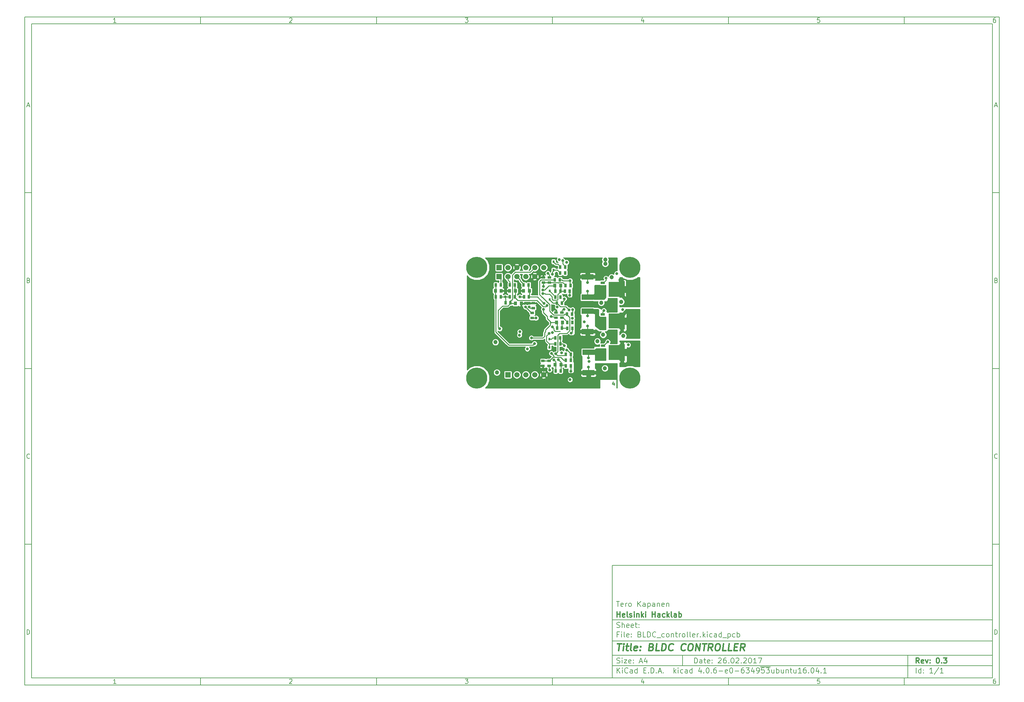
<source format=gbr>
G04 #@! TF.FileFunction,Copper,L4,Bot,Signal*
%FSLAX46Y46*%
G04 Gerber Fmt 4.6, Leading zero omitted, Abs format (unit mm)*
G04 Created by KiCad (PCBNEW 4.0.6-e0-6349~53~ubuntu16.04.1) date Sun Mar  5 22:35:24 2017*
%MOMM*%
%LPD*%
G01*
G04 APERTURE LIST*
%ADD10C,0.100000*%
%ADD11C,0.150000*%
%ADD12C,0.300000*%
%ADD13C,0.400000*%
%ADD14C,0.250000*%
%ADD15C,0.800000*%
%ADD16C,1.200000*%
%ADD17C,6.000000*%
%ADD18R,0.600000X0.800000*%
%ADD19R,0.650000X0.990000*%
%ADD20R,3.450000X1.500000*%
%ADD21R,1.150000X0.700000*%
%ADD22R,1.550000X4.700000*%
%ADD23R,3.300000X4.200000*%
%ADD24R,1.500000X1.500000*%
%ADD25C,1.500000*%
%ADD26R,0.990000X0.650000*%
%ADD27R,0.900000X1.000000*%
%ADD28C,0.500000*%
%ADD29C,1.000000*%
%ADD30C,0.254000*%
G04 APERTURE END LIST*
D10*
D11*
X177002200Y-166007200D02*
X177002200Y-198007200D01*
X285002200Y-198007200D01*
X285002200Y-166007200D01*
X177002200Y-166007200D01*
D10*
D11*
X10000000Y-10000000D02*
X10000000Y-200007200D01*
X287002200Y-200007200D01*
X287002200Y-10000000D01*
X10000000Y-10000000D01*
D10*
D11*
X12000000Y-12000000D02*
X12000000Y-198007200D01*
X285002200Y-198007200D01*
X285002200Y-12000000D01*
X12000000Y-12000000D01*
D10*
D11*
X60000000Y-12000000D02*
X60000000Y-10000000D01*
D10*
D11*
X110000000Y-12000000D02*
X110000000Y-10000000D01*
D10*
D11*
X160000000Y-12000000D02*
X160000000Y-10000000D01*
D10*
D11*
X210000000Y-12000000D02*
X210000000Y-10000000D01*
D10*
D11*
X260000000Y-12000000D02*
X260000000Y-10000000D01*
D10*
D11*
X35990476Y-11588095D02*
X35247619Y-11588095D01*
X35619048Y-11588095D02*
X35619048Y-10288095D01*
X35495238Y-10473810D01*
X35371429Y-10597619D01*
X35247619Y-10659524D01*
D10*
D11*
X85247619Y-10411905D02*
X85309524Y-10350000D01*
X85433333Y-10288095D01*
X85742857Y-10288095D01*
X85866667Y-10350000D01*
X85928571Y-10411905D01*
X85990476Y-10535714D01*
X85990476Y-10659524D01*
X85928571Y-10845238D01*
X85185714Y-11588095D01*
X85990476Y-11588095D01*
D10*
D11*
X135185714Y-10288095D02*
X135990476Y-10288095D01*
X135557143Y-10783333D01*
X135742857Y-10783333D01*
X135866667Y-10845238D01*
X135928571Y-10907143D01*
X135990476Y-11030952D01*
X135990476Y-11340476D01*
X135928571Y-11464286D01*
X135866667Y-11526190D01*
X135742857Y-11588095D01*
X135371429Y-11588095D01*
X135247619Y-11526190D01*
X135185714Y-11464286D01*
D10*
D11*
X185866667Y-10721429D02*
X185866667Y-11588095D01*
X185557143Y-10226190D02*
X185247619Y-11154762D01*
X186052381Y-11154762D01*
D10*
D11*
X235928571Y-10288095D02*
X235309524Y-10288095D01*
X235247619Y-10907143D01*
X235309524Y-10845238D01*
X235433333Y-10783333D01*
X235742857Y-10783333D01*
X235866667Y-10845238D01*
X235928571Y-10907143D01*
X235990476Y-11030952D01*
X235990476Y-11340476D01*
X235928571Y-11464286D01*
X235866667Y-11526190D01*
X235742857Y-11588095D01*
X235433333Y-11588095D01*
X235309524Y-11526190D01*
X235247619Y-11464286D01*
D10*
D11*
X285866667Y-10288095D02*
X285619048Y-10288095D01*
X285495238Y-10350000D01*
X285433333Y-10411905D01*
X285309524Y-10597619D01*
X285247619Y-10845238D01*
X285247619Y-11340476D01*
X285309524Y-11464286D01*
X285371429Y-11526190D01*
X285495238Y-11588095D01*
X285742857Y-11588095D01*
X285866667Y-11526190D01*
X285928571Y-11464286D01*
X285990476Y-11340476D01*
X285990476Y-11030952D01*
X285928571Y-10907143D01*
X285866667Y-10845238D01*
X285742857Y-10783333D01*
X285495238Y-10783333D01*
X285371429Y-10845238D01*
X285309524Y-10907143D01*
X285247619Y-11030952D01*
D10*
D11*
X60000000Y-198007200D02*
X60000000Y-200007200D01*
D10*
D11*
X110000000Y-198007200D02*
X110000000Y-200007200D01*
D10*
D11*
X160000000Y-198007200D02*
X160000000Y-200007200D01*
D10*
D11*
X210000000Y-198007200D02*
X210000000Y-200007200D01*
D10*
D11*
X260000000Y-198007200D02*
X260000000Y-200007200D01*
D10*
D11*
X35990476Y-199595295D02*
X35247619Y-199595295D01*
X35619048Y-199595295D02*
X35619048Y-198295295D01*
X35495238Y-198481010D01*
X35371429Y-198604819D01*
X35247619Y-198666724D01*
D10*
D11*
X85247619Y-198419105D02*
X85309524Y-198357200D01*
X85433333Y-198295295D01*
X85742857Y-198295295D01*
X85866667Y-198357200D01*
X85928571Y-198419105D01*
X85990476Y-198542914D01*
X85990476Y-198666724D01*
X85928571Y-198852438D01*
X85185714Y-199595295D01*
X85990476Y-199595295D01*
D10*
D11*
X135185714Y-198295295D02*
X135990476Y-198295295D01*
X135557143Y-198790533D01*
X135742857Y-198790533D01*
X135866667Y-198852438D01*
X135928571Y-198914343D01*
X135990476Y-199038152D01*
X135990476Y-199347676D01*
X135928571Y-199471486D01*
X135866667Y-199533390D01*
X135742857Y-199595295D01*
X135371429Y-199595295D01*
X135247619Y-199533390D01*
X135185714Y-199471486D01*
D10*
D11*
X185866667Y-198728629D02*
X185866667Y-199595295D01*
X185557143Y-198233390D02*
X185247619Y-199161962D01*
X186052381Y-199161962D01*
D10*
D11*
X235928571Y-198295295D02*
X235309524Y-198295295D01*
X235247619Y-198914343D01*
X235309524Y-198852438D01*
X235433333Y-198790533D01*
X235742857Y-198790533D01*
X235866667Y-198852438D01*
X235928571Y-198914343D01*
X235990476Y-199038152D01*
X235990476Y-199347676D01*
X235928571Y-199471486D01*
X235866667Y-199533390D01*
X235742857Y-199595295D01*
X235433333Y-199595295D01*
X235309524Y-199533390D01*
X235247619Y-199471486D01*
D10*
D11*
X285866667Y-198295295D02*
X285619048Y-198295295D01*
X285495238Y-198357200D01*
X285433333Y-198419105D01*
X285309524Y-198604819D01*
X285247619Y-198852438D01*
X285247619Y-199347676D01*
X285309524Y-199471486D01*
X285371429Y-199533390D01*
X285495238Y-199595295D01*
X285742857Y-199595295D01*
X285866667Y-199533390D01*
X285928571Y-199471486D01*
X285990476Y-199347676D01*
X285990476Y-199038152D01*
X285928571Y-198914343D01*
X285866667Y-198852438D01*
X285742857Y-198790533D01*
X285495238Y-198790533D01*
X285371429Y-198852438D01*
X285309524Y-198914343D01*
X285247619Y-199038152D01*
D10*
D11*
X10000000Y-60000000D02*
X12000000Y-60000000D01*
D10*
D11*
X10000000Y-110000000D02*
X12000000Y-110000000D01*
D10*
D11*
X10000000Y-160000000D02*
X12000000Y-160000000D01*
D10*
D11*
X10690476Y-35216667D02*
X11309524Y-35216667D01*
X10566667Y-35588095D02*
X11000000Y-34288095D01*
X11433333Y-35588095D01*
D10*
D11*
X11092857Y-84907143D02*
X11278571Y-84969048D01*
X11340476Y-85030952D01*
X11402381Y-85154762D01*
X11402381Y-85340476D01*
X11340476Y-85464286D01*
X11278571Y-85526190D01*
X11154762Y-85588095D01*
X10659524Y-85588095D01*
X10659524Y-84288095D01*
X11092857Y-84288095D01*
X11216667Y-84350000D01*
X11278571Y-84411905D01*
X11340476Y-84535714D01*
X11340476Y-84659524D01*
X11278571Y-84783333D01*
X11216667Y-84845238D01*
X11092857Y-84907143D01*
X10659524Y-84907143D01*
D10*
D11*
X11402381Y-135464286D02*
X11340476Y-135526190D01*
X11154762Y-135588095D01*
X11030952Y-135588095D01*
X10845238Y-135526190D01*
X10721429Y-135402381D01*
X10659524Y-135278571D01*
X10597619Y-135030952D01*
X10597619Y-134845238D01*
X10659524Y-134597619D01*
X10721429Y-134473810D01*
X10845238Y-134350000D01*
X11030952Y-134288095D01*
X11154762Y-134288095D01*
X11340476Y-134350000D01*
X11402381Y-134411905D01*
D10*
D11*
X10659524Y-185588095D02*
X10659524Y-184288095D01*
X10969048Y-184288095D01*
X11154762Y-184350000D01*
X11278571Y-184473810D01*
X11340476Y-184597619D01*
X11402381Y-184845238D01*
X11402381Y-185030952D01*
X11340476Y-185278571D01*
X11278571Y-185402381D01*
X11154762Y-185526190D01*
X10969048Y-185588095D01*
X10659524Y-185588095D01*
D10*
D11*
X287002200Y-60000000D02*
X285002200Y-60000000D01*
D10*
D11*
X287002200Y-110000000D02*
X285002200Y-110000000D01*
D10*
D11*
X287002200Y-160000000D02*
X285002200Y-160000000D01*
D10*
D11*
X285692676Y-35216667D02*
X286311724Y-35216667D01*
X285568867Y-35588095D02*
X286002200Y-34288095D01*
X286435533Y-35588095D01*
D10*
D11*
X286095057Y-84907143D02*
X286280771Y-84969048D01*
X286342676Y-85030952D01*
X286404581Y-85154762D01*
X286404581Y-85340476D01*
X286342676Y-85464286D01*
X286280771Y-85526190D01*
X286156962Y-85588095D01*
X285661724Y-85588095D01*
X285661724Y-84288095D01*
X286095057Y-84288095D01*
X286218867Y-84350000D01*
X286280771Y-84411905D01*
X286342676Y-84535714D01*
X286342676Y-84659524D01*
X286280771Y-84783333D01*
X286218867Y-84845238D01*
X286095057Y-84907143D01*
X285661724Y-84907143D01*
D10*
D11*
X286404581Y-135464286D02*
X286342676Y-135526190D01*
X286156962Y-135588095D01*
X286033152Y-135588095D01*
X285847438Y-135526190D01*
X285723629Y-135402381D01*
X285661724Y-135278571D01*
X285599819Y-135030952D01*
X285599819Y-134845238D01*
X285661724Y-134597619D01*
X285723629Y-134473810D01*
X285847438Y-134350000D01*
X286033152Y-134288095D01*
X286156962Y-134288095D01*
X286342676Y-134350000D01*
X286404581Y-134411905D01*
D10*
D11*
X285661724Y-185588095D02*
X285661724Y-184288095D01*
X285971248Y-184288095D01*
X286156962Y-184350000D01*
X286280771Y-184473810D01*
X286342676Y-184597619D01*
X286404581Y-184845238D01*
X286404581Y-185030952D01*
X286342676Y-185278571D01*
X286280771Y-185402381D01*
X286156962Y-185526190D01*
X285971248Y-185588095D01*
X285661724Y-185588095D01*
D10*
D11*
X200359343Y-193785771D02*
X200359343Y-192285771D01*
X200716486Y-192285771D01*
X200930771Y-192357200D01*
X201073629Y-192500057D01*
X201145057Y-192642914D01*
X201216486Y-192928629D01*
X201216486Y-193142914D01*
X201145057Y-193428629D01*
X201073629Y-193571486D01*
X200930771Y-193714343D01*
X200716486Y-193785771D01*
X200359343Y-193785771D01*
X202502200Y-193785771D02*
X202502200Y-193000057D01*
X202430771Y-192857200D01*
X202287914Y-192785771D01*
X202002200Y-192785771D01*
X201859343Y-192857200D01*
X202502200Y-193714343D02*
X202359343Y-193785771D01*
X202002200Y-193785771D01*
X201859343Y-193714343D01*
X201787914Y-193571486D01*
X201787914Y-193428629D01*
X201859343Y-193285771D01*
X202002200Y-193214343D01*
X202359343Y-193214343D01*
X202502200Y-193142914D01*
X203002200Y-192785771D02*
X203573629Y-192785771D01*
X203216486Y-192285771D02*
X203216486Y-193571486D01*
X203287914Y-193714343D01*
X203430772Y-193785771D01*
X203573629Y-193785771D01*
X204645057Y-193714343D02*
X204502200Y-193785771D01*
X204216486Y-193785771D01*
X204073629Y-193714343D01*
X204002200Y-193571486D01*
X204002200Y-193000057D01*
X204073629Y-192857200D01*
X204216486Y-192785771D01*
X204502200Y-192785771D01*
X204645057Y-192857200D01*
X204716486Y-193000057D01*
X204716486Y-193142914D01*
X204002200Y-193285771D01*
X205359343Y-193642914D02*
X205430771Y-193714343D01*
X205359343Y-193785771D01*
X205287914Y-193714343D01*
X205359343Y-193642914D01*
X205359343Y-193785771D01*
X205359343Y-192857200D02*
X205430771Y-192928629D01*
X205359343Y-193000057D01*
X205287914Y-192928629D01*
X205359343Y-192857200D01*
X205359343Y-193000057D01*
X207145057Y-192428629D02*
X207216486Y-192357200D01*
X207359343Y-192285771D01*
X207716486Y-192285771D01*
X207859343Y-192357200D01*
X207930772Y-192428629D01*
X208002200Y-192571486D01*
X208002200Y-192714343D01*
X207930772Y-192928629D01*
X207073629Y-193785771D01*
X208002200Y-193785771D01*
X209287914Y-192285771D02*
X209002200Y-192285771D01*
X208859343Y-192357200D01*
X208787914Y-192428629D01*
X208645057Y-192642914D01*
X208573628Y-192928629D01*
X208573628Y-193500057D01*
X208645057Y-193642914D01*
X208716485Y-193714343D01*
X208859343Y-193785771D01*
X209145057Y-193785771D01*
X209287914Y-193714343D01*
X209359343Y-193642914D01*
X209430771Y-193500057D01*
X209430771Y-193142914D01*
X209359343Y-193000057D01*
X209287914Y-192928629D01*
X209145057Y-192857200D01*
X208859343Y-192857200D01*
X208716485Y-192928629D01*
X208645057Y-193000057D01*
X208573628Y-193142914D01*
X210073628Y-193642914D02*
X210145056Y-193714343D01*
X210073628Y-193785771D01*
X210002199Y-193714343D01*
X210073628Y-193642914D01*
X210073628Y-193785771D01*
X211073628Y-192285771D02*
X211216485Y-192285771D01*
X211359342Y-192357200D01*
X211430771Y-192428629D01*
X211502200Y-192571486D01*
X211573628Y-192857200D01*
X211573628Y-193214343D01*
X211502200Y-193500057D01*
X211430771Y-193642914D01*
X211359342Y-193714343D01*
X211216485Y-193785771D01*
X211073628Y-193785771D01*
X210930771Y-193714343D01*
X210859342Y-193642914D01*
X210787914Y-193500057D01*
X210716485Y-193214343D01*
X210716485Y-192857200D01*
X210787914Y-192571486D01*
X210859342Y-192428629D01*
X210930771Y-192357200D01*
X211073628Y-192285771D01*
X212145056Y-192428629D02*
X212216485Y-192357200D01*
X212359342Y-192285771D01*
X212716485Y-192285771D01*
X212859342Y-192357200D01*
X212930771Y-192428629D01*
X213002199Y-192571486D01*
X213002199Y-192714343D01*
X212930771Y-192928629D01*
X212073628Y-193785771D01*
X213002199Y-193785771D01*
X213645056Y-193642914D02*
X213716484Y-193714343D01*
X213645056Y-193785771D01*
X213573627Y-193714343D01*
X213645056Y-193642914D01*
X213645056Y-193785771D01*
X214287913Y-192428629D02*
X214359342Y-192357200D01*
X214502199Y-192285771D01*
X214859342Y-192285771D01*
X215002199Y-192357200D01*
X215073628Y-192428629D01*
X215145056Y-192571486D01*
X215145056Y-192714343D01*
X215073628Y-192928629D01*
X214216485Y-193785771D01*
X215145056Y-193785771D01*
X216073627Y-192285771D02*
X216216484Y-192285771D01*
X216359341Y-192357200D01*
X216430770Y-192428629D01*
X216502199Y-192571486D01*
X216573627Y-192857200D01*
X216573627Y-193214343D01*
X216502199Y-193500057D01*
X216430770Y-193642914D01*
X216359341Y-193714343D01*
X216216484Y-193785771D01*
X216073627Y-193785771D01*
X215930770Y-193714343D01*
X215859341Y-193642914D01*
X215787913Y-193500057D01*
X215716484Y-193214343D01*
X215716484Y-192857200D01*
X215787913Y-192571486D01*
X215859341Y-192428629D01*
X215930770Y-192357200D01*
X216073627Y-192285771D01*
X218002198Y-193785771D02*
X217145055Y-193785771D01*
X217573627Y-193785771D02*
X217573627Y-192285771D01*
X217430770Y-192500057D01*
X217287912Y-192642914D01*
X217145055Y-192714343D01*
X218502198Y-192285771D02*
X219502198Y-192285771D01*
X218859341Y-193785771D01*
D10*
D11*
X177002200Y-194507200D02*
X285002200Y-194507200D01*
D10*
D11*
X178359343Y-196585771D02*
X178359343Y-195085771D01*
X179216486Y-196585771D02*
X178573629Y-195728629D01*
X179216486Y-195085771D02*
X178359343Y-195942914D01*
X179859343Y-196585771D02*
X179859343Y-195585771D01*
X179859343Y-195085771D02*
X179787914Y-195157200D01*
X179859343Y-195228629D01*
X179930771Y-195157200D01*
X179859343Y-195085771D01*
X179859343Y-195228629D01*
X181430772Y-196442914D02*
X181359343Y-196514343D01*
X181145057Y-196585771D01*
X181002200Y-196585771D01*
X180787915Y-196514343D01*
X180645057Y-196371486D01*
X180573629Y-196228629D01*
X180502200Y-195942914D01*
X180502200Y-195728629D01*
X180573629Y-195442914D01*
X180645057Y-195300057D01*
X180787915Y-195157200D01*
X181002200Y-195085771D01*
X181145057Y-195085771D01*
X181359343Y-195157200D01*
X181430772Y-195228629D01*
X182716486Y-196585771D02*
X182716486Y-195800057D01*
X182645057Y-195657200D01*
X182502200Y-195585771D01*
X182216486Y-195585771D01*
X182073629Y-195657200D01*
X182716486Y-196514343D02*
X182573629Y-196585771D01*
X182216486Y-196585771D01*
X182073629Y-196514343D01*
X182002200Y-196371486D01*
X182002200Y-196228629D01*
X182073629Y-196085771D01*
X182216486Y-196014343D01*
X182573629Y-196014343D01*
X182716486Y-195942914D01*
X184073629Y-196585771D02*
X184073629Y-195085771D01*
X184073629Y-196514343D02*
X183930772Y-196585771D01*
X183645058Y-196585771D01*
X183502200Y-196514343D01*
X183430772Y-196442914D01*
X183359343Y-196300057D01*
X183359343Y-195871486D01*
X183430772Y-195728629D01*
X183502200Y-195657200D01*
X183645058Y-195585771D01*
X183930772Y-195585771D01*
X184073629Y-195657200D01*
X185930772Y-195800057D02*
X186430772Y-195800057D01*
X186645058Y-196585771D02*
X185930772Y-196585771D01*
X185930772Y-195085771D01*
X186645058Y-195085771D01*
X187287915Y-196442914D02*
X187359343Y-196514343D01*
X187287915Y-196585771D01*
X187216486Y-196514343D01*
X187287915Y-196442914D01*
X187287915Y-196585771D01*
X188002201Y-196585771D02*
X188002201Y-195085771D01*
X188359344Y-195085771D01*
X188573629Y-195157200D01*
X188716487Y-195300057D01*
X188787915Y-195442914D01*
X188859344Y-195728629D01*
X188859344Y-195942914D01*
X188787915Y-196228629D01*
X188716487Y-196371486D01*
X188573629Y-196514343D01*
X188359344Y-196585771D01*
X188002201Y-196585771D01*
X189502201Y-196442914D02*
X189573629Y-196514343D01*
X189502201Y-196585771D01*
X189430772Y-196514343D01*
X189502201Y-196442914D01*
X189502201Y-196585771D01*
X190145058Y-196157200D02*
X190859344Y-196157200D01*
X190002201Y-196585771D02*
X190502201Y-195085771D01*
X191002201Y-196585771D01*
X191502201Y-196442914D02*
X191573629Y-196514343D01*
X191502201Y-196585771D01*
X191430772Y-196514343D01*
X191502201Y-196442914D01*
X191502201Y-196585771D01*
X194502201Y-196585771D02*
X194502201Y-195085771D01*
X194645058Y-196014343D02*
X195073629Y-196585771D01*
X195073629Y-195585771D02*
X194502201Y-196157200D01*
X195716487Y-196585771D02*
X195716487Y-195585771D01*
X195716487Y-195085771D02*
X195645058Y-195157200D01*
X195716487Y-195228629D01*
X195787915Y-195157200D01*
X195716487Y-195085771D01*
X195716487Y-195228629D01*
X197073630Y-196514343D02*
X196930773Y-196585771D01*
X196645059Y-196585771D01*
X196502201Y-196514343D01*
X196430773Y-196442914D01*
X196359344Y-196300057D01*
X196359344Y-195871486D01*
X196430773Y-195728629D01*
X196502201Y-195657200D01*
X196645059Y-195585771D01*
X196930773Y-195585771D01*
X197073630Y-195657200D01*
X198359344Y-196585771D02*
X198359344Y-195800057D01*
X198287915Y-195657200D01*
X198145058Y-195585771D01*
X197859344Y-195585771D01*
X197716487Y-195657200D01*
X198359344Y-196514343D02*
X198216487Y-196585771D01*
X197859344Y-196585771D01*
X197716487Y-196514343D01*
X197645058Y-196371486D01*
X197645058Y-196228629D01*
X197716487Y-196085771D01*
X197859344Y-196014343D01*
X198216487Y-196014343D01*
X198359344Y-195942914D01*
X199716487Y-196585771D02*
X199716487Y-195085771D01*
X199716487Y-196514343D02*
X199573630Y-196585771D01*
X199287916Y-196585771D01*
X199145058Y-196514343D01*
X199073630Y-196442914D01*
X199002201Y-196300057D01*
X199002201Y-195871486D01*
X199073630Y-195728629D01*
X199145058Y-195657200D01*
X199287916Y-195585771D01*
X199573630Y-195585771D01*
X199716487Y-195657200D01*
X202216487Y-195585771D02*
X202216487Y-196585771D01*
X201859344Y-195014343D02*
X201502201Y-196085771D01*
X202430773Y-196085771D01*
X203002201Y-196442914D02*
X203073629Y-196514343D01*
X203002201Y-196585771D01*
X202930772Y-196514343D01*
X203002201Y-196442914D01*
X203002201Y-196585771D01*
X204002201Y-195085771D02*
X204145058Y-195085771D01*
X204287915Y-195157200D01*
X204359344Y-195228629D01*
X204430773Y-195371486D01*
X204502201Y-195657200D01*
X204502201Y-196014343D01*
X204430773Y-196300057D01*
X204359344Y-196442914D01*
X204287915Y-196514343D01*
X204145058Y-196585771D01*
X204002201Y-196585771D01*
X203859344Y-196514343D01*
X203787915Y-196442914D01*
X203716487Y-196300057D01*
X203645058Y-196014343D01*
X203645058Y-195657200D01*
X203716487Y-195371486D01*
X203787915Y-195228629D01*
X203859344Y-195157200D01*
X204002201Y-195085771D01*
X205145058Y-196442914D02*
X205216486Y-196514343D01*
X205145058Y-196585771D01*
X205073629Y-196514343D01*
X205145058Y-196442914D01*
X205145058Y-196585771D01*
X206502201Y-195085771D02*
X206216487Y-195085771D01*
X206073630Y-195157200D01*
X206002201Y-195228629D01*
X205859344Y-195442914D01*
X205787915Y-195728629D01*
X205787915Y-196300057D01*
X205859344Y-196442914D01*
X205930772Y-196514343D01*
X206073630Y-196585771D01*
X206359344Y-196585771D01*
X206502201Y-196514343D01*
X206573630Y-196442914D01*
X206645058Y-196300057D01*
X206645058Y-195942914D01*
X206573630Y-195800057D01*
X206502201Y-195728629D01*
X206359344Y-195657200D01*
X206073630Y-195657200D01*
X205930772Y-195728629D01*
X205859344Y-195800057D01*
X205787915Y-195942914D01*
X207287915Y-196014343D02*
X208430772Y-196014343D01*
X209716486Y-196514343D02*
X209573629Y-196585771D01*
X209287915Y-196585771D01*
X209145058Y-196514343D01*
X209073629Y-196371486D01*
X209073629Y-195800057D01*
X209145058Y-195657200D01*
X209287915Y-195585771D01*
X209573629Y-195585771D01*
X209716486Y-195657200D01*
X209787915Y-195800057D01*
X209787915Y-195942914D01*
X209073629Y-196085771D01*
X210716486Y-195085771D02*
X210859343Y-195085771D01*
X211002200Y-195157200D01*
X211073629Y-195228629D01*
X211145058Y-195371486D01*
X211216486Y-195657200D01*
X211216486Y-196014343D01*
X211145058Y-196300057D01*
X211073629Y-196442914D01*
X211002200Y-196514343D01*
X210859343Y-196585771D01*
X210716486Y-196585771D01*
X210573629Y-196514343D01*
X210502200Y-196442914D01*
X210430772Y-196300057D01*
X210359343Y-196014343D01*
X210359343Y-195657200D01*
X210430772Y-195371486D01*
X210502200Y-195228629D01*
X210573629Y-195157200D01*
X210716486Y-195085771D01*
X211859343Y-196014343D02*
X213002200Y-196014343D01*
X214359343Y-195085771D02*
X214073629Y-195085771D01*
X213930772Y-195157200D01*
X213859343Y-195228629D01*
X213716486Y-195442914D01*
X213645057Y-195728629D01*
X213645057Y-196300057D01*
X213716486Y-196442914D01*
X213787914Y-196514343D01*
X213930772Y-196585771D01*
X214216486Y-196585771D01*
X214359343Y-196514343D01*
X214430772Y-196442914D01*
X214502200Y-196300057D01*
X214502200Y-195942914D01*
X214430772Y-195800057D01*
X214359343Y-195728629D01*
X214216486Y-195657200D01*
X213930772Y-195657200D01*
X213787914Y-195728629D01*
X213716486Y-195800057D01*
X213645057Y-195942914D01*
X215002200Y-195085771D02*
X215930771Y-195085771D01*
X215430771Y-195657200D01*
X215645057Y-195657200D01*
X215787914Y-195728629D01*
X215859343Y-195800057D01*
X215930771Y-195942914D01*
X215930771Y-196300057D01*
X215859343Y-196442914D01*
X215787914Y-196514343D01*
X215645057Y-196585771D01*
X215216485Y-196585771D01*
X215073628Y-196514343D01*
X215002200Y-196442914D01*
X217216485Y-195585771D02*
X217216485Y-196585771D01*
X216859342Y-195014343D02*
X216502199Y-196085771D01*
X217430771Y-196085771D01*
X218073627Y-196585771D02*
X218359342Y-196585771D01*
X218502199Y-196514343D01*
X218573627Y-196442914D01*
X218716485Y-196228629D01*
X218787913Y-195942914D01*
X218787913Y-195371486D01*
X218716485Y-195228629D01*
X218645056Y-195157200D01*
X218502199Y-195085771D01*
X218216485Y-195085771D01*
X218073627Y-195157200D01*
X218002199Y-195228629D01*
X217930770Y-195371486D01*
X217930770Y-195728629D01*
X218002199Y-195871486D01*
X218073627Y-195942914D01*
X218216485Y-196014343D01*
X218502199Y-196014343D01*
X218645056Y-195942914D01*
X218716485Y-195871486D01*
X218787913Y-195728629D01*
X220145056Y-195085771D02*
X219430770Y-195085771D01*
X219359341Y-195800057D01*
X219430770Y-195728629D01*
X219573627Y-195657200D01*
X219930770Y-195657200D01*
X220073627Y-195728629D01*
X220145056Y-195800057D01*
X220216484Y-195942914D01*
X220216484Y-196300057D01*
X220145056Y-196442914D01*
X220073627Y-196514343D01*
X219930770Y-196585771D01*
X219573627Y-196585771D01*
X219430770Y-196514343D01*
X219359341Y-196442914D01*
X220716484Y-195085771D02*
X221645055Y-195085771D01*
X221145055Y-195657200D01*
X221359341Y-195657200D01*
X221502198Y-195728629D01*
X221573627Y-195800057D01*
X221645055Y-195942914D01*
X221645055Y-196300057D01*
X221573627Y-196442914D01*
X221502198Y-196514343D01*
X221359341Y-196585771D01*
X220930769Y-196585771D01*
X220787912Y-196514343D01*
X220716484Y-196442914D01*
X219073627Y-194827200D02*
X221930769Y-194827200D01*
X222930769Y-195585771D02*
X222930769Y-196585771D01*
X222287912Y-195585771D02*
X222287912Y-196371486D01*
X222359340Y-196514343D01*
X222502198Y-196585771D01*
X222716483Y-196585771D01*
X222859340Y-196514343D01*
X222930769Y-196442914D01*
X223645055Y-196585771D02*
X223645055Y-195085771D01*
X223645055Y-195657200D02*
X223787912Y-195585771D01*
X224073626Y-195585771D01*
X224216483Y-195657200D01*
X224287912Y-195728629D01*
X224359341Y-195871486D01*
X224359341Y-196300057D01*
X224287912Y-196442914D01*
X224216483Y-196514343D01*
X224073626Y-196585771D01*
X223787912Y-196585771D01*
X223645055Y-196514343D01*
X225645055Y-195585771D02*
X225645055Y-196585771D01*
X225002198Y-195585771D02*
X225002198Y-196371486D01*
X225073626Y-196514343D01*
X225216484Y-196585771D01*
X225430769Y-196585771D01*
X225573626Y-196514343D01*
X225645055Y-196442914D01*
X226359341Y-195585771D02*
X226359341Y-196585771D01*
X226359341Y-195728629D02*
X226430769Y-195657200D01*
X226573627Y-195585771D01*
X226787912Y-195585771D01*
X226930769Y-195657200D01*
X227002198Y-195800057D01*
X227002198Y-196585771D01*
X227502198Y-195585771D02*
X228073627Y-195585771D01*
X227716484Y-195085771D02*
X227716484Y-196371486D01*
X227787912Y-196514343D01*
X227930770Y-196585771D01*
X228073627Y-196585771D01*
X229216484Y-195585771D02*
X229216484Y-196585771D01*
X228573627Y-195585771D02*
X228573627Y-196371486D01*
X228645055Y-196514343D01*
X228787913Y-196585771D01*
X229002198Y-196585771D01*
X229145055Y-196514343D01*
X229216484Y-196442914D01*
X230716484Y-196585771D02*
X229859341Y-196585771D01*
X230287913Y-196585771D02*
X230287913Y-195085771D01*
X230145056Y-195300057D01*
X230002198Y-195442914D01*
X229859341Y-195514343D01*
X232002198Y-195085771D02*
X231716484Y-195085771D01*
X231573627Y-195157200D01*
X231502198Y-195228629D01*
X231359341Y-195442914D01*
X231287912Y-195728629D01*
X231287912Y-196300057D01*
X231359341Y-196442914D01*
X231430769Y-196514343D01*
X231573627Y-196585771D01*
X231859341Y-196585771D01*
X232002198Y-196514343D01*
X232073627Y-196442914D01*
X232145055Y-196300057D01*
X232145055Y-195942914D01*
X232073627Y-195800057D01*
X232002198Y-195728629D01*
X231859341Y-195657200D01*
X231573627Y-195657200D01*
X231430769Y-195728629D01*
X231359341Y-195800057D01*
X231287912Y-195942914D01*
X232787912Y-196442914D02*
X232859340Y-196514343D01*
X232787912Y-196585771D01*
X232716483Y-196514343D01*
X232787912Y-196442914D01*
X232787912Y-196585771D01*
X233787912Y-195085771D02*
X233930769Y-195085771D01*
X234073626Y-195157200D01*
X234145055Y-195228629D01*
X234216484Y-195371486D01*
X234287912Y-195657200D01*
X234287912Y-196014343D01*
X234216484Y-196300057D01*
X234145055Y-196442914D01*
X234073626Y-196514343D01*
X233930769Y-196585771D01*
X233787912Y-196585771D01*
X233645055Y-196514343D01*
X233573626Y-196442914D01*
X233502198Y-196300057D01*
X233430769Y-196014343D01*
X233430769Y-195657200D01*
X233502198Y-195371486D01*
X233573626Y-195228629D01*
X233645055Y-195157200D01*
X233787912Y-195085771D01*
X235573626Y-195585771D02*
X235573626Y-196585771D01*
X235216483Y-195014343D02*
X234859340Y-196085771D01*
X235787912Y-196085771D01*
X236359340Y-196442914D02*
X236430768Y-196514343D01*
X236359340Y-196585771D01*
X236287911Y-196514343D01*
X236359340Y-196442914D01*
X236359340Y-196585771D01*
X237859340Y-196585771D02*
X237002197Y-196585771D01*
X237430769Y-196585771D02*
X237430769Y-195085771D01*
X237287912Y-195300057D01*
X237145054Y-195442914D01*
X237002197Y-195514343D01*
D10*
D11*
X177002200Y-191507200D02*
X285002200Y-191507200D01*
D10*
D12*
X264216486Y-193785771D02*
X263716486Y-193071486D01*
X263359343Y-193785771D02*
X263359343Y-192285771D01*
X263930771Y-192285771D01*
X264073629Y-192357200D01*
X264145057Y-192428629D01*
X264216486Y-192571486D01*
X264216486Y-192785771D01*
X264145057Y-192928629D01*
X264073629Y-193000057D01*
X263930771Y-193071486D01*
X263359343Y-193071486D01*
X265430771Y-193714343D02*
X265287914Y-193785771D01*
X265002200Y-193785771D01*
X264859343Y-193714343D01*
X264787914Y-193571486D01*
X264787914Y-193000057D01*
X264859343Y-192857200D01*
X265002200Y-192785771D01*
X265287914Y-192785771D01*
X265430771Y-192857200D01*
X265502200Y-193000057D01*
X265502200Y-193142914D01*
X264787914Y-193285771D01*
X266002200Y-192785771D02*
X266359343Y-193785771D01*
X266716485Y-192785771D01*
X267287914Y-193642914D02*
X267359342Y-193714343D01*
X267287914Y-193785771D01*
X267216485Y-193714343D01*
X267287914Y-193642914D01*
X267287914Y-193785771D01*
X267287914Y-192857200D02*
X267359342Y-192928629D01*
X267287914Y-193000057D01*
X267216485Y-192928629D01*
X267287914Y-192857200D01*
X267287914Y-193000057D01*
X269430771Y-192285771D02*
X269573628Y-192285771D01*
X269716485Y-192357200D01*
X269787914Y-192428629D01*
X269859343Y-192571486D01*
X269930771Y-192857200D01*
X269930771Y-193214343D01*
X269859343Y-193500057D01*
X269787914Y-193642914D01*
X269716485Y-193714343D01*
X269573628Y-193785771D01*
X269430771Y-193785771D01*
X269287914Y-193714343D01*
X269216485Y-193642914D01*
X269145057Y-193500057D01*
X269073628Y-193214343D01*
X269073628Y-192857200D01*
X269145057Y-192571486D01*
X269216485Y-192428629D01*
X269287914Y-192357200D01*
X269430771Y-192285771D01*
X270573628Y-193642914D02*
X270645056Y-193714343D01*
X270573628Y-193785771D01*
X270502199Y-193714343D01*
X270573628Y-193642914D01*
X270573628Y-193785771D01*
X271145057Y-192285771D02*
X272073628Y-192285771D01*
X271573628Y-192857200D01*
X271787914Y-192857200D01*
X271930771Y-192928629D01*
X272002200Y-193000057D01*
X272073628Y-193142914D01*
X272073628Y-193500057D01*
X272002200Y-193642914D01*
X271930771Y-193714343D01*
X271787914Y-193785771D01*
X271359342Y-193785771D01*
X271216485Y-193714343D01*
X271145057Y-193642914D01*
D10*
D11*
X178287914Y-193714343D02*
X178502200Y-193785771D01*
X178859343Y-193785771D01*
X179002200Y-193714343D01*
X179073629Y-193642914D01*
X179145057Y-193500057D01*
X179145057Y-193357200D01*
X179073629Y-193214343D01*
X179002200Y-193142914D01*
X178859343Y-193071486D01*
X178573629Y-193000057D01*
X178430771Y-192928629D01*
X178359343Y-192857200D01*
X178287914Y-192714343D01*
X178287914Y-192571486D01*
X178359343Y-192428629D01*
X178430771Y-192357200D01*
X178573629Y-192285771D01*
X178930771Y-192285771D01*
X179145057Y-192357200D01*
X179787914Y-193785771D02*
X179787914Y-192785771D01*
X179787914Y-192285771D02*
X179716485Y-192357200D01*
X179787914Y-192428629D01*
X179859342Y-192357200D01*
X179787914Y-192285771D01*
X179787914Y-192428629D01*
X180359343Y-192785771D02*
X181145057Y-192785771D01*
X180359343Y-193785771D01*
X181145057Y-193785771D01*
X182287914Y-193714343D02*
X182145057Y-193785771D01*
X181859343Y-193785771D01*
X181716486Y-193714343D01*
X181645057Y-193571486D01*
X181645057Y-193000057D01*
X181716486Y-192857200D01*
X181859343Y-192785771D01*
X182145057Y-192785771D01*
X182287914Y-192857200D01*
X182359343Y-193000057D01*
X182359343Y-193142914D01*
X181645057Y-193285771D01*
X183002200Y-193642914D02*
X183073628Y-193714343D01*
X183002200Y-193785771D01*
X182930771Y-193714343D01*
X183002200Y-193642914D01*
X183002200Y-193785771D01*
X183002200Y-192857200D02*
X183073628Y-192928629D01*
X183002200Y-193000057D01*
X182930771Y-192928629D01*
X183002200Y-192857200D01*
X183002200Y-193000057D01*
X184787914Y-193357200D02*
X185502200Y-193357200D01*
X184645057Y-193785771D02*
X185145057Y-192285771D01*
X185645057Y-193785771D01*
X186787914Y-192785771D02*
X186787914Y-193785771D01*
X186430771Y-192214343D02*
X186073628Y-193285771D01*
X187002200Y-193285771D01*
D10*
D11*
X263359343Y-196585771D02*
X263359343Y-195085771D01*
X264716486Y-196585771D02*
X264716486Y-195085771D01*
X264716486Y-196514343D02*
X264573629Y-196585771D01*
X264287915Y-196585771D01*
X264145057Y-196514343D01*
X264073629Y-196442914D01*
X264002200Y-196300057D01*
X264002200Y-195871486D01*
X264073629Y-195728629D01*
X264145057Y-195657200D01*
X264287915Y-195585771D01*
X264573629Y-195585771D01*
X264716486Y-195657200D01*
X265430772Y-196442914D02*
X265502200Y-196514343D01*
X265430772Y-196585771D01*
X265359343Y-196514343D01*
X265430772Y-196442914D01*
X265430772Y-196585771D01*
X265430772Y-195657200D02*
X265502200Y-195728629D01*
X265430772Y-195800057D01*
X265359343Y-195728629D01*
X265430772Y-195657200D01*
X265430772Y-195800057D01*
X268073629Y-196585771D02*
X267216486Y-196585771D01*
X267645058Y-196585771D02*
X267645058Y-195085771D01*
X267502201Y-195300057D01*
X267359343Y-195442914D01*
X267216486Y-195514343D01*
X269787914Y-195014343D02*
X268502200Y-196942914D01*
X271073629Y-196585771D02*
X270216486Y-196585771D01*
X270645058Y-196585771D02*
X270645058Y-195085771D01*
X270502201Y-195300057D01*
X270359343Y-195442914D01*
X270216486Y-195514343D01*
D10*
D11*
X177002200Y-187507200D02*
X285002200Y-187507200D01*
D10*
D13*
X178454581Y-188211962D02*
X179597438Y-188211962D01*
X178776010Y-190211962D02*
X179026010Y-188211962D01*
X180014105Y-190211962D02*
X180180771Y-188878629D01*
X180264105Y-188211962D02*
X180156962Y-188307200D01*
X180240295Y-188402438D01*
X180347439Y-188307200D01*
X180264105Y-188211962D01*
X180240295Y-188402438D01*
X180847438Y-188878629D02*
X181609343Y-188878629D01*
X181216486Y-188211962D02*
X181002200Y-189926248D01*
X181073630Y-190116724D01*
X181252201Y-190211962D01*
X181442677Y-190211962D01*
X182395058Y-190211962D02*
X182216487Y-190116724D01*
X182145057Y-189926248D01*
X182359343Y-188211962D01*
X183930772Y-190116724D02*
X183728391Y-190211962D01*
X183347439Y-190211962D01*
X183168867Y-190116724D01*
X183097438Y-189926248D01*
X183192676Y-189164343D01*
X183311724Y-188973867D01*
X183514105Y-188878629D01*
X183895057Y-188878629D01*
X184073629Y-188973867D01*
X184145057Y-189164343D01*
X184121248Y-189354819D01*
X183145057Y-189545295D01*
X184895057Y-190021486D02*
X184978392Y-190116724D01*
X184871248Y-190211962D01*
X184787915Y-190116724D01*
X184895057Y-190021486D01*
X184871248Y-190211962D01*
X185026010Y-188973867D02*
X185109344Y-189069105D01*
X185002200Y-189164343D01*
X184918867Y-189069105D01*
X185026010Y-188973867D01*
X185002200Y-189164343D01*
X188145058Y-189164343D02*
X188418867Y-189259581D01*
X188502202Y-189354819D01*
X188573630Y-189545295D01*
X188537916Y-189831010D01*
X188418868Y-190021486D01*
X188311725Y-190116724D01*
X188109344Y-190211962D01*
X187347439Y-190211962D01*
X187597439Y-188211962D01*
X188264106Y-188211962D01*
X188442677Y-188307200D01*
X188526010Y-188402438D01*
X188597440Y-188592914D01*
X188573630Y-188783390D01*
X188454582Y-188973867D01*
X188347439Y-189069105D01*
X188145058Y-189164343D01*
X187478391Y-189164343D01*
X190299820Y-190211962D02*
X189347439Y-190211962D01*
X189597439Y-188211962D01*
X190966487Y-190211962D02*
X191216487Y-188211962D01*
X191692678Y-188211962D01*
X191966487Y-188307200D01*
X192133154Y-188497676D01*
X192204583Y-188688152D01*
X192252202Y-189069105D01*
X192216488Y-189354819D01*
X192073631Y-189735771D01*
X191954582Y-189926248D01*
X191740297Y-190116724D01*
X191442678Y-190211962D01*
X190966487Y-190211962D01*
X194133154Y-190021486D02*
X194026012Y-190116724D01*
X193728392Y-190211962D01*
X193537916Y-190211962D01*
X193264107Y-190116724D01*
X193097440Y-189926248D01*
X193026011Y-189735771D01*
X192978392Y-189354819D01*
X193014106Y-189069105D01*
X193156963Y-188688152D01*
X193276012Y-188497676D01*
X193490297Y-188307200D01*
X193787916Y-188211962D01*
X193978392Y-188211962D01*
X194252202Y-188307200D01*
X194335535Y-188402438D01*
X197656964Y-190021486D02*
X197549822Y-190116724D01*
X197252202Y-190211962D01*
X197061726Y-190211962D01*
X196787917Y-190116724D01*
X196621250Y-189926248D01*
X196549821Y-189735771D01*
X196502202Y-189354819D01*
X196537916Y-189069105D01*
X196680773Y-188688152D01*
X196799822Y-188497676D01*
X197014107Y-188307200D01*
X197311726Y-188211962D01*
X197502202Y-188211962D01*
X197776012Y-188307200D01*
X197859345Y-188402438D01*
X199121250Y-188211962D02*
X199502202Y-188211962D01*
X199680773Y-188307200D01*
X199847441Y-188497676D01*
X199895059Y-188878629D01*
X199811726Y-189545295D01*
X199668869Y-189926248D01*
X199454583Y-190116724D01*
X199252202Y-190211962D01*
X198871250Y-190211962D01*
X198692679Y-190116724D01*
X198526011Y-189926248D01*
X198478392Y-189545295D01*
X198561725Y-188878629D01*
X198704583Y-188497676D01*
X198918869Y-188307200D01*
X199121250Y-188211962D01*
X200585535Y-190211962D02*
X200835535Y-188211962D01*
X201728393Y-190211962D01*
X201978393Y-188211962D01*
X202645059Y-188211962D02*
X203787916Y-188211962D01*
X202966488Y-190211962D02*
X203216488Y-188211962D01*
X205347441Y-190211962D02*
X204799821Y-189259581D01*
X204204583Y-190211962D02*
X204454583Y-188211962D01*
X205216488Y-188211962D01*
X205395059Y-188307200D01*
X205478393Y-188402438D01*
X205549822Y-188592914D01*
X205514107Y-188878629D01*
X205395060Y-189069105D01*
X205287916Y-189164343D01*
X205085535Y-189259581D01*
X204323630Y-189259581D01*
X206835536Y-188211962D02*
X207216488Y-188211962D01*
X207395059Y-188307200D01*
X207561727Y-188497676D01*
X207609345Y-188878629D01*
X207526012Y-189545295D01*
X207383155Y-189926248D01*
X207168869Y-190116724D01*
X206966488Y-190211962D01*
X206585536Y-190211962D01*
X206406965Y-190116724D01*
X206240297Y-189926248D01*
X206192678Y-189545295D01*
X206276011Y-188878629D01*
X206418869Y-188497676D01*
X206633155Y-188307200D01*
X206835536Y-188211962D01*
X209252202Y-190211962D02*
X208299821Y-190211962D01*
X208549821Y-188211962D01*
X210871250Y-190211962D02*
X209918869Y-190211962D01*
X210168869Y-188211962D01*
X211668869Y-189164343D02*
X212335536Y-189164343D01*
X212490298Y-190211962D02*
X211537917Y-190211962D01*
X211787917Y-188211962D01*
X212740298Y-188211962D01*
X214490299Y-190211962D02*
X213942679Y-189259581D01*
X213347441Y-190211962D02*
X213597441Y-188211962D01*
X214359346Y-188211962D01*
X214537917Y-188307200D01*
X214621251Y-188402438D01*
X214692680Y-188592914D01*
X214656965Y-188878629D01*
X214537918Y-189069105D01*
X214430774Y-189164343D01*
X214228393Y-189259581D01*
X213466488Y-189259581D01*
D10*
D11*
X178859343Y-185600057D02*
X178359343Y-185600057D01*
X178359343Y-186385771D02*
X178359343Y-184885771D01*
X179073629Y-184885771D01*
X179645057Y-186385771D02*
X179645057Y-185385771D01*
X179645057Y-184885771D02*
X179573628Y-184957200D01*
X179645057Y-185028629D01*
X179716485Y-184957200D01*
X179645057Y-184885771D01*
X179645057Y-185028629D01*
X180573629Y-186385771D02*
X180430771Y-186314343D01*
X180359343Y-186171486D01*
X180359343Y-184885771D01*
X181716485Y-186314343D02*
X181573628Y-186385771D01*
X181287914Y-186385771D01*
X181145057Y-186314343D01*
X181073628Y-186171486D01*
X181073628Y-185600057D01*
X181145057Y-185457200D01*
X181287914Y-185385771D01*
X181573628Y-185385771D01*
X181716485Y-185457200D01*
X181787914Y-185600057D01*
X181787914Y-185742914D01*
X181073628Y-185885771D01*
X182430771Y-186242914D02*
X182502199Y-186314343D01*
X182430771Y-186385771D01*
X182359342Y-186314343D01*
X182430771Y-186242914D01*
X182430771Y-186385771D01*
X182430771Y-185457200D02*
X182502199Y-185528629D01*
X182430771Y-185600057D01*
X182359342Y-185528629D01*
X182430771Y-185457200D01*
X182430771Y-185600057D01*
X184787914Y-185600057D02*
X185002200Y-185671486D01*
X185073628Y-185742914D01*
X185145057Y-185885771D01*
X185145057Y-186100057D01*
X185073628Y-186242914D01*
X185002200Y-186314343D01*
X184859342Y-186385771D01*
X184287914Y-186385771D01*
X184287914Y-184885771D01*
X184787914Y-184885771D01*
X184930771Y-184957200D01*
X185002200Y-185028629D01*
X185073628Y-185171486D01*
X185073628Y-185314343D01*
X185002200Y-185457200D01*
X184930771Y-185528629D01*
X184787914Y-185600057D01*
X184287914Y-185600057D01*
X186502200Y-186385771D02*
X185787914Y-186385771D01*
X185787914Y-184885771D01*
X187002200Y-186385771D02*
X187002200Y-184885771D01*
X187359343Y-184885771D01*
X187573628Y-184957200D01*
X187716486Y-185100057D01*
X187787914Y-185242914D01*
X187859343Y-185528629D01*
X187859343Y-185742914D01*
X187787914Y-186028629D01*
X187716486Y-186171486D01*
X187573628Y-186314343D01*
X187359343Y-186385771D01*
X187002200Y-186385771D01*
X189359343Y-186242914D02*
X189287914Y-186314343D01*
X189073628Y-186385771D01*
X188930771Y-186385771D01*
X188716486Y-186314343D01*
X188573628Y-186171486D01*
X188502200Y-186028629D01*
X188430771Y-185742914D01*
X188430771Y-185528629D01*
X188502200Y-185242914D01*
X188573628Y-185100057D01*
X188716486Y-184957200D01*
X188930771Y-184885771D01*
X189073628Y-184885771D01*
X189287914Y-184957200D01*
X189359343Y-185028629D01*
X189645057Y-186528629D02*
X190787914Y-186528629D01*
X191787914Y-186314343D02*
X191645057Y-186385771D01*
X191359343Y-186385771D01*
X191216485Y-186314343D01*
X191145057Y-186242914D01*
X191073628Y-186100057D01*
X191073628Y-185671486D01*
X191145057Y-185528629D01*
X191216485Y-185457200D01*
X191359343Y-185385771D01*
X191645057Y-185385771D01*
X191787914Y-185457200D01*
X192645057Y-186385771D02*
X192502199Y-186314343D01*
X192430771Y-186242914D01*
X192359342Y-186100057D01*
X192359342Y-185671486D01*
X192430771Y-185528629D01*
X192502199Y-185457200D01*
X192645057Y-185385771D01*
X192859342Y-185385771D01*
X193002199Y-185457200D01*
X193073628Y-185528629D01*
X193145057Y-185671486D01*
X193145057Y-186100057D01*
X193073628Y-186242914D01*
X193002199Y-186314343D01*
X192859342Y-186385771D01*
X192645057Y-186385771D01*
X193787914Y-185385771D02*
X193787914Y-186385771D01*
X193787914Y-185528629D02*
X193859342Y-185457200D01*
X194002200Y-185385771D01*
X194216485Y-185385771D01*
X194359342Y-185457200D01*
X194430771Y-185600057D01*
X194430771Y-186385771D01*
X194930771Y-185385771D02*
X195502200Y-185385771D01*
X195145057Y-184885771D02*
X195145057Y-186171486D01*
X195216485Y-186314343D01*
X195359343Y-186385771D01*
X195502200Y-186385771D01*
X196002200Y-186385771D02*
X196002200Y-185385771D01*
X196002200Y-185671486D02*
X196073628Y-185528629D01*
X196145057Y-185457200D01*
X196287914Y-185385771D01*
X196430771Y-185385771D01*
X197145057Y-186385771D02*
X197002199Y-186314343D01*
X196930771Y-186242914D01*
X196859342Y-186100057D01*
X196859342Y-185671486D01*
X196930771Y-185528629D01*
X197002199Y-185457200D01*
X197145057Y-185385771D01*
X197359342Y-185385771D01*
X197502199Y-185457200D01*
X197573628Y-185528629D01*
X197645057Y-185671486D01*
X197645057Y-186100057D01*
X197573628Y-186242914D01*
X197502199Y-186314343D01*
X197359342Y-186385771D01*
X197145057Y-186385771D01*
X198502200Y-186385771D02*
X198359342Y-186314343D01*
X198287914Y-186171486D01*
X198287914Y-184885771D01*
X199287914Y-186385771D02*
X199145056Y-186314343D01*
X199073628Y-186171486D01*
X199073628Y-184885771D01*
X200430770Y-186314343D02*
X200287913Y-186385771D01*
X200002199Y-186385771D01*
X199859342Y-186314343D01*
X199787913Y-186171486D01*
X199787913Y-185600057D01*
X199859342Y-185457200D01*
X200002199Y-185385771D01*
X200287913Y-185385771D01*
X200430770Y-185457200D01*
X200502199Y-185600057D01*
X200502199Y-185742914D01*
X199787913Y-185885771D01*
X201145056Y-186385771D02*
X201145056Y-185385771D01*
X201145056Y-185671486D02*
X201216484Y-185528629D01*
X201287913Y-185457200D01*
X201430770Y-185385771D01*
X201573627Y-185385771D01*
X202073627Y-186242914D02*
X202145055Y-186314343D01*
X202073627Y-186385771D01*
X202002198Y-186314343D01*
X202073627Y-186242914D01*
X202073627Y-186385771D01*
X202787913Y-186385771D02*
X202787913Y-184885771D01*
X202930770Y-185814343D02*
X203359341Y-186385771D01*
X203359341Y-185385771D02*
X202787913Y-185957200D01*
X204002199Y-186385771D02*
X204002199Y-185385771D01*
X204002199Y-184885771D02*
X203930770Y-184957200D01*
X204002199Y-185028629D01*
X204073627Y-184957200D01*
X204002199Y-184885771D01*
X204002199Y-185028629D01*
X205359342Y-186314343D02*
X205216485Y-186385771D01*
X204930771Y-186385771D01*
X204787913Y-186314343D01*
X204716485Y-186242914D01*
X204645056Y-186100057D01*
X204645056Y-185671486D01*
X204716485Y-185528629D01*
X204787913Y-185457200D01*
X204930771Y-185385771D01*
X205216485Y-185385771D01*
X205359342Y-185457200D01*
X206645056Y-186385771D02*
X206645056Y-185600057D01*
X206573627Y-185457200D01*
X206430770Y-185385771D01*
X206145056Y-185385771D01*
X206002199Y-185457200D01*
X206645056Y-186314343D02*
X206502199Y-186385771D01*
X206145056Y-186385771D01*
X206002199Y-186314343D01*
X205930770Y-186171486D01*
X205930770Y-186028629D01*
X206002199Y-185885771D01*
X206145056Y-185814343D01*
X206502199Y-185814343D01*
X206645056Y-185742914D01*
X208002199Y-186385771D02*
X208002199Y-184885771D01*
X208002199Y-186314343D02*
X207859342Y-186385771D01*
X207573628Y-186385771D01*
X207430770Y-186314343D01*
X207359342Y-186242914D01*
X207287913Y-186100057D01*
X207287913Y-185671486D01*
X207359342Y-185528629D01*
X207430770Y-185457200D01*
X207573628Y-185385771D01*
X207859342Y-185385771D01*
X208002199Y-185457200D01*
X208359342Y-186528629D02*
X209502199Y-186528629D01*
X209859342Y-185385771D02*
X209859342Y-186885771D01*
X209859342Y-185457200D02*
X210002199Y-185385771D01*
X210287913Y-185385771D01*
X210430770Y-185457200D01*
X210502199Y-185528629D01*
X210573628Y-185671486D01*
X210573628Y-186100057D01*
X210502199Y-186242914D01*
X210430770Y-186314343D01*
X210287913Y-186385771D01*
X210002199Y-186385771D01*
X209859342Y-186314343D01*
X211859342Y-186314343D02*
X211716485Y-186385771D01*
X211430771Y-186385771D01*
X211287913Y-186314343D01*
X211216485Y-186242914D01*
X211145056Y-186100057D01*
X211145056Y-185671486D01*
X211216485Y-185528629D01*
X211287913Y-185457200D01*
X211430771Y-185385771D01*
X211716485Y-185385771D01*
X211859342Y-185457200D01*
X212502199Y-186385771D02*
X212502199Y-184885771D01*
X212502199Y-185457200D02*
X212645056Y-185385771D01*
X212930770Y-185385771D01*
X213073627Y-185457200D01*
X213145056Y-185528629D01*
X213216485Y-185671486D01*
X213216485Y-186100057D01*
X213145056Y-186242914D01*
X213073627Y-186314343D01*
X212930770Y-186385771D01*
X212645056Y-186385771D01*
X212502199Y-186314343D01*
D10*
D11*
X177002200Y-181507200D02*
X285002200Y-181507200D01*
D10*
D11*
X178287914Y-183614343D02*
X178502200Y-183685771D01*
X178859343Y-183685771D01*
X179002200Y-183614343D01*
X179073629Y-183542914D01*
X179145057Y-183400057D01*
X179145057Y-183257200D01*
X179073629Y-183114343D01*
X179002200Y-183042914D01*
X178859343Y-182971486D01*
X178573629Y-182900057D01*
X178430771Y-182828629D01*
X178359343Y-182757200D01*
X178287914Y-182614343D01*
X178287914Y-182471486D01*
X178359343Y-182328629D01*
X178430771Y-182257200D01*
X178573629Y-182185771D01*
X178930771Y-182185771D01*
X179145057Y-182257200D01*
X179787914Y-183685771D02*
X179787914Y-182185771D01*
X180430771Y-183685771D02*
X180430771Y-182900057D01*
X180359342Y-182757200D01*
X180216485Y-182685771D01*
X180002200Y-182685771D01*
X179859342Y-182757200D01*
X179787914Y-182828629D01*
X181716485Y-183614343D02*
X181573628Y-183685771D01*
X181287914Y-183685771D01*
X181145057Y-183614343D01*
X181073628Y-183471486D01*
X181073628Y-182900057D01*
X181145057Y-182757200D01*
X181287914Y-182685771D01*
X181573628Y-182685771D01*
X181716485Y-182757200D01*
X181787914Y-182900057D01*
X181787914Y-183042914D01*
X181073628Y-183185771D01*
X183002199Y-183614343D02*
X182859342Y-183685771D01*
X182573628Y-183685771D01*
X182430771Y-183614343D01*
X182359342Y-183471486D01*
X182359342Y-182900057D01*
X182430771Y-182757200D01*
X182573628Y-182685771D01*
X182859342Y-182685771D01*
X183002199Y-182757200D01*
X183073628Y-182900057D01*
X183073628Y-183042914D01*
X182359342Y-183185771D01*
X183502199Y-182685771D02*
X184073628Y-182685771D01*
X183716485Y-182185771D02*
X183716485Y-183471486D01*
X183787913Y-183614343D01*
X183930771Y-183685771D01*
X184073628Y-183685771D01*
X184573628Y-183542914D02*
X184645056Y-183614343D01*
X184573628Y-183685771D01*
X184502199Y-183614343D01*
X184573628Y-183542914D01*
X184573628Y-183685771D01*
X184573628Y-182757200D02*
X184645056Y-182828629D01*
X184573628Y-182900057D01*
X184502199Y-182828629D01*
X184573628Y-182757200D01*
X184573628Y-182900057D01*
D10*
D12*
X178359343Y-180685771D02*
X178359343Y-179185771D01*
X178359343Y-179900057D02*
X179216486Y-179900057D01*
X179216486Y-180685771D02*
X179216486Y-179185771D01*
X180502200Y-180614343D02*
X180359343Y-180685771D01*
X180073629Y-180685771D01*
X179930772Y-180614343D01*
X179859343Y-180471486D01*
X179859343Y-179900057D01*
X179930772Y-179757200D01*
X180073629Y-179685771D01*
X180359343Y-179685771D01*
X180502200Y-179757200D01*
X180573629Y-179900057D01*
X180573629Y-180042914D01*
X179859343Y-180185771D01*
X181430772Y-180685771D02*
X181287914Y-180614343D01*
X181216486Y-180471486D01*
X181216486Y-179185771D01*
X181930771Y-180614343D02*
X182073628Y-180685771D01*
X182359343Y-180685771D01*
X182502200Y-180614343D01*
X182573628Y-180471486D01*
X182573628Y-180400057D01*
X182502200Y-180257200D01*
X182359343Y-180185771D01*
X182145057Y-180185771D01*
X182002200Y-180114343D01*
X181930771Y-179971486D01*
X181930771Y-179900057D01*
X182002200Y-179757200D01*
X182145057Y-179685771D01*
X182359343Y-179685771D01*
X182502200Y-179757200D01*
X183216486Y-180685771D02*
X183216486Y-179685771D01*
X183216486Y-179185771D02*
X183145057Y-179257200D01*
X183216486Y-179328629D01*
X183287914Y-179257200D01*
X183216486Y-179185771D01*
X183216486Y-179328629D01*
X183930772Y-179685771D02*
X183930772Y-180685771D01*
X183930772Y-179828629D02*
X184002200Y-179757200D01*
X184145058Y-179685771D01*
X184359343Y-179685771D01*
X184502200Y-179757200D01*
X184573629Y-179900057D01*
X184573629Y-180685771D01*
X185287915Y-180685771D02*
X185287915Y-179185771D01*
X185430772Y-180114343D02*
X185859343Y-180685771D01*
X185859343Y-179685771D02*
X185287915Y-180257200D01*
X186502201Y-180685771D02*
X186502201Y-179685771D01*
X186502201Y-179185771D02*
X186430772Y-179257200D01*
X186502201Y-179328629D01*
X186573629Y-179257200D01*
X186502201Y-179185771D01*
X186502201Y-179328629D01*
X188359344Y-180685771D02*
X188359344Y-179185771D01*
X188359344Y-179900057D02*
X189216487Y-179900057D01*
X189216487Y-180685771D02*
X189216487Y-179185771D01*
X190573630Y-180685771D02*
X190573630Y-179900057D01*
X190502201Y-179757200D01*
X190359344Y-179685771D01*
X190073630Y-179685771D01*
X189930773Y-179757200D01*
X190573630Y-180614343D02*
X190430773Y-180685771D01*
X190073630Y-180685771D01*
X189930773Y-180614343D01*
X189859344Y-180471486D01*
X189859344Y-180328629D01*
X189930773Y-180185771D01*
X190073630Y-180114343D01*
X190430773Y-180114343D01*
X190573630Y-180042914D01*
X191930773Y-180614343D02*
X191787916Y-180685771D01*
X191502202Y-180685771D01*
X191359344Y-180614343D01*
X191287916Y-180542914D01*
X191216487Y-180400057D01*
X191216487Y-179971486D01*
X191287916Y-179828629D01*
X191359344Y-179757200D01*
X191502202Y-179685771D01*
X191787916Y-179685771D01*
X191930773Y-179757200D01*
X192573630Y-180685771D02*
X192573630Y-179185771D01*
X192716487Y-180114343D02*
X193145058Y-180685771D01*
X193145058Y-179685771D02*
X192573630Y-180257200D01*
X194002202Y-180685771D02*
X193859344Y-180614343D01*
X193787916Y-180471486D01*
X193787916Y-179185771D01*
X195216487Y-180685771D02*
X195216487Y-179900057D01*
X195145058Y-179757200D01*
X195002201Y-179685771D01*
X194716487Y-179685771D01*
X194573630Y-179757200D01*
X195216487Y-180614343D02*
X195073630Y-180685771D01*
X194716487Y-180685771D01*
X194573630Y-180614343D01*
X194502201Y-180471486D01*
X194502201Y-180328629D01*
X194573630Y-180185771D01*
X194716487Y-180114343D01*
X195073630Y-180114343D01*
X195216487Y-180042914D01*
X195930773Y-180685771D02*
X195930773Y-179185771D01*
X195930773Y-179757200D02*
X196073630Y-179685771D01*
X196359344Y-179685771D01*
X196502201Y-179757200D01*
X196573630Y-179828629D01*
X196645059Y-179971486D01*
X196645059Y-180400057D01*
X196573630Y-180542914D01*
X196502201Y-180614343D01*
X196359344Y-180685771D01*
X196073630Y-180685771D01*
X195930773Y-180614343D01*
D10*
D11*
X178145057Y-176185771D02*
X179002200Y-176185771D01*
X178573629Y-177685771D02*
X178573629Y-176185771D01*
X180073628Y-177614343D02*
X179930771Y-177685771D01*
X179645057Y-177685771D01*
X179502200Y-177614343D01*
X179430771Y-177471486D01*
X179430771Y-176900057D01*
X179502200Y-176757200D01*
X179645057Y-176685771D01*
X179930771Y-176685771D01*
X180073628Y-176757200D01*
X180145057Y-176900057D01*
X180145057Y-177042914D01*
X179430771Y-177185771D01*
X180787914Y-177685771D02*
X180787914Y-176685771D01*
X180787914Y-176971486D02*
X180859342Y-176828629D01*
X180930771Y-176757200D01*
X181073628Y-176685771D01*
X181216485Y-176685771D01*
X181930771Y-177685771D02*
X181787913Y-177614343D01*
X181716485Y-177542914D01*
X181645056Y-177400057D01*
X181645056Y-176971486D01*
X181716485Y-176828629D01*
X181787913Y-176757200D01*
X181930771Y-176685771D01*
X182145056Y-176685771D01*
X182287913Y-176757200D01*
X182359342Y-176828629D01*
X182430771Y-176971486D01*
X182430771Y-177400057D01*
X182359342Y-177542914D01*
X182287913Y-177614343D01*
X182145056Y-177685771D01*
X181930771Y-177685771D01*
X184216485Y-177685771D02*
X184216485Y-176185771D01*
X185073628Y-177685771D02*
X184430771Y-176828629D01*
X185073628Y-176185771D02*
X184216485Y-177042914D01*
X186359342Y-177685771D02*
X186359342Y-176900057D01*
X186287913Y-176757200D01*
X186145056Y-176685771D01*
X185859342Y-176685771D01*
X185716485Y-176757200D01*
X186359342Y-177614343D02*
X186216485Y-177685771D01*
X185859342Y-177685771D01*
X185716485Y-177614343D01*
X185645056Y-177471486D01*
X185645056Y-177328629D01*
X185716485Y-177185771D01*
X185859342Y-177114343D01*
X186216485Y-177114343D01*
X186359342Y-177042914D01*
X187073628Y-176685771D02*
X187073628Y-178185771D01*
X187073628Y-176757200D02*
X187216485Y-176685771D01*
X187502199Y-176685771D01*
X187645056Y-176757200D01*
X187716485Y-176828629D01*
X187787914Y-176971486D01*
X187787914Y-177400057D01*
X187716485Y-177542914D01*
X187645056Y-177614343D01*
X187502199Y-177685771D01*
X187216485Y-177685771D01*
X187073628Y-177614343D01*
X189073628Y-177685771D02*
X189073628Y-176900057D01*
X189002199Y-176757200D01*
X188859342Y-176685771D01*
X188573628Y-176685771D01*
X188430771Y-176757200D01*
X189073628Y-177614343D02*
X188930771Y-177685771D01*
X188573628Y-177685771D01*
X188430771Y-177614343D01*
X188359342Y-177471486D01*
X188359342Y-177328629D01*
X188430771Y-177185771D01*
X188573628Y-177114343D01*
X188930771Y-177114343D01*
X189073628Y-177042914D01*
X189787914Y-176685771D02*
X189787914Y-177685771D01*
X189787914Y-176828629D02*
X189859342Y-176757200D01*
X190002200Y-176685771D01*
X190216485Y-176685771D01*
X190359342Y-176757200D01*
X190430771Y-176900057D01*
X190430771Y-177685771D01*
X191716485Y-177614343D02*
X191573628Y-177685771D01*
X191287914Y-177685771D01*
X191145057Y-177614343D01*
X191073628Y-177471486D01*
X191073628Y-176900057D01*
X191145057Y-176757200D01*
X191287914Y-176685771D01*
X191573628Y-176685771D01*
X191716485Y-176757200D01*
X191787914Y-176900057D01*
X191787914Y-177042914D01*
X191073628Y-177185771D01*
X192430771Y-176685771D02*
X192430771Y-177685771D01*
X192430771Y-176828629D02*
X192502199Y-176757200D01*
X192645057Y-176685771D01*
X192859342Y-176685771D01*
X193002199Y-176757200D01*
X193073628Y-176900057D01*
X193073628Y-177685771D01*
D10*
D11*
X197002200Y-191507200D02*
X197002200Y-194507200D01*
D10*
D11*
X261002200Y-191507200D02*
X261002200Y-198007200D01*
D14*
X177490477Y-114085714D02*
X177490477Y-114752381D01*
X177252381Y-113704762D02*
X177014286Y-114419048D01*
X177633334Y-114419048D01*
D15*
X151150000Y-97755000D03*
X149850000Y-98105000D03*
X148700000Y-98105000D03*
X146550000Y-93055000D03*
X147500000Y-98155000D03*
X145500000Y-97405000D03*
X145550000Y-93905000D03*
X152250000Y-94055000D03*
X151000000Y-93405000D03*
X149950000Y-93205000D03*
X148900000Y-93205000D03*
D16*
X172750000Y-102255000D03*
X180100000Y-100700000D03*
X174900000Y-112000000D03*
X174900000Y-109900000D03*
X174400000Y-100400000D03*
X173850000Y-91305000D03*
X179500000Y-91005000D03*
X176800000Y-84005000D03*
X177000000Y-79000000D03*
X177000000Y-80200000D03*
X175000000Y-80200000D03*
X175000000Y-79000000D03*
X170900000Y-81850000D03*
X169700000Y-81850000D03*
X168500000Y-81850000D03*
X167300000Y-81850000D03*
X170900000Y-80650000D03*
X169700000Y-80650000D03*
X168500000Y-80650000D03*
X167300000Y-80650000D03*
X170900000Y-79450000D03*
X169700000Y-79450000D03*
X168500000Y-79450000D03*
X169700000Y-103605000D03*
X168500000Y-103605000D03*
X167300000Y-103605000D03*
X170900000Y-103605000D03*
X169700000Y-102405000D03*
X168500000Y-102405000D03*
X167300000Y-102405000D03*
X170900000Y-102405000D03*
X169700000Y-101205000D03*
X168500000Y-101205000D03*
X167300000Y-101205000D03*
X170900000Y-101205000D03*
X184150000Y-108355000D03*
X182950000Y-108355000D03*
X181750000Y-108355000D03*
X184150000Y-107155000D03*
X182950000Y-107155000D03*
X181750000Y-107155000D03*
X184150000Y-105955000D03*
X182950000Y-105955000D03*
X181750000Y-105955000D03*
X184150000Y-104755000D03*
X182950000Y-104755000D03*
X181750000Y-104755000D03*
X184150000Y-99605000D03*
X182950000Y-99605000D03*
X181750000Y-99605000D03*
X184150000Y-98405000D03*
X182950000Y-98405000D03*
X181750000Y-98405000D03*
X184150000Y-97205000D03*
X182950000Y-97205000D03*
X181750000Y-97205000D03*
X184150000Y-96005000D03*
X182950000Y-96005000D03*
X181750000Y-96005000D03*
X184150000Y-90675000D03*
X182950000Y-90675000D03*
X181750000Y-90675000D03*
X184150000Y-89475000D03*
X182950000Y-89475000D03*
X181750000Y-89475000D03*
X184150000Y-88275000D03*
X182950000Y-88275000D03*
X181750000Y-88275000D03*
X184150000Y-87075000D03*
X182950000Y-87075000D03*
X181750000Y-87075000D03*
X157025000Y-95450000D03*
D17*
X182000000Y-81255000D03*
D16*
X172250000Y-114450000D03*
X171050000Y-114450000D03*
X169850000Y-114450000D03*
X168650000Y-114450000D03*
X167450000Y-114450000D03*
X166250000Y-114450000D03*
X172250000Y-113250000D03*
X171050000Y-113250000D03*
X169850000Y-113250000D03*
X168650000Y-113250000D03*
X167450000Y-113250000D03*
X167300000Y-79450000D03*
D18*
X160300000Y-82000000D03*
X160300000Y-79600000D03*
D19*
X165210000Y-109255000D03*
X163790000Y-109255000D03*
D20*
X170250000Y-105355000D03*
X170250000Y-111155000D03*
D18*
X159175000Y-90350000D03*
X159175000Y-87950000D03*
X159100000Y-104000000D03*
X159100000Y-101600000D03*
D20*
X170000000Y-93705000D03*
X170000000Y-99505000D03*
D17*
X138500000Y-81255000D03*
X182000000Y-112755000D03*
X138500000Y-112755000D03*
D21*
X174275000Y-88135000D03*
X174275000Y-89405000D03*
X174275000Y-86865000D03*
D22*
X179750000Y-87500000D03*
D23*
X177550000Y-87500000D03*
D21*
X174275000Y-85595000D03*
X174275000Y-97130000D03*
X174275000Y-98400000D03*
X174275000Y-95860000D03*
D22*
X179750000Y-96495000D03*
D23*
X177550000Y-96495000D03*
D21*
X174275000Y-94590000D03*
X174325000Y-106040000D03*
X174325000Y-107310000D03*
X174325000Y-104770000D03*
D22*
X179800000Y-105405000D03*
D23*
X177600000Y-105405000D03*
D21*
X174325000Y-103500000D03*
D20*
X170000000Y-89700000D03*
X170000000Y-83900000D03*
D24*
X144780000Y-83820000D03*
D25*
X147320000Y-83820000D03*
X149860000Y-83820000D03*
X152400000Y-83820000D03*
X154940000Y-83820000D03*
D24*
X144780000Y-81280000D03*
D25*
X147320000Y-81280000D03*
X149860000Y-81280000D03*
X152400000Y-81280000D03*
X154940000Y-81280000D03*
X157480000Y-81280000D03*
D24*
X147320000Y-111760000D03*
D25*
X149860000Y-111760000D03*
X152400000Y-111760000D03*
X154940000Y-111760000D03*
X157480000Y-111760000D03*
D19*
X163610000Y-81100000D03*
X162190000Y-81100000D03*
X163610000Y-82800000D03*
X162190000Y-82800000D03*
X162235000Y-89700000D03*
X160815000Y-89700000D03*
X162685000Y-91375000D03*
X161265000Y-91375000D03*
X162210000Y-101300000D03*
X160790000Y-101300000D03*
X162220000Y-103000000D03*
X160800000Y-103000000D03*
X164910000Y-88000000D03*
X163490000Y-88000000D03*
X165610000Y-98605000D03*
X164190000Y-98605000D03*
X163790000Y-107605000D03*
X165210000Y-107605000D03*
X164190000Y-96905000D03*
X165610000Y-96905000D03*
X163690000Y-86400000D03*
X165110000Y-86400000D03*
D26*
X159000000Y-109210000D03*
X159000000Y-107790000D03*
X162650000Y-94090000D03*
X162650000Y-95510000D03*
X159125000Y-84090000D03*
X159125000Y-85510000D03*
X157300000Y-107790000D03*
X157300000Y-109210000D03*
X161000000Y-95510000D03*
X161000000Y-94090000D03*
X157400000Y-85500000D03*
X157400000Y-84080000D03*
D19*
X160890000Y-110650000D03*
X162310000Y-110650000D03*
X161290000Y-98500000D03*
X162710000Y-98500000D03*
X160815000Y-88025000D03*
X162235000Y-88025000D03*
D26*
X154550000Y-92810000D03*
X154550000Y-91390000D03*
D27*
X160740000Y-108950000D03*
X162400000Y-108950000D03*
X161170000Y-96850000D03*
X162830000Y-96850000D03*
X160670000Y-86400000D03*
X162330000Y-86400000D03*
D19*
X165210000Y-105905000D03*
X163790000Y-105905000D03*
X165560000Y-94500000D03*
X164140000Y-94500000D03*
X162085000Y-84750000D03*
X160665000Y-84750000D03*
D27*
X143770000Y-87900000D03*
X145430000Y-87900000D03*
X149430000Y-87900000D03*
X147770000Y-87900000D03*
X153430000Y-87900000D03*
X151770000Y-87900000D03*
D19*
X146640000Y-91305000D03*
X148060000Y-91305000D03*
X143880000Y-86200000D03*
X145300000Y-86200000D03*
X149310000Y-86200000D03*
X147890000Y-86200000D03*
X153210000Y-86200000D03*
X151790000Y-86200000D03*
X145310000Y-89600000D03*
X143890000Y-89600000D03*
X147890000Y-89600000D03*
X149310000Y-89600000D03*
X151890000Y-89600000D03*
X153310000Y-89600000D03*
D26*
X154250000Y-95610000D03*
X154250000Y-94190000D03*
D27*
X149470000Y-91500000D03*
X151130000Y-91500000D03*
D16*
X166250000Y-113250000D03*
D15*
X147800000Y-93205000D03*
X161361268Y-92525913D03*
X165000000Y-113155000D03*
X150711603Y-99522136D03*
X150600000Y-100500000D03*
X170250000Y-109605000D03*
X169963201Y-97917119D03*
X165284254Y-99941045D03*
X163075976Y-104487519D03*
X170000000Y-85505000D03*
X164900000Y-89205000D03*
X165250000Y-110755000D03*
X156500000Y-99755000D03*
X157400000Y-82975000D03*
D16*
X152400000Y-108700000D03*
D15*
X147750000Y-109900000D03*
X147700000Y-108200000D03*
X146400000Y-99900000D03*
X146800000Y-101100000D03*
X145550000Y-96350000D03*
X145550000Y-95050000D03*
X152850000Y-91550000D03*
X153900000Y-102300000D03*
X150600000Y-87900000D03*
X146600000Y-87900000D03*
X160000000Y-99755000D03*
X165627313Y-95705014D03*
X161899998Y-79005000D03*
X163393199Y-103474992D03*
X175700004Y-102405000D03*
X174600000Y-93505000D03*
X163340955Y-90189166D03*
X162900000Y-79305000D03*
X175200000Y-84305000D03*
X170350000Y-108005000D03*
X181526249Y-103270312D03*
X178250000Y-83005000D03*
X164000000Y-79805000D03*
X168999992Y-96755000D03*
X179972175Y-93227175D03*
X152850000Y-104405000D03*
X162600000Y-105505000D03*
X158700000Y-82905000D03*
X163251516Y-93178964D03*
D16*
X143799992Y-102500000D03*
X144200000Y-111100000D03*
D15*
X150700000Y-89600000D03*
X146600000Y-89600000D03*
X159200000Y-110400000D03*
X159000000Y-100000000D03*
X164701527Y-93310470D03*
X160000000Y-83205000D03*
X170243857Y-106991177D03*
X164037340Y-104767660D03*
X170000000Y-88005000D03*
X165000000Y-85005000D03*
X170000000Y-95005000D03*
X165700000Y-93255000D03*
X160900000Y-105800000D03*
X145000000Y-98700000D03*
X160393923Y-107531396D03*
X157416068Y-93141388D03*
X154000000Y-101300000D03*
X157274808Y-87623751D03*
X154900000Y-102900000D03*
X158437346Y-92062666D03*
X157613405Y-91495969D03*
X155340616Y-95630768D03*
X161698915Y-107480021D03*
X159981218Y-98165420D03*
X157275000Y-88675000D03*
X153348647Y-92447770D03*
X152350000Y-92500000D03*
X159700000Y-105705000D03*
X159670369Y-95224666D03*
X157400000Y-86625000D03*
D14*
X161290000Y-92597181D02*
X161361268Y-92525913D01*
X161290000Y-92685084D02*
X161290000Y-92597181D01*
X170250000Y-109505000D02*
X170250000Y-109605000D01*
X170250000Y-111155000D02*
X170250000Y-109505000D01*
X170000000Y-99505000D02*
X170000000Y-97953918D01*
X170000000Y-97953918D02*
X169963201Y-97917119D01*
X165610000Y-98605000D02*
X165610000Y-99615299D01*
X165610000Y-99615299D02*
X165284254Y-99941045D01*
X170000000Y-83900000D02*
X170000000Y-85505000D01*
X164910000Y-89195000D02*
X164900000Y-89205000D01*
X164910000Y-88000000D02*
X164910000Y-89195000D01*
X165250000Y-110189315D02*
X165250000Y-110755000D01*
X165250000Y-109045000D02*
X165250000Y-110189315D01*
X165210000Y-109005000D02*
X165250000Y-109045000D01*
X157400000Y-83540685D02*
X157400000Y-82975000D01*
X157400000Y-83890000D02*
X157400000Y-83540685D01*
X157600000Y-84090000D02*
X157400000Y-83890000D01*
D28*
X147500000Y-109900000D02*
X148600000Y-109900000D01*
X146900000Y-100000000D02*
X146500000Y-100000000D01*
X146500000Y-100000000D02*
X146400000Y-99900000D01*
X147199999Y-101499999D02*
X146800000Y-101100000D01*
X147999999Y-101499999D02*
X147199999Y-101499999D01*
D14*
X145550000Y-96350000D02*
X146600000Y-97400000D01*
X148500000Y-97400000D02*
X152850000Y-97400000D01*
X146600000Y-97400000D02*
X148500000Y-97400000D01*
X152400000Y-94450000D02*
X153200000Y-95250000D01*
X151200000Y-94450000D02*
X152400000Y-94450000D01*
X151100000Y-94350000D02*
X151200000Y-94450000D01*
X151100000Y-94000000D02*
X151100000Y-94350000D01*
X150450000Y-93350000D02*
X151100000Y-94000000D01*
X145950000Y-93350000D02*
X150450000Y-93350000D01*
X145550000Y-93750000D02*
X145950000Y-93350000D01*
X145550000Y-95050000D02*
X145550000Y-93750000D01*
X154550000Y-91390000D02*
X153010000Y-91390000D01*
X153010000Y-91390000D02*
X152850000Y-91550000D01*
X151130000Y-91500000D02*
X152800000Y-91500000D01*
X152800000Y-91500000D02*
X152850000Y-91550000D01*
X152900000Y-91600000D02*
X152850000Y-91550000D01*
X151670000Y-87900000D02*
X150600000Y-87900000D01*
X146600000Y-87900000D02*
X147770000Y-87900000D01*
X145430000Y-87900000D02*
X146600000Y-87900000D01*
X157300000Y-110200000D02*
X157480000Y-110380000D01*
X157480000Y-110380000D02*
X157480000Y-111760000D01*
X157300000Y-109210000D02*
X157300000Y-110200000D01*
D29*
X179800000Y-105405000D02*
X179800000Y-108255000D01*
X179800000Y-102855000D02*
X179800000Y-105405000D01*
X179750000Y-95005000D02*
X181150000Y-93605000D01*
X179750000Y-96495000D02*
X179750000Y-95005000D01*
X179750000Y-99205000D02*
X179750000Y-96495000D01*
X180750000Y-90005000D02*
X180550000Y-90005000D01*
X179750000Y-89205000D02*
X180550000Y-90005000D01*
X179750000Y-87500000D02*
X179750000Y-89205000D01*
X179750000Y-87500000D02*
X179250000Y-84805000D01*
X179750000Y-85105000D02*
X179450000Y-84805000D01*
X179450000Y-84805000D02*
X179250000Y-84805000D01*
D14*
X162918207Y-103000000D02*
X162993200Y-103074993D01*
X162993200Y-103074993D02*
X163393199Y-103474992D01*
X162220000Y-103000000D02*
X162918207Y-103000000D01*
X175645000Y-102405000D02*
X175700004Y-102405000D01*
X174325000Y-103500000D02*
X174550000Y-103500000D01*
X174550000Y-103500000D02*
X175645000Y-102405000D01*
X162220000Y-103000000D02*
X162220000Y-101310000D01*
X162220000Y-101310000D02*
X162210000Y-101300000D01*
X174275000Y-93830000D02*
X174600000Y-93505000D01*
X174275000Y-94590000D02*
X174275000Y-93830000D01*
X162685000Y-91220000D02*
X163340955Y-90564045D01*
X163340955Y-90564045D02*
X163340955Y-90189166D01*
X162685000Y-91375000D02*
X162685000Y-91220000D01*
X163710000Y-81530000D02*
X163710000Y-81015000D01*
X163710000Y-81015000D02*
X162900000Y-80205000D01*
X162900000Y-80205000D02*
X162900000Y-79870685D01*
X162900000Y-79870685D02*
X162900000Y-79305000D01*
X175200000Y-84870685D02*
X175200000Y-84305000D01*
X175200000Y-84895000D02*
X175200000Y-84870685D01*
X174500000Y-85595000D02*
X175200000Y-84895000D01*
X174275000Y-85595000D02*
X174500000Y-85595000D01*
X146640000Y-91305000D02*
X146640000Y-89640000D01*
X146640000Y-89640000D02*
X146600000Y-89600000D01*
X158700000Y-82905000D02*
X159125000Y-83330000D01*
X159125000Y-83330000D02*
X159125000Y-84090000D01*
X162650000Y-93515000D02*
X162986036Y-93178964D01*
X162986036Y-93178964D02*
X163251516Y-93178964D01*
X162650000Y-94090000D02*
X162650000Y-93515000D01*
X146590000Y-89610000D02*
X146600000Y-89600000D01*
X151890000Y-89600000D02*
X150700000Y-89600000D01*
X146600000Y-89600000D02*
X147890000Y-89600000D01*
X145310000Y-89600000D02*
X146600000Y-89600000D01*
X159000000Y-109210000D02*
X159000000Y-110200000D01*
X159000000Y-110200000D02*
X159200000Y-110400000D01*
X160800000Y-103000000D02*
X159100000Y-103000000D01*
X159100000Y-103250000D02*
X159100000Y-104000000D01*
X159100000Y-103000000D02*
X158300000Y-102200000D01*
X158300000Y-102200000D02*
X158300000Y-100700000D01*
X158300000Y-100700000D02*
X159000000Y-100000000D01*
X159100000Y-103250000D02*
X159100000Y-103000000D01*
X163796057Y-92405000D02*
X164301528Y-92910471D01*
X164301528Y-92910471D02*
X164701527Y-93310470D01*
X161265000Y-91375000D02*
X162295000Y-92405000D01*
X164794530Y-93310470D02*
X164701527Y-93310470D01*
X162295000Y-92405000D02*
X163796057Y-92405000D01*
X164900000Y-93205000D02*
X164794530Y-93310470D01*
X161265000Y-91375000D02*
X160100000Y-91375000D01*
X160100000Y-91375000D02*
X159175000Y-90450000D01*
X159175000Y-90450000D02*
X159175000Y-90350000D01*
X160000000Y-83205000D02*
X160000000Y-82505000D01*
X160000000Y-82505000D02*
X160300000Y-82205000D01*
X160300000Y-82205000D02*
X160300000Y-82000000D01*
X160600000Y-82000000D02*
X161390000Y-82000000D01*
X161390000Y-82000000D02*
X162190000Y-82800000D01*
X170250000Y-105355000D02*
X170250000Y-106985034D01*
X170250000Y-106985034D02*
X170243857Y-106991177D01*
X164242660Y-104767660D02*
X164037340Y-104767660D01*
X165210000Y-105905000D02*
X165210000Y-105735000D01*
X165210000Y-105735000D02*
X164242660Y-104767660D01*
X165210000Y-105905000D02*
X165210000Y-107605000D01*
X170000000Y-88005000D02*
X170000000Y-89700000D01*
X165110000Y-86400000D02*
X165000000Y-86290000D01*
X165000000Y-86290000D02*
X165000000Y-85005000D01*
X165000000Y-85005000D02*
X162915000Y-85005000D01*
X162915000Y-85005000D02*
X162660000Y-84750000D01*
X162660000Y-84750000D02*
X162085000Y-84750000D01*
X170000000Y-93705000D02*
X170000000Y-95005000D01*
X165560000Y-94500000D02*
X165700000Y-94360000D01*
X165700000Y-94360000D02*
X165700000Y-93255000D01*
X162190000Y-81100000D02*
X162190000Y-80930000D01*
X162190000Y-80930000D02*
X161565000Y-80305000D01*
X160300000Y-79700000D02*
X160300000Y-79600000D01*
X161565000Y-80305000D02*
X160905000Y-80305000D01*
X160905000Y-80305000D02*
X160300000Y-79700000D01*
X160815000Y-89725000D02*
X160815000Y-89590000D01*
X160815000Y-89590000D02*
X159175000Y-87950000D01*
X159700000Y-101600000D02*
X159100000Y-101600000D01*
X160000000Y-101300000D02*
X159700000Y-101600000D01*
X160790000Y-101300000D02*
X160000000Y-101300000D01*
X160665000Y-84750000D02*
X156725000Y-84750000D01*
X156725000Y-84750000D02*
X156300000Y-85175000D01*
X156300000Y-85175000D02*
X156300000Y-88948002D01*
X156300000Y-88948002D02*
X157001999Y-89650001D01*
X157001999Y-89650001D02*
X157050001Y-89650001D01*
X157050001Y-89650001D02*
X159200000Y-91800000D01*
X159200000Y-91800000D02*
X159200000Y-93695002D01*
X159200000Y-93695002D02*
X160309998Y-94805000D01*
X160309998Y-94805000D02*
X163260000Y-94805000D01*
X163260000Y-94805000D02*
X163565000Y-94500000D01*
X163565000Y-94500000D02*
X164140000Y-94500000D01*
X164140000Y-94670000D02*
X164140000Y-94500000D01*
X162000000Y-100000000D02*
X164079973Y-100000000D01*
X164900000Y-99179973D02*
X164900000Y-95430000D01*
X161500000Y-100500000D02*
X162000000Y-100000000D01*
X164079973Y-100000000D02*
X164900000Y-99179973D01*
X161500000Y-105200000D02*
X161500000Y-100500000D01*
X160900000Y-105800000D02*
X161500000Y-105200000D01*
X164900000Y-95430000D02*
X164140000Y-94670000D01*
X163440000Y-106255000D02*
X161355000Y-106255000D01*
X163790000Y-105905000D02*
X163440000Y-106255000D01*
X161299999Y-106199999D02*
X160900000Y-105800000D01*
X161355000Y-106255000D02*
X161299999Y-106199999D01*
X163790000Y-105505000D02*
X163790000Y-105675000D01*
X148060000Y-91305000D02*
X148060000Y-91475000D01*
X148060000Y-91475000D02*
X147330000Y-92205000D01*
X147330000Y-92205000D02*
X145850000Y-92205000D01*
X145850000Y-92205000D02*
X144600001Y-93454999D01*
X144600001Y-93454999D02*
X144600001Y-98300001D01*
X144600001Y-98300001D02*
X145000000Y-98700000D01*
X149470000Y-91500000D02*
X148255000Y-91500000D01*
X148255000Y-91500000D02*
X148060000Y-91305000D01*
X148060000Y-90705000D02*
X148060000Y-91305000D01*
X148060000Y-91450000D02*
X148060000Y-91620000D01*
X148060000Y-90705000D02*
X148265000Y-90500000D01*
X148265000Y-90500000D02*
X148450000Y-90500000D01*
X148600000Y-90350000D02*
X148600000Y-83400000D01*
X148450000Y-90500000D02*
X148600000Y-90350000D01*
X148600000Y-83400000D02*
X149400000Y-82600000D01*
X149400000Y-82600000D02*
X153620000Y-82600000D01*
X153620000Y-82600000D02*
X154940000Y-81280000D01*
X149420000Y-91450000D02*
X149470000Y-91500000D01*
X160890000Y-108027473D02*
X160793922Y-107931395D01*
X160890000Y-110650000D02*
X160890000Y-108027473D01*
X160793922Y-107931395D02*
X160393923Y-107531396D01*
X160890000Y-110650000D02*
X160890000Y-109100000D01*
X160890000Y-109100000D02*
X160740000Y-108950000D01*
X161290000Y-98500000D02*
X161290000Y-96970000D01*
X161290000Y-96970000D02*
X161170000Y-96850000D01*
X159360000Y-96660000D02*
X159391674Y-96691674D01*
X159391674Y-96691674D02*
X159391674Y-97613326D01*
X159391674Y-97613326D02*
X158000000Y-99005000D01*
X158000000Y-99005000D02*
X158000000Y-99505000D01*
X157275000Y-101300000D02*
X154000000Y-101300000D01*
X158000000Y-99505000D02*
X157750000Y-99755000D01*
X157750000Y-99755000D02*
X157750000Y-100825000D01*
X157750000Y-100825000D02*
X157275000Y-101300000D01*
X159360000Y-96660000D02*
X158500000Y-95800000D01*
X157416068Y-94100000D02*
X157416068Y-93707073D01*
X158500000Y-95800000D02*
X158500000Y-95183932D01*
X158500000Y-95183932D02*
X157416068Y-94100000D01*
X157416068Y-93707073D02*
X157416068Y-93141388D01*
X161370000Y-96850000D02*
X159720000Y-96850000D01*
X159720000Y-96850000D02*
X159391674Y-97178326D01*
X159550000Y-96850000D02*
X159360000Y-96660000D01*
X161370000Y-96850000D02*
X159550000Y-96850000D01*
X161490000Y-98500000D02*
X161490000Y-98860000D01*
X161490000Y-96970000D02*
X161370000Y-96850000D01*
X160770000Y-86450000D02*
X160770000Y-88105000D01*
X160770000Y-88105000D02*
X160815000Y-88150000D01*
X157274808Y-87623751D02*
X157801249Y-87623751D01*
X157801249Y-87623751D02*
X158975000Y-86450000D01*
X158975000Y-86450000D02*
X160770000Y-86450000D01*
X147569001Y-103299999D02*
X154500001Y-103299999D01*
X143890000Y-89600000D02*
X143890000Y-99620998D01*
X154500001Y-103299999D02*
X154900000Y-102900000D01*
X143890000Y-99620998D02*
X147569001Y-103299999D01*
X143770000Y-87900000D02*
X143770000Y-89480000D01*
X143770000Y-89480000D02*
X143890000Y-89600000D01*
X143880000Y-86200000D02*
X143880000Y-87790000D01*
X143880000Y-87790000D02*
X143770000Y-87900000D01*
X143890000Y-89480000D02*
X143770000Y-89600000D01*
X143880000Y-87890000D02*
X143890000Y-87900000D01*
X158087347Y-92412665D02*
X158437346Y-92062666D01*
X149310000Y-89770000D02*
X150140000Y-90600000D01*
X149310000Y-89600000D02*
X149310000Y-89770000D01*
X150140000Y-90600000D02*
X155550000Y-90600000D01*
X157362665Y-92412665D02*
X158087347Y-92412665D01*
X155550000Y-90600000D02*
X157362665Y-92412665D01*
X149430000Y-87900000D02*
X149430000Y-89480000D01*
X149430000Y-89480000D02*
X149310000Y-89600000D01*
X149310000Y-86200000D02*
X149310000Y-87780000D01*
X149310000Y-87780000D02*
X149430000Y-87900000D01*
X155717436Y-89600000D02*
X157213406Y-91095970D01*
X153310000Y-89600000D02*
X155717436Y-89600000D01*
X157213406Y-91095970D02*
X157613405Y-91495969D01*
X153430000Y-87900000D02*
X153430000Y-89480000D01*
X153430000Y-89480000D02*
X153310000Y-89600000D01*
X153210000Y-86200000D02*
X153210000Y-87780000D01*
X153210000Y-87780000D02*
X153330000Y-87900000D01*
X154250000Y-95610000D02*
X155319848Y-95610000D01*
X155319848Y-95610000D02*
X155340616Y-95630768D01*
X145300000Y-86200000D02*
X145300000Y-84340000D01*
X145300000Y-84340000D02*
X144780000Y-83820000D01*
X147890000Y-86200000D02*
X147890000Y-85390000D01*
X147890000Y-85390000D02*
X147320000Y-84820000D01*
X147320000Y-84820000D02*
X147320000Y-83820000D01*
X147190000Y-83950000D02*
X147320000Y-83820000D01*
X149860000Y-83820000D02*
X150800000Y-84760000D01*
X150800000Y-84760000D02*
X150800000Y-85000000D01*
X150800000Y-85000000D02*
X151790000Y-85990000D01*
X151790000Y-85990000D02*
X151790000Y-86200000D01*
X162400000Y-108181106D02*
X162098914Y-107880020D01*
X162400000Y-108950000D02*
X162400000Y-108181106D01*
X162098914Y-107880020D02*
X161698915Y-107480021D01*
X163790000Y-109005000D02*
X162455000Y-109005000D01*
X162455000Y-109005000D02*
X162400000Y-108950000D01*
X162400000Y-108950000D02*
X162400000Y-110560000D01*
X162400000Y-110560000D02*
X162310000Y-110650000D01*
X162230000Y-110580000D02*
X162110000Y-110700000D01*
X162710000Y-98500000D02*
X164185000Y-98500000D01*
X164185000Y-98500000D02*
X164290000Y-98605000D01*
X162710000Y-98500000D02*
X162710000Y-96970000D01*
X162710000Y-96970000D02*
X162830000Y-96850000D01*
X160381217Y-99063215D02*
X160381217Y-98565419D01*
X160381217Y-98565419D02*
X159981218Y-98165420D01*
X160725001Y-99406999D02*
X160381217Y-99063215D01*
X162173001Y-99406999D02*
X160725001Y-99406999D01*
X162910000Y-98500000D02*
X162910000Y-98670000D01*
X162905002Y-96850000D02*
X163030000Y-96850000D01*
X163030000Y-96850000D02*
X162900000Y-96850000D01*
X162730000Y-96950000D02*
X162730000Y-96900000D01*
X162730000Y-96900000D02*
X162730000Y-96850000D01*
X163490000Y-88000000D02*
X162260000Y-88000000D01*
X162260000Y-88000000D02*
X162235000Y-88025000D01*
X162430000Y-86450000D02*
X162300000Y-86580000D01*
X162300000Y-86580000D02*
X162300000Y-87735002D01*
X162300000Y-87735002D02*
X162430000Y-87865002D01*
X162235000Y-88025000D02*
X162235000Y-88215000D01*
X159175000Y-88875000D02*
X158040685Y-88875000D01*
X162235000Y-88215000D02*
X161530001Y-88919999D01*
X157840685Y-88675000D02*
X157275000Y-88675000D01*
X161530001Y-88919999D02*
X161525000Y-88919999D01*
X161525000Y-88919999D02*
X161525000Y-90400000D01*
X161525000Y-90400000D02*
X161379999Y-90545001D01*
X161379999Y-90545001D02*
X160145001Y-90545001D01*
X160145001Y-90545001D02*
X159900000Y-90300000D01*
X159900000Y-90300000D02*
X159900000Y-89600000D01*
X159900000Y-89600000D02*
X159175000Y-88875000D01*
X158040685Y-88875000D02*
X157840685Y-88675000D01*
X153710877Y-92810000D02*
X153348647Y-92447770D01*
X154550000Y-92810000D02*
X153710877Y-92810000D01*
X154600000Y-94190000D02*
X154040000Y-94190000D01*
X154040000Y-94190000D02*
X152600000Y-92750000D01*
X152600000Y-92750000D02*
X152350000Y-92500000D01*
X160099999Y-106104999D02*
X159700000Y-105705000D01*
X160350000Y-106355000D02*
X160099999Y-106104999D01*
X160350000Y-106710000D02*
X160350000Y-106355000D01*
X163790000Y-107605000D02*
X163215000Y-107605000D01*
X163215000Y-107605000D02*
X162365011Y-106755011D01*
X162365011Y-106755011D02*
X160395011Y-106755011D01*
X160395011Y-106755011D02*
X160350000Y-106710000D01*
X160300000Y-106700000D02*
X160310000Y-106710000D01*
X160310000Y-106710000D02*
X160350000Y-106710000D01*
X159000000Y-107790000D02*
X159110000Y-107790000D01*
X159110000Y-107790000D02*
X160200000Y-106700000D01*
X160200000Y-106700000D02*
X160300000Y-106700000D01*
X157300000Y-107790000D02*
X159000000Y-107790000D01*
X159670369Y-95224666D02*
X159750703Y-95305000D01*
X159750703Y-95305000D02*
X160795000Y-95305000D01*
X160795000Y-95305000D02*
X161000000Y-95510000D01*
X162950000Y-95495000D02*
X162950000Y-95470000D01*
X164190000Y-96905000D02*
X164190000Y-96735000D01*
X164190000Y-96735000D02*
X162950000Y-95495000D01*
X164400000Y-97005000D02*
X164400000Y-96805000D01*
X163065000Y-95470000D02*
X162950000Y-95470000D01*
X163049999Y-85574999D02*
X163049999Y-85589999D01*
X163049999Y-85589999D02*
X163690000Y-86230000D01*
X163690000Y-86230000D02*
X163690000Y-86400000D01*
X163049999Y-85574999D02*
X161719999Y-85574999D01*
X161719999Y-85574999D02*
X161694998Y-85600000D01*
X159400000Y-85510000D02*
X159440000Y-85550000D01*
X161694998Y-85600000D02*
X161505002Y-85600000D01*
X161505002Y-85600000D02*
X161480001Y-85574999D01*
X161480001Y-85574999D02*
X160059999Y-85574999D01*
X159985000Y-85510000D02*
X159400000Y-85510000D01*
X160059999Y-85574999D02*
X160054999Y-85579999D01*
X160054999Y-85579999D02*
X159985000Y-85510000D01*
X157400000Y-85500000D02*
X157400000Y-86625000D01*
X159125000Y-85510000D02*
X157410000Y-85510000D01*
X157410000Y-85510000D02*
X157400000Y-85500000D01*
D30*
G36*
X161199310Y-78535930D02*
X161073142Y-78839778D01*
X161072855Y-79168779D01*
X161198493Y-79472846D01*
X161430928Y-79705688D01*
X161544869Y-79753000D01*
X161133646Y-79753000D01*
X161035365Y-79654719D01*
X161035365Y-79200000D01*
X161005591Y-79041763D01*
X160912073Y-78896433D01*
X160769381Y-78798936D01*
X160600000Y-78764635D01*
X160000000Y-78764635D01*
X159841763Y-78794409D01*
X159696433Y-78887927D01*
X159598936Y-79030619D01*
X159564635Y-79200000D01*
X159564635Y-80000000D01*
X159594409Y-80158237D01*
X159687927Y-80303567D01*
X159830619Y-80401064D01*
X160000000Y-80435365D01*
X160254719Y-80435365D01*
X160514677Y-80695323D01*
X160693758Y-80814982D01*
X160905000Y-80857000D01*
X161336354Y-80857000D01*
X161429635Y-80950281D01*
X161429635Y-81455884D01*
X161390000Y-81448000D01*
X161006765Y-81448000D01*
X161005591Y-81441763D01*
X160912073Y-81296433D01*
X160769381Y-81198936D01*
X160600000Y-81164635D01*
X160000000Y-81164635D01*
X159841763Y-81194409D01*
X159696433Y-81287927D01*
X159598936Y-81430619D01*
X159564635Y-81600000D01*
X159564635Y-82182087D01*
X159490018Y-82293758D01*
X159466961Y-82409677D01*
X159448000Y-82505000D01*
X159448000Y-82549680D01*
X159401505Y-82437154D01*
X159169070Y-82204312D01*
X158865222Y-82078144D01*
X158536221Y-82077857D01*
X158232154Y-82203495D01*
X157999312Y-82435930D01*
X157873144Y-82739778D01*
X157872857Y-83068779D01*
X157979971Y-83328014D01*
X157979936Y-83328000D01*
X157633750Y-83328000D01*
X157527000Y-83434750D01*
X157527000Y-83953000D01*
X157547000Y-83953000D01*
X157547000Y-84198000D01*
X156725000Y-84198000D01*
X156679753Y-84207000D01*
X156584750Y-84207000D01*
X156561161Y-84230589D01*
X156513758Y-84240018D01*
X156334677Y-84359677D01*
X155909677Y-84784677D01*
X155790018Y-84963758D01*
X155751048Y-85159677D01*
X155748000Y-85175000D01*
X155748000Y-88948002D01*
X155769969Y-89058449D01*
X155717436Y-89048000D01*
X154059640Y-89048000D01*
X154040591Y-88946763D01*
X153982000Y-88855711D01*
X153982000Y-88816173D01*
X154038237Y-88805591D01*
X154183567Y-88712073D01*
X154281064Y-88569381D01*
X154315365Y-88400000D01*
X154315365Y-87400000D01*
X154285591Y-87241763D01*
X154192073Y-87096433D01*
X154049381Y-86998936D01*
X153880000Y-86964635D01*
X153867564Y-86964635D01*
X153936064Y-86864381D01*
X153970365Y-86695000D01*
X153970365Y-85705000D01*
X153940591Y-85546763D01*
X153847073Y-85401433D01*
X153704381Y-85303936D01*
X153535000Y-85269635D01*
X152885000Y-85269635D01*
X152726763Y-85299409D01*
X152581433Y-85392927D01*
X152499120Y-85513396D01*
X152427073Y-85401433D01*
X152284381Y-85303936D01*
X152115000Y-85269635D01*
X151850281Y-85269635D01*
X151352000Y-84771354D01*
X151352000Y-84760000D01*
X151345682Y-84728237D01*
X151309982Y-84548758D01*
X151190323Y-84369677D01*
X150989556Y-84168910D01*
X151036795Y-84055147D01*
X151037204Y-83586907D01*
X150858394Y-83154154D01*
X150856244Y-83152000D01*
X151403183Y-83152000D01*
X151402770Y-83152412D01*
X151223205Y-83584853D01*
X151222796Y-84053093D01*
X151401606Y-84485846D01*
X151732412Y-84817230D01*
X152164853Y-84996795D01*
X152633093Y-84997204D01*
X153065846Y-84818394D01*
X153206830Y-84677655D01*
X154261950Y-84677655D01*
X154341329Y-84860065D01*
X154784916Y-85009996D01*
X155252113Y-84978761D01*
X155538671Y-84860065D01*
X155618050Y-84677655D01*
X154940000Y-83999605D01*
X154261950Y-84677655D01*
X153206830Y-84677655D01*
X153397230Y-84487588D01*
X153576795Y-84055147D01*
X153577135Y-83664916D01*
X153750004Y-83664916D01*
X153781239Y-84132113D01*
X153899935Y-84418671D01*
X154082345Y-84498050D01*
X154760395Y-83820000D01*
X155119605Y-83820000D01*
X155797655Y-84498050D01*
X155980065Y-84418671D01*
X156129996Y-83975084D01*
X156109604Y-83670065D01*
X156478000Y-83670065D01*
X156478000Y-83846250D01*
X156584750Y-83953000D01*
X157273000Y-83953000D01*
X157273000Y-83434750D01*
X157166250Y-83328000D01*
X156820064Y-83328000D01*
X156663124Y-83393007D01*
X156543007Y-83513124D01*
X156478000Y-83670065D01*
X156109604Y-83670065D01*
X156098761Y-83507887D01*
X155980065Y-83221329D01*
X155797655Y-83141950D01*
X155119605Y-83820000D01*
X154760395Y-83820000D01*
X154082345Y-83141950D01*
X153899935Y-83221329D01*
X153750004Y-83664916D01*
X153577135Y-83664916D01*
X153577204Y-83586907D01*
X153398394Y-83154154D01*
X153396244Y-83152000D01*
X153620000Y-83152000D01*
X153831242Y-83109982D01*
X154010323Y-82990323D01*
X154038301Y-82962345D01*
X154261950Y-82962345D01*
X154940000Y-83640395D01*
X155618050Y-82962345D01*
X155538671Y-82779935D01*
X155095084Y-82630004D01*
X154627887Y-82661239D01*
X154341329Y-82779935D01*
X154261950Y-82962345D01*
X154038301Y-82962345D01*
X154591090Y-82409556D01*
X154704853Y-82456795D01*
X155173093Y-82457204D01*
X155605846Y-82278394D01*
X155937230Y-81947588D01*
X156116795Y-81515147D01*
X156116796Y-81513093D01*
X156302796Y-81513093D01*
X156481606Y-81945846D01*
X156812412Y-82277230D01*
X157244853Y-82456795D01*
X157713093Y-82457204D01*
X158145846Y-82278394D01*
X158477230Y-81947588D01*
X158656795Y-81515147D01*
X158657204Y-81046907D01*
X158478394Y-80614154D01*
X158147588Y-80282770D01*
X157715147Y-80103205D01*
X157246907Y-80102796D01*
X156814154Y-80281606D01*
X156482770Y-80612412D01*
X156303205Y-81044853D01*
X156302796Y-81513093D01*
X156116796Y-81513093D01*
X156117204Y-81046907D01*
X155938394Y-80614154D01*
X155607588Y-80282770D01*
X155175147Y-80103205D01*
X154706907Y-80102796D01*
X154274154Y-80281606D01*
X153942770Y-80612412D01*
X153763205Y-81044853D01*
X153762796Y-81513093D01*
X153810590Y-81628764D01*
X153391354Y-82048000D01*
X153296643Y-82048000D01*
X153397230Y-81947588D01*
X153576795Y-81515147D01*
X153577204Y-81046907D01*
X153398394Y-80614154D01*
X153067588Y-80282770D01*
X152635147Y-80103205D01*
X152166907Y-80102796D01*
X151734154Y-80281606D01*
X151402770Y-80612412D01*
X151223205Y-81044853D01*
X151222796Y-81513093D01*
X151401606Y-81945846D01*
X151503582Y-82048000D01*
X150785622Y-82048000D01*
X150796615Y-82037007D01*
X150717657Y-81958049D01*
X150900065Y-81878671D01*
X151049996Y-81435084D01*
X151018761Y-80967887D01*
X150900065Y-80681329D01*
X150717655Y-80601950D01*
X150039605Y-81280000D01*
X150053748Y-81294143D01*
X149874143Y-81473748D01*
X149860000Y-81459605D01*
X149239725Y-82079880D01*
X149188758Y-82090018D01*
X149009677Y-82209677D01*
X148209677Y-83009677D01*
X148195440Y-83030985D01*
X147987588Y-82822770D01*
X147555147Y-82643205D01*
X147086907Y-82642796D01*
X146654154Y-82821606D01*
X146322770Y-83152412D01*
X146143205Y-83584853D01*
X146142796Y-84053093D01*
X146321606Y-84485846D01*
X146652412Y-84817230D01*
X146777806Y-84869298D01*
X146810018Y-85031242D01*
X146929677Y-85210323D01*
X147200890Y-85481536D01*
X147163936Y-85535619D01*
X147129635Y-85705000D01*
X147129635Y-86695000D01*
X147159409Y-86853237D01*
X147236475Y-86973000D01*
X147235065Y-86973000D01*
X147078124Y-87038007D01*
X146958007Y-87158124D01*
X146893000Y-87315064D01*
X146893000Y-87666250D01*
X146999750Y-87773000D01*
X147643000Y-87773000D01*
X147643000Y-87753000D01*
X147897000Y-87753000D01*
X147897000Y-87773000D01*
X147917000Y-87773000D01*
X147917000Y-88027000D01*
X147897000Y-88027000D01*
X147897000Y-88047000D01*
X147643000Y-88047000D01*
X147643000Y-88027000D01*
X146999750Y-88027000D01*
X146893000Y-88133750D01*
X146893000Y-88484936D01*
X146958007Y-88641876D01*
X147078124Y-88761993D01*
X147235065Y-88827000D01*
X147238152Y-88827000D01*
X147163936Y-88935619D01*
X147154049Y-88984440D01*
X147069070Y-88899312D01*
X146765222Y-88773144D01*
X146436221Y-88772857D01*
X146132154Y-88898495D01*
X146047424Y-88983077D01*
X146040591Y-88946763D01*
X145963525Y-88827000D01*
X145964935Y-88827000D01*
X146121876Y-88761993D01*
X146241993Y-88641876D01*
X146307000Y-88484936D01*
X146307000Y-88133750D01*
X146200250Y-88027000D01*
X145557000Y-88027000D01*
X145557000Y-88047000D01*
X145303000Y-88047000D01*
X145303000Y-88027000D01*
X145283000Y-88027000D01*
X145283000Y-87773000D01*
X145303000Y-87773000D01*
X145303000Y-87753000D01*
X145557000Y-87753000D01*
X145557000Y-87773000D01*
X146200250Y-87773000D01*
X146307000Y-87666250D01*
X146307000Y-87315064D01*
X146241993Y-87158124D01*
X146121876Y-87038007D01*
X145964935Y-86973000D01*
X145951848Y-86973000D01*
X146026064Y-86864381D01*
X146060365Y-86695000D01*
X146060365Y-85705000D01*
X146030591Y-85546763D01*
X145937073Y-85401433D01*
X145852000Y-85343305D01*
X145852000Y-84855095D01*
X145931064Y-84739381D01*
X145965365Y-84570000D01*
X145965365Y-83070000D01*
X145935591Y-82911763D01*
X145842073Y-82766433D01*
X145699381Y-82668936D01*
X145530000Y-82634635D01*
X144030000Y-82634635D01*
X143871763Y-82664409D01*
X143726433Y-82757927D01*
X143628936Y-82900619D01*
X143594635Y-83070000D01*
X143594635Y-84570000D01*
X143624409Y-84728237D01*
X143717927Y-84873567D01*
X143860619Y-84971064D01*
X144030000Y-85005365D01*
X144748000Y-85005365D01*
X144748000Y-85343657D01*
X144671433Y-85392927D01*
X144589120Y-85513396D01*
X144517073Y-85401433D01*
X144374381Y-85303936D01*
X144205000Y-85269635D01*
X143555000Y-85269635D01*
X143396763Y-85299409D01*
X143251433Y-85392927D01*
X143153936Y-85535619D01*
X143119635Y-85705000D01*
X143119635Y-86695000D01*
X143149409Y-86853237D01*
X143231774Y-86981236D01*
X143161763Y-86994409D01*
X143016433Y-87087927D01*
X142918936Y-87230619D01*
X142884635Y-87400000D01*
X142884635Y-88400000D01*
X142914409Y-88558237D01*
X143007927Y-88703567D01*
X143150619Y-88801064D01*
X143218000Y-88814709D01*
X143218000Y-88856493D01*
X143163936Y-88935619D01*
X143129635Y-89105000D01*
X143129635Y-90095000D01*
X143159409Y-90253237D01*
X143252927Y-90398567D01*
X143338000Y-90456695D01*
X143338000Y-99620998D01*
X143380018Y-99832240D01*
X143499677Y-100011321D01*
X147178678Y-103690322D01*
X147357759Y-103809981D01*
X147569001Y-103851999D01*
X152233390Y-103851999D01*
X152149312Y-103935930D01*
X152023144Y-104239778D01*
X152022857Y-104568779D01*
X152148495Y-104872846D01*
X152380930Y-105105688D01*
X152684778Y-105231856D01*
X153013779Y-105232143D01*
X153317846Y-105106505D01*
X153550688Y-104874070D01*
X153676856Y-104570222D01*
X153677143Y-104241221D01*
X153551505Y-103937154D01*
X153466499Y-103851999D01*
X154500001Y-103851999D01*
X154711243Y-103809981D01*
X154835516Y-103726944D01*
X155063779Y-103727143D01*
X155367846Y-103601505D01*
X155600688Y-103369070D01*
X155726856Y-103065222D01*
X155727143Y-102736221D01*
X155601505Y-102432154D01*
X155369070Y-102199312D01*
X155065222Y-102073144D01*
X154736221Y-102072857D01*
X154432154Y-102198495D01*
X154199312Y-102430930D01*
X154073144Y-102734778D01*
X154073132Y-102747999D01*
X147797647Y-102747999D01*
X145713427Y-100663779D01*
X149772857Y-100663779D01*
X149898495Y-100967846D01*
X150130930Y-101200688D01*
X150434778Y-101326856D01*
X150763779Y-101327143D01*
X151067846Y-101201505D01*
X151300688Y-100969070D01*
X151426856Y-100665222D01*
X151427143Y-100336221D01*
X151321878Y-100081461D01*
X151412291Y-99991206D01*
X151538459Y-99687358D01*
X151538746Y-99358357D01*
X151413108Y-99054290D01*
X151180673Y-98821448D01*
X150876825Y-98695280D01*
X150547824Y-98694993D01*
X150243757Y-98820631D01*
X150010915Y-99053066D01*
X149884747Y-99356914D01*
X149884460Y-99685915D01*
X149989725Y-99940675D01*
X149899312Y-100030930D01*
X149773144Y-100334778D01*
X149772857Y-100663779D01*
X145713427Y-100663779D01*
X144442000Y-99392352D01*
X144442000Y-99311602D01*
X144530930Y-99400688D01*
X144834778Y-99526856D01*
X145163779Y-99527143D01*
X145467846Y-99401505D01*
X145700688Y-99169070D01*
X145826856Y-98865222D01*
X145827143Y-98536221D01*
X145701505Y-98232154D01*
X145469070Y-97999312D01*
X145165222Y-97873144D01*
X145152001Y-97873132D01*
X145152001Y-93683645D01*
X146078646Y-92757000D01*
X147330000Y-92757000D01*
X147541242Y-92714982D01*
X147720323Y-92595323D01*
X148080281Y-92235365D01*
X148385000Y-92235365D01*
X148543237Y-92205591D01*
X148615117Y-92159337D01*
X148707927Y-92303567D01*
X148850619Y-92401064D01*
X149020000Y-92435365D01*
X149920000Y-92435365D01*
X150078237Y-92405591D01*
X150223567Y-92312073D01*
X150300466Y-92199528D01*
X150318007Y-92241876D01*
X150438124Y-92361993D01*
X150595065Y-92427000D01*
X150896250Y-92427000D01*
X151003000Y-92320250D01*
X151003000Y-91627000D01*
X151257000Y-91627000D01*
X151257000Y-92320250D01*
X151363750Y-92427000D01*
X151523064Y-92427000D01*
X151522857Y-92663779D01*
X151648495Y-92967846D01*
X151880930Y-93200688D01*
X152184778Y-93326856D01*
X152396395Y-93327041D01*
X153319635Y-94250281D01*
X153319635Y-94515000D01*
X153349409Y-94673237D01*
X153442927Y-94818567D01*
X153563396Y-94900880D01*
X153451433Y-94972927D01*
X153353936Y-95115619D01*
X153319635Y-95285000D01*
X153319635Y-95935000D01*
X153349409Y-96093237D01*
X153442927Y-96238567D01*
X153585619Y-96336064D01*
X153755000Y-96370365D01*
X154745000Y-96370365D01*
X154896568Y-96341846D01*
X155175394Y-96457624D01*
X155504395Y-96457911D01*
X155808462Y-96332273D01*
X156041304Y-96099838D01*
X156167472Y-95795990D01*
X156167759Y-95466989D01*
X156042121Y-95162922D01*
X155809686Y-94930080D01*
X155505838Y-94803912D01*
X155176837Y-94803625D01*
X154940040Y-94901468D01*
X154936604Y-94899120D01*
X155048567Y-94827073D01*
X155146064Y-94684381D01*
X155180365Y-94515000D01*
X155180365Y-93865000D01*
X155150591Y-93706763D01*
X155060896Y-93567374D01*
X155203237Y-93540591D01*
X155348567Y-93447073D01*
X155446064Y-93304381D01*
X155480365Y-93135000D01*
X155480365Y-92485000D01*
X155450591Y-92326763D01*
X155357073Y-92181433D01*
X155235416Y-92098309D01*
X155286876Y-92076993D01*
X155406993Y-91956876D01*
X155472000Y-91799935D01*
X155472000Y-91623750D01*
X155365250Y-91517000D01*
X154677000Y-91517000D01*
X154677000Y-91537000D01*
X154423000Y-91537000D01*
X154423000Y-91517000D01*
X153734750Y-91517000D01*
X153628000Y-91623750D01*
X153628000Y-91668305D01*
X153513869Y-91620914D01*
X153184868Y-91620627D01*
X152880801Y-91746265D01*
X152823358Y-91803608D01*
X152819070Y-91799312D01*
X152515222Y-91673144D01*
X152186221Y-91672857D01*
X152007000Y-91746910D01*
X152007000Y-91733750D01*
X151900250Y-91627000D01*
X151257000Y-91627000D01*
X151003000Y-91627000D01*
X150983000Y-91627000D01*
X150983000Y-91373000D01*
X151003000Y-91373000D01*
X151003000Y-91353000D01*
X151257000Y-91353000D01*
X151257000Y-91373000D01*
X151900250Y-91373000D01*
X152007000Y-91266250D01*
X152007000Y-91152000D01*
X153628000Y-91152000D01*
X153628000Y-91156250D01*
X153734750Y-91263000D01*
X154423000Y-91263000D01*
X154423000Y-91243000D01*
X154677000Y-91243000D01*
X154677000Y-91263000D01*
X155365250Y-91263000D01*
X155398802Y-91229448D01*
X156778581Y-92609227D01*
X156715380Y-92672318D01*
X156589212Y-92976166D01*
X156588925Y-93305167D01*
X156714563Y-93609234D01*
X156864068Y-93759001D01*
X156864068Y-94100000D01*
X156906086Y-94311242D01*
X157025745Y-94490323D01*
X157948000Y-95412578D01*
X157948000Y-95800000D01*
X157990018Y-96011242D01*
X158109677Y-96190323D01*
X158839674Y-96920320D01*
X158839674Y-97384680D01*
X157609677Y-98614677D01*
X157490018Y-98793758D01*
X157463287Y-98928144D01*
X157448000Y-99005000D01*
X157448000Y-99276354D01*
X157359677Y-99364677D01*
X157240018Y-99543758D01*
X157234162Y-99573197D01*
X157198000Y-99755000D01*
X157198000Y-100596354D01*
X157046354Y-100748000D01*
X154617498Y-100748000D01*
X154469070Y-100599312D01*
X154165222Y-100473144D01*
X153836221Y-100472857D01*
X153532154Y-100598495D01*
X153299312Y-100830930D01*
X153173144Y-101134778D01*
X153172857Y-101463779D01*
X153298495Y-101767846D01*
X153530930Y-102000688D01*
X153834778Y-102126856D01*
X154163779Y-102127143D01*
X154467846Y-102001505D01*
X154617613Y-101852000D01*
X157275000Y-101852000D01*
X157486242Y-101809982D01*
X157665323Y-101690323D01*
X157748000Y-101607646D01*
X157748000Y-102200000D01*
X157790018Y-102411242D01*
X157909677Y-102590323D01*
X158548000Y-103228646D01*
X158548000Y-103254744D01*
X158496433Y-103287927D01*
X158398936Y-103430619D01*
X158364635Y-103600000D01*
X158364635Y-104400000D01*
X158394409Y-104558237D01*
X158487927Y-104703567D01*
X158630619Y-104801064D01*
X158800000Y-104835365D01*
X159400000Y-104835365D01*
X159558237Y-104805591D01*
X159703567Y-104712073D01*
X159801064Y-104569381D01*
X159835365Y-104400000D01*
X159835365Y-103600000D01*
X159826333Y-103552000D01*
X160050360Y-103552000D01*
X160069409Y-103653237D01*
X160162927Y-103798567D01*
X160305619Y-103896064D01*
X160475000Y-103930365D01*
X160948000Y-103930365D01*
X160948000Y-104971354D01*
X160946314Y-104973040D01*
X160736221Y-104972857D01*
X160432154Y-105098495D01*
X160347473Y-105183028D01*
X160169070Y-105004312D01*
X159865222Y-104878144D01*
X159536221Y-104877857D01*
X159232154Y-105003495D01*
X158999312Y-105235930D01*
X158873144Y-105539778D01*
X158872857Y-105868779D01*
X158998495Y-106172846D01*
X159230930Y-106405688D01*
X159534778Y-106531856D01*
X159587452Y-106531902D01*
X159089719Y-107029635D01*
X158505000Y-107029635D01*
X158346763Y-107059409D01*
X158201433Y-107152927D01*
X158150020Y-107228173D01*
X158107073Y-107161433D01*
X157964381Y-107063936D01*
X157795000Y-107029635D01*
X156805000Y-107029635D01*
X156646763Y-107059409D01*
X156501433Y-107152927D01*
X156403936Y-107295619D01*
X156369635Y-107465000D01*
X156369635Y-108115000D01*
X156399409Y-108273237D01*
X156492927Y-108418567D01*
X156614584Y-108501691D01*
X156563124Y-108523007D01*
X156443007Y-108643124D01*
X156378000Y-108800065D01*
X156378000Y-108976250D01*
X156484750Y-109083000D01*
X157173000Y-109083000D01*
X157173000Y-109063000D01*
X157427000Y-109063000D01*
X157427000Y-109083000D01*
X157447000Y-109083000D01*
X157447000Y-109337000D01*
X157427000Y-109337000D01*
X157427000Y-109855250D01*
X157533750Y-109962000D01*
X157879936Y-109962000D01*
X158036876Y-109896993D01*
X158154703Y-109779166D01*
X158192927Y-109838567D01*
X158335619Y-109936064D01*
X158448000Y-109958822D01*
X158448000Y-110054504D01*
X158373144Y-110234778D01*
X158372857Y-110563779D01*
X158498495Y-110867846D01*
X158730930Y-111100688D01*
X159034778Y-111226856D01*
X159363779Y-111227143D01*
X159667846Y-111101505D01*
X159900688Y-110869070D01*
X160026856Y-110565222D01*
X160027143Y-110236221D01*
X159901505Y-109932154D01*
X159805883Y-109836365D01*
X159896064Y-109704381D01*
X159908083Y-109645028D01*
X159977927Y-109753567D01*
X160120619Y-109851064D01*
X160239433Y-109875125D01*
X160163936Y-109985619D01*
X160129635Y-110155000D01*
X160129635Y-111145000D01*
X160159409Y-111303237D01*
X160252927Y-111448567D01*
X160395619Y-111546064D01*
X160565000Y-111580365D01*
X161215000Y-111580365D01*
X161373237Y-111550591D01*
X161518567Y-111457073D01*
X161600880Y-111336604D01*
X161672927Y-111448567D01*
X161815619Y-111546064D01*
X161985000Y-111580365D01*
X162635000Y-111580365D01*
X162793237Y-111550591D01*
X162938567Y-111457073D01*
X163036064Y-111314381D01*
X163070365Y-111145000D01*
X163070365Y-110155000D01*
X163040591Y-109996763D01*
X162956065Y-109865408D01*
X163008237Y-109855591D01*
X163045046Y-109831905D01*
X163059409Y-109908237D01*
X163152927Y-110053567D01*
X163295619Y-110151064D01*
X163465000Y-110185365D01*
X164115000Y-110185365D01*
X164273237Y-110155591D01*
X164373000Y-110091395D01*
X164373000Y-111005000D01*
X164382334Y-111052789D01*
X164410197Y-111094803D01*
X164660197Y-111344803D01*
X164700590Y-111371994D01*
X164750000Y-111382000D01*
X165750000Y-111382000D01*
X165797789Y-111372666D01*
X165839803Y-111344803D01*
X166089803Y-111094803D01*
X166116994Y-111054410D01*
X166127000Y-111005000D01*
X166127000Y-108255000D01*
X166117473Y-108206739D01*
X166089442Y-108164838D01*
X165970365Y-108046712D01*
X165970365Y-107110000D01*
X165940591Y-106951763D01*
X165847073Y-106806433D01*
X165771827Y-106755020D01*
X165838567Y-106712073D01*
X165936064Y-106569381D01*
X165970365Y-106400000D01*
X165970365Y-105410000D01*
X165940591Y-105251763D01*
X165847073Y-105106433D01*
X165704381Y-105008936D01*
X165535000Y-104974635D01*
X165230281Y-104974635D01*
X164864479Y-104608833D01*
X164864483Y-104603881D01*
X164738845Y-104299814D01*
X164506410Y-104066972D01*
X164202562Y-103940804D01*
X164095279Y-103940710D01*
X164220055Y-103640214D01*
X164220342Y-103311213D01*
X164094704Y-103007146D01*
X163862269Y-102774304D01*
X163558421Y-102648136D01*
X163346804Y-102647951D01*
X163308530Y-102609677D01*
X163129449Y-102490018D01*
X162971640Y-102458628D01*
X162950591Y-102346763D01*
X162857073Y-102201433D01*
X162776977Y-102146706D01*
X162838567Y-102107073D01*
X162936064Y-101964381D01*
X162970365Y-101795000D01*
X162970365Y-100805000D01*
X162940591Y-100646763D01*
X162879612Y-100552000D01*
X164079973Y-100552000D01*
X164291215Y-100509982D01*
X164470296Y-100390323D01*
X164589798Y-100270821D01*
X164911109Y-100585705D01*
X164949217Y-100611405D01*
X164998506Y-100621991D01*
X165848506Y-100631991D01*
X165903907Y-100619991D01*
X165944398Y-100589959D01*
X166394398Y-100089959D01*
X166416994Y-100054410D01*
X166425633Y-100011750D01*
X167748000Y-100011750D01*
X167748000Y-100359827D01*
X167828231Y-100553522D01*
X167976479Y-100701769D01*
X168170173Y-100782000D01*
X169345250Y-100782000D01*
X169477000Y-100650250D01*
X169477000Y-99880000D01*
X170523000Y-99880000D01*
X170523000Y-100650250D01*
X170654750Y-100782000D01*
X171829827Y-100782000D01*
X172023521Y-100701769D01*
X172171769Y-100553522D01*
X172252000Y-100359827D01*
X172252000Y-100011750D01*
X172120250Y-99880000D01*
X170523000Y-99880000D01*
X169477000Y-99880000D01*
X167879750Y-99880000D01*
X167748000Y-100011750D01*
X166425633Y-100011750D01*
X166427000Y-100005000D01*
X166427000Y-95935667D01*
X166454169Y-95870236D01*
X166454456Y-95541235D01*
X166427000Y-95474786D01*
X166427000Y-94505000D01*
X166418315Y-94458841D01*
X166391035Y-94416447D01*
X166349410Y-94388006D01*
X166320365Y-94382124D01*
X166320365Y-94005000D01*
X166290591Y-93846763D01*
X166285580Y-93838976D01*
X166400688Y-93724070D01*
X166526856Y-93420222D01*
X166527143Y-93091221D01*
X166401505Y-92787154D01*
X166169070Y-92554312D01*
X165865222Y-92428144D01*
X165536221Y-92427857D01*
X165232154Y-92553495D01*
X165173178Y-92612368D01*
X165170597Y-92609782D01*
X164866749Y-92483614D01*
X164655132Y-92483429D01*
X164186380Y-92014677D01*
X164007299Y-91895018D01*
X163796057Y-91853000D01*
X163445365Y-91853000D01*
X163445365Y-91240281D01*
X163731278Y-90954368D01*
X163760505Y-90910626D01*
X163808801Y-90890671D01*
X164041643Y-90658236D01*
X164167811Y-90354388D01*
X164168098Y-90025387D01*
X164042460Y-89721320D01*
X163810025Y-89488478D01*
X163506177Y-89362310D01*
X163177176Y-89362023D01*
X162995365Y-89437146D01*
X162995365Y-89205000D01*
X162965591Y-89046763D01*
X162872073Y-88901433D01*
X162815670Y-88862894D01*
X162863567Y-88832073D01*
X162875788Y-88814187D01*
X162995619Y-88896064D01*
X163165000Y-88930365D01*
X163815000Y-88930365D01*
X163973237Y-88900591D01*
X164060506Y-88844435D01*
X164073046Y-89308431D01*
X164076759Y-89335668D01*
X164098400Y-89381200D01*
X164398400Y-89781200D01*
X164450590Y-89821994D01*
X164500000Y-89832000D01*
X165400000Y-89832000D01*
X165438493Y-89826026D01*
X165482546Y-89801515D01*
X165513592Y-89761796D01*
X165713592Y-89361796D01*
X165727000Y-89305000D01*
X165727000Y-87214516D01*
X165738567Y-87207073D01*
X165836064Y-87064381D01*
X165870365Y-86895000D01*
X165870365Y-85905000D01*
X165840591Y-85746763D01*
X165747073Y-85601433D01*
X165643793Y-85530865D01*
X165700688Y-85474070D01*
X165826856Y-85170222D01*
X165827143Y-84841221D01*
X165701505Y-84537154D01*
X165469070Y-84304312D01*
X165165222Y-84178144D01*
X164836221Y-84177857D01*
X164532154Y-84303495D01*
X164382387Y-84453000D01*
X163143646Y-84453000D01*
X163050323Y-84359677D01*
X162871242Y-84240018D01*
X162841430Y-84234088D01*
X162815591Y-84096763D01*
X162722073Y-83951433D01*
X162579381Y-83853936D01*
X162410000Y-83819635D01*
X161760000Y-83819635D01*
X161601763Y-83849409D01*
X161456433Y-83942927D01*
X161374120Y-84063396D01*
X161302073Y-83951433D01*
X161159381Y-83853936D01*
X160990000Y-83819635D01*
X160554868Y-83819635D01*
X160700688Y-83674070D01*
X160826856Y-83370222D01*
X160827143Y-83041221D01*
X160731835Y-82810559D01*
X160758237Y-82805591D01*
X160903567Y-82712073D01*
X161001064Y-82569381D01*
X161004584Y-82552000D01*
X161161354Y-82552000D01*
X161429635Y-82820281D01*
X161429635Y-83295000D01*
X161459409Y-83453237D01*
X161552927Y-83598567D01*
X161695619Y-83696064D01*
X161865000Y-83730365D01*
X162515000Y-83730365D01*
X162673237Y-83700591D01*
X162818567Y-83607073D01*
X162900880Y-83486604D01*
X162972927Y-83598567D01*
X163115619Y-83696064D01*
X163285000Y-83730365D01*
X163935000Y-83730365D01*
X164093237Y-83700591D01*
X164238567Y-83607073D01*
X164336064Y-83464381D01*
X164370365Y-83295000D01*
X164370365Y-83045173D01*
X167748000Y-83045173D01*
X167748000Y-83393250D01*
X167879750Y-83525000D01*
X169477000Y-83525000D01*
X169477000Y-82754750D01*
X170523000Y-82754750D01*
X170523000Y-83525000D01*
X172120250Y-83525000D01*
X172252000Y-83393250D01*
X172252000Y-83045173D01*
X172171769Y-82851478D01*
X172023521Y-82703231D01*
X171829827Y-82623000D01*
X170654750Y-82623000D01*
X170523000Y-82754750D01*
X169477000Y-82754750D01*
X169345250Y-82623000D01*
X168170173Y-82623000D01*
X167976479Y-82703231D01*
X167828231Y-82851478D01*
X167748000Y-83045173D01*
X164370365Y-83045173D01*
X164370365Y-82305000D01*
X164340591Y-82146763D01*
X164247073Y-82001433D01*
X164171827Y-81950020D01*
X164238567Y-81907073D01*
X164336064Y-81764381D01*
X164370365Y-81595000D01*
X164370365Y-80605000D01*
X164360201Y-80550983D01*
X164467846Y-80506505D01*
X164700688Y-80274070D01*
X164826856Y-79970222D01*
X164827143Y-79641221D01*
X164701505Y-79337154D01*
X164469070Y-79104312D01*
X164165222Y-78978144D01*
X163836221Y-78977857D01*
X163685393Y-79040178D01*
X163601505Y-78837154D01*
X163369070Y-78604312D01*
X163134715Y-78507000D01*
X174092693Y-78507000D01*
X173973179Y-78794821D01*
X173972822Y-79203387D01*
X174128844Y-79580989D01*
X174147603Y-79599780D01*
X174129860Y-79617492D01*
X173973179Y-79994821D01*
X173972822Y-80403387D01*
X174128844Y-80780989D01*
X174417492Y-81070140D01*
X174794821Y-81226821D01*
X175203387Y-81227178D01*
X175580989Y-81071156D01*
X175870140Y-80782508D01*
X176026821Y-80405179D01*
X176027178Y-79996613D01*
X175871156Y-79619011D01*
X175852397Y-79600220D01*
X175870140Y-79582508D01*
X176026821Y-79205179D01*
X176027178Y-78796613D01*
X175907512Y-78507000D01*
X178373000Y-78507000D01*
X178373000Y-81253554D01*
X178372372Y-81973290D01*
X178373000Y-81974810D01*
X178373000Y-82178107D01*
X178086221Y-82177857D01*
X177782154Y-82303495D01*
X177549312Y-82535930D01*
X177423144Y-82839778D01*
X177422857Y-83168779D01*
X177427440Y-83179870D01*
X177382508Y-83134860D01*
X177005179Y-82978179D01*
X176596613Y-82977822D01*
X176219011Y-83133844D01*
X175929860Y-83422492D01*
X175799929Y-83735400D01*
X175669070Y-83604312D01*
X175365222Y-83478144D01*
X175036221Y-83477857D01*
X174732154Y-83603495D01*
X174499312Y-83835930D01*
X174373144Y-84139778D01*
X174372857Y-84468779D01*
X174498495Y-84772846D01*
X174519983Y-84794371D01*
X174504719Y-84809635D01*
X173700000Y-84809635D01*
X173541763Y-84839409D01*
X173481791Y-84878000D01*
X172200980Y-84878000D01*
X172252000Y-84754827D01*
X172252000Y-84406750D01*
X172120250Y-84275000D01*
X170523000Y-84275000D01*
X170523000Y-84443000D01*
X169477000Y-84443000D01*
X169477000Y-84275000D01*
X167879750Y-84275000D01*
X167748000Y-84406750D01*
X167748000Y-84754827D01*
X167828231Y-84948522D01*
X167976479Y-85096769D01*
X168123000Y-85157460D01*
X168123000Y-88505000D01*
X168129948Y-88541928D01*
X168116763Y-88544409D01*
X167971433Y-88637927D01*
X167873936Y-88780619D01*
X167839635Y-88950000D01*
X167839635Y-90450000D01*
X167869409Y-90608237D01*
X167962927Y-90753567D01*
X168105619Y-90851064D01*
X168275000Y-90885365D01*
X171553696Y-90885365D01*
X171558965Y-90893553D01*
X171600590Y-90921994D01*
X171650000Y-90932000D01*
X172892865Y-90932000D01*
X172823179Y-91099821D01*
X172822822Y-91508387D01*
X172978844Y-91885989D01*
X173267492Y-92175140D01*
X173644821Y-92331821D01*
X174053387Y-92332178D01*
X174430989Y-92176156D01*
X174720140Y-91887508D01*
X174876821Y-91510179D01*
X174877178Y-91101613D01*
X174807095Y-90932000D01*
X175450000Y-90932000D01*
X175514640Y-90914319D01*
X175552079Y-90880558D01*
X175752079Y-90610358D01*
X175766994Y-90584210D01*
X175777000Y-90534800D01*
X175777000Y-90010457D01*
X175900000Y-90035365D01*
X178373000Y-90035365D01*
X178373000Y-93959635D01*
X175900000Y-93959635D01*
X175741763Y-93989409D01*
X175694456Y-94019850D01*
X175402789Y-93728183D01*
X175426856Y-93670222D01*
X175427143Y-93341221D01*
X175301505Y-93037154D01*
X175069070Y-92804312D01*
X174765222Y-92678144D01*
X174436221Y-92677857D01*
X174132154Y-92803495D01*
X173899870Y-93035373D01*
X172958929Y-92542499D01*
X172895623Y-92528075D01*
X171906453Y-92562184D01*
X171894381Y-92553936D01*
X171725000Y-92519635D01*
X168275000Y-92519635D01*
X168116763Y-92549409D01*
X167971433Y-92642927D01*
X167873936Y-92785619D01*
X167839635Y-92955000D01*
X167839635Y-94455000D01*
X167869409Y-94613237D01*
X167962927Y-94758567D01*
X168105619Y-94856064D01*
X168123000Y-94859584D01*
X168123000Y-98247540D01*
X167976479Y-98308231D01*
X167828231Y-98456478D01*
X167748000Y-98650173D01*
X167748000Y-98998250D01*
X167879750Y-99130000D01*
X169477000Y-99130000D01*
X169477000Y-98962000D01*
X170523000Y-98962000D01*
X170523000Y-99130000D01*
X172120250Y-99130000D01*
X172252000Y-98998250D01*
X172252000Y-98954307D01*
X173184659Y-99513902D01*
X173250000Y-99532000D01*
X173815850Y-99532000D01*
X173529860Y-99817492D01*
X173373179Y-100194821D01*
X173372822Y-100603387D01*
X173528844Y-100980989D01*
X173817492Y-101270140D01*
X174194821Y-101426821D01*
X174603387Y-101427178D01*
X174980989Y-101271156D01*
X175270140Y-100982508D01*
X175426821Y-100605179D01*
X175427178Y-100196613D01*
X175271156Y-99819011D01*
X174984644Y-99532000D01*
X175250000Y-99532000D01*
X175315341Y-99513902D01*
X175815341Y-99213902D01*
X175838553Y-99196035D01*
X175866994Y-99154410D01*
X175877000Y-99105000D01*
X175877000Y-99025707D01*
X175900000Y-99030365D01*
X178373000Y-99030365D01*
X178373000Y-102869635D01*
X176402534Y-102869635D01*
X176526860Y-102570222D01*
X176527147Y-102241221D01*
X176401509Y-101937154D01*
X176169074Y-101704312D01*
X175865226Y-101578144D01*
X175536225Y-101577857D01*
X175232158Y-101703495D01*
X174999316Y-101935930D01*
X174873148Y-102239778D01*
X174873011Y-102396343D01*
X174554719Y-102714635D01*
X173750000Y-102714635D01*
X173664480Y-102730727D01*
X173776821Y-102460179D01*
X173777178Y-102051613D01*
X173621156Y-101674011D01*
X173332508Y-101384860D01*
X172955179Y-101228179D01*
X172546613Y-101227822D01*
X172169011Y-101383844D01*
X171879860Y-101672492D01*
X171723179Y-102049821D01*
X171722822Y-102458387D01*
X171878844Y-102835989D01*
X172167492Y-103125140D01*
X172544821Y-103281821D01*
X172953387Y-103282178D01*
X173318411Y-103131353D01*
X173314635Y-103150000D01*
X173314635Y-103678000D01*
X171850000Y-103678000D01*
X171803841Y-103686685D01*
X171761447Y-103713965D01*
X171733006Y-103755590D01*
X171723000Y-103805000D01*
X171723000Y-104169635D01*
X168525000Y-104169635D01*
X168366763Y-104199409D01*
X168221433Y-104292927D01*
X168123936Y-104435619D01*
X168089635Y-104605000D01*
X168089635Y-106105000D01*
X168119409Y-106263237D01*
X168212927Y-106408567D01*
X168355619Y-106506064D01*
X168373000Y-106509584D01*
X168373000Y-109897540D01*
X168226479Y-109958231D01*
X168078231Y-110106478D01*
X167998000Y-110300173D01*
X167998000Y-110648250D01*
X168129750Y-110780000D01*
X169727000Y-110780000D01*
X169727000Y-110612000D01*
X170773000Y-110612000D01*
X170773000Y-110780000D01*
X172370250Y-110780000D01*
X172502000Y-110648250D01*
X172502000Y-110300173D01*
X172421769Y-110106478D01*
X172418678Y-110103387D01*
X173872822Y-110103387D01*
X174028844Y-110480989D01*
X174317492Y-110770140D01*
X174694821Y-110926821D01*
X175103387Y-110927178D01*
X175480989Y-110771156D01*
X175770140Y-110482508D01*
X175926821Y-110105179D01*
X175927178Y-109696613D01*
X175771156Y-109319011D01*
X175482508Y-109029860D01*
X175105179Y-108873179D01*
X174696613Y-108872822D01*
X174319011Y-109028844D01*
X174029860Y-109317492D01*
X173873179Y-109694821D01*
X173872822Y-110103387D01*
X172418678Y-110103387D01*
X172273521Y-109958231D01*
X172127000Y-109897540D01*
X172127000Y-108532000D01*
X178373000Y-108532000D01*
X178373000Y-112753554D01*
X178372372Y-113473290D01*
X178373000Y-113474810D01*
X178373000Y-115503000D01*
X178246095Y-115503000D01*
X178246095Y-113200000D01*
X178237410Y-113153841D01*
X178210130Y-113111447D01*
X178203191Y-113106706D01*
X178203191Y-113048000D01*
X176396810Y-113048000D01*
X176396810Y-113073000D01*
X173519095Y-113073000D01*
X173472936Y-113081685D01*
X173430542Y-113108965D01*
X173402101Y-113150590D01*
X173392095Y-113200000D01*
X173392095Y-115503000D01*
X140881034Y-115503000D01*
X141573028Y-114812213D01*
X142126369Y-113479620D01*
X142126509Y-113318779D01*
X164172857Y-113318779D01*
X164298495Y-113622846D01*
X164530930Y-113855688D01*
X164834778Y-113981856D01*
X165163779Y-113982143D01*
X165467846Y-113856505D01*
X165700688Y-113624070D01*
X165826856Y-113320222D01*
X165827143Y-112991221D01*
X165701505Y-112687154D01*
X165469070Y-112454312D01*
X165165222Y-112328144D01*
X164836221Y-112327857D01*
X164532154Y-112453495D01*
X164299312Y-112685930D01*
X164173144Y-112989778D01*
X164172857Y-113318779D01*
X142126509Y-113318779D01*
X142127628Y-112036710D01*
X141824626Y-111303387D01*
X143172822Y-111303387D01*
X143328844Y-111680989D01*
X143617492Y-111970140D01*
X143994821Y-112126821D01*
X144403387Y-112127178D01*
X144780989Y-111971156D01*
X145070140Y-111682508D01*
X145226821Y-111305179D01*
X145227078Y-111010000D01*
X146134635Y-111010000D01*
X146134635Y-112510000D01*
X146164409Y-112668237D01*
X146257927Y-112813567D01*
X146400619Y-112911064D01*
X146570000Y-112945365D01*
X148070000Y-112945365D01*
X148228237Y-112915591D01*
X148373567Y-112822073D01*
X148471064Y-112679381D01*
X148505365Y-112510000D01*
X148505365Y-111993093D01*
X148682796Y-111993093D01*
X148861606Y-112425846D01*
X149192412Y-112757230D01*
X149624853Y-112936795D01*
X150093093Y-112937204D01*
X150525846Y-112758394D01*
X150857230Y-112427588D01*
X151036795Y-111995147D01*
X151036796Y-111993093D01*
X151222796Y-111993093D01*
X151401606Y-112425846D01*
X151732412Y-112757230D01*
X152164853Y-112936795D01*
X152633093Y-112937204D01*
X153065846Y-112758394D01*
X153397230Y-112427588D01*
X153576795Y-111995147D01*
X153576796Y-111993093D01*
X153762796Y-111993093D01*
X153941606Y-112425846D01*
X154272412Y-112757230D01*
X154704853Y-112936795D01*
X155173093Y-112937204D01*
X155605846Y-112758394D01*
X155746830Y-112617655D01*
X156801950Y-112617655D01*
X156881329Y-112800065D01*
X157324916Y-112949996D01*
X157792113Y-112918761D01*
X158078671Y-112800065D01*
X158158050Y-112617655D01*
X157480000Y-111939605D01*
X156801950Y-112617655D01*
X155746830Y-112617655D01*
X155937230Y-112427588D01*
X156116795Y-111995147D01*
X156117135Y-111604916D01*
X156290004Y-111604916D01*
X156321239Y-112072113D01*
X156439935Y-112358671D01*
X156622345Y-112438050D01*
X157300395Y-111760000D01*
X157659605Y-111760000D01*
X158337655Y-112438050D01*
X158520065Y-112358671D01*
X158669996Y-111915084D01*
X158653060Y-111661750D01*
X167998000Y-111661750D01*
X167998000Y-112009827D01*
X168078231Y-112203522D01*
X168226479Y-112351769D01*
X168420173Y-112432000D01*
X169595250Y-112432000D01*
X169727000Y-112300250D01*
X169727000Y-111530000D01*
X170773000Y-111530000D01*
X170773000Y-112300250D01*
X170904750Y-112432000D01*
X172079827Y-112432000D01*
X172273521Y-112351769D01*
X172421769Y-112203522D01*
X172502000Y-112009827D01*
X172502000Y-111661750D01*
X172370250Y-111530000D01*
X170773000Y-111530000D01*
X169727000Y-111530000D01*
X168129750Y-111530000D01*
X167998000Y-111661750D01*
X158653060Y-111661750D01*
X158638761Y-111447887D01*
X158520065Y-111161329D01*
X158337655Y-111081950D01*
X157659605Y-111760000D01*
X157300395Y-111760000D01*
X156622345Y-111081950D01*
X156439935Y-111161329D01*
X156290004Y-111604916D01*
X156117135Y-111604916D01*
X156117204Y-111526907D01*
X155938394Y-111094154D01*
X155746920Y-110902345D01*
X156801950Y-110902345D01*
X157480000Y-111580395D01*
X158158050Y-110902345D01*
X158078671Y-110719935D01*
X157635084Y-110570004D01*
X157167887Y-110601239D01*
X156881329Y-110719935D01*
X156801950Y-110902345D01*
X155746920Y-110902345D01*
X155607588Y-110762770D01*
X155175147Y-110583205D01*
X154706907Y-110582796D01*
X154274154Y-110761606D01*
X153942770Y-111092412D01*
X153763205Y-111524853D01*
X153762796Y-111993093D01*
X153576796Y-111993093D01*
X153577204Y-111526907D01*
X153398394Y-111094154D01*
X153067588Y-110762770D01*
X152635147Y-110583205D01*
X152166907Y-110582796D01*
X151734154Y-110761606D01*
X151402770Y-111092412D01*
X151223205Y-111524853D01*
X151222796Y-111993093D01*
X151036796Y-111993093D01*
X151037204Y-111526907D01*
X150858394Y-111094154D01*
X150527588Y-110762770D01*
X150095147Y-110583205D01*
X149626907Y-110582796D01*
X149194154Y-110761606D01*
X148862770Y-111092412D01*
X148683205Y-111524853D01*
X148682796Y-111993093D01*
X148505365Y-111993093D01*
X148505365Y-111010000D01*
X148475591Y-110851763D01*
X148382073Y-110706433D01*
X148239381Y-110608936D01*
X148070000Y-110574635D01*
X146570000Y-110574635D01*
X146411763Y-110604409D01*
X146266433Y-110697927D01*
X146168936Y-110840619D01*
X146134635Y-111010000D01*
X145227078Y-111010000D01*
X145227178Y-110896613D01*
X145071156Y-110519011D01*
X144782508Y-110229860D01*
X144405179Y-110073179D01*
X143996613Y-110072822D01*
X143619011Y-110228844D01*
X143329860Y-110517492D01*
X143173179Y-110894821D01*
X143172822Y-111303387D01*
X141824626Y-111303387D01*
X141576614Y-110703154D01*
X140557213Y-109681972D01*
X139983511Y-109443750D01*
X156378000Y-109443750D01*
X156378000Y-109619935D01*
X156443007Y-109776876D01*
X156563124Y-109896993D01*
X156720064Y-109962000D01*
X157066250Y-109962000D01*
X157173000Y-109855250D01*
X157173000Y-109337000D01*
X156484750Y-109337000D01*
X156378000Y-109443750D01*
X139983511Y-109443750D01*
X139224620Y-109128631D01*
X137781710Y-109127372D01*
X136448154Y-109678386D01*
X135752000Y-110373326D01*
X135752000Y-102703387D01*
X142772814Y-102703387D01*
X142928836Y-103080989D01*
X143217484Y-103370140D01*
X143594813Y-103526821D01*
X144003379Y-103527178D01*
X144380981Y-103371156D01*
X144670132Y-103082508D01*
X144826813Y-102705179D01*
X144827170Y-102296613D01*
X144671148Y-101919011D01*
X144382500Y-101629860D01*
X144005171Y-101473179D01*
X143596605Y-101472822D01*
X143219003Y-101628844D01*
X142929852Y-101917492D01*
X142773171Y-102294821D01*
X142772814Y-102703387D01*
X135752000Y-102703387D01*
X135752000Y-83636034D01*
X136442787Y-84328028D01*
X137775380Y-84881369D01*
X139218290Y-84882628D01*
X140551846Y-84331614D01*
X141573028Y-83312213D01*
X142126369Y-81979620D01*
X142127628Y-80536710D01*
X142124856Y-80530000D01*
X143594635Y-80530000D01*
X143594635Y-82030000D01*
X143624409Y-82188237D01*
X143717927Y-82333567D01*
X143860619Y-82431064D01*
X144030000Y-82465365D01*
X145530000Y-82465365D01*
X145688237Y-82435591D01*
X145833567Y-82342073D01*
X145931064Y-82199381D01*
X145965365Y-82030000D01*
X145965365Y-81513093D01*
X146142796Y-81513093D01*
X146321606Y-81945846D01*
X146652412Y-82277230D01*
X147084853Y-82456795D01*
X147553093Y-82457204D01*
X147985846Y-82278394D01*
X148317230Y-81947588D01*
X148496795Y-81515147D01*
X148497135Y-81124916D01*
X148670004Y-81124916D01*
X148701239Y-81592113D01*
X148819935Y-81878671D01*
X149002345Y-81958050D01*
X149680395Y-81280000D01*
X149002345Y-80601950D01*
X148819935Y-80681329D01*
X148670004Y-81124916D01*
X148497135Y-81124916D01*
X148497204Y-81046907D01*
X148318394Y-80614154D01*
X148126920Y-80422345D01*
X149181950Y-80422345D01*
X149860000Y-81100395D01*
X150538050Y-80422345D01*
X150458671Y-80239935D01*
X150015084Y-80090004D01*
X149547887Y-80121239D01*
X149261329Y-80239935D01*
X149181950Y-80422345D01*
X148126920Y-80422345D01*
X147987588Y-80282770D01*
X147555147Y-80103205D01*
X147086907Y-80102796D01*
X146654154Y-80281606D01*
X146322770Y-80612412D01*
X146143205Y-81044853D01*
X146142796Y-81513093D01*
X145965365Y-81513093D01*
X145965365Y-80530000D01*
X145935591Y-80371763D01*
X145842073Y-80226433D01*
X145699381Y-80128936D01*
X145530000Y-80094635D01*
X144030000Y-80094635D01*
X143871763Y-80124409D01*
X143726433Y-80217927D01*
X143628936Y-80360619D01*
X143594635Y-80530000D01*
X142124856Y-80530000D01*
X141576614Y-79203154D01*
X140881674Y-78507000D01*
X161228291Y-78507000D01*
X161199310Y-78535930D01*
X161199310Y-78535930D01*
G37*
X161199310Y-78535930D02*
X161073142Y-78839778D01*
X161072855Y-79168779D01*
X161198493Y-79472846D01*
X161430928Y-79705688D01*
X161544869Y-79753000D01*
X161133646Y-79753000D01*
X161035365Y-79654719D01*
X161035365Y-79200000D01*
X161005591Y-79041763D01*
X160912073Y-78896433D01*
X160769381Y-78798936D01*
X160600000Y-78764635D01*
X160000000Y-78764635D01*
X159841763Y-78794409D01*
X159696433Y-78887927D01*
X159598936Y-79030619D01*
X159564635Y-79200000D01*
X159564635Y-80000000D01*
X159594409Y-80158237D01*
X159687927Y-80303567D01*
X159830619Y-80401064D01*
X160000000Y-80435365D01*
X160254719Y-80435365D01*
X160514677Y-80695323D01*
X160693758Y-80814982D01*
X160905000Y-80857000D01*
X161336354Y-80857000D01*
X161429635Y-80950281D01*
X161429635Y-81455884D01*
X161390000Y-81448000D01*
X161006765Y-81448000D01*
X161005591Y-81441763D01*
X160912073Y-81296433D01*
X160769381Y-81198936D01*
X160600000Y-81164635D01*
X160000000Y-81164635D01*
X159841763Y-81194409D01*
X159696433Y-81287927D01*
X159598936Y-81430619D01*
X159564635Y-81600000D01*
X159564635Y-82182087D01*
X159490018Y-82293758D01*
X159466961Y-82409677D01*
X159448000Y-82505000D01*
X159448000Y-82549680D01*
X159401505Y-82437154D01*
X159169070Y-82204312D01*
X158865222Y-82078144D01*
X158536221Y-82077857D01*
X158232154Y-82203495D01*
X157999312Y-82435930D01*
X157873144Y-82739778D01*
X157872857Y-83068779D01*
X157979971Y-83328014D01*
X157979936Y-83328000D01*
X157633750Y-83328000D01*
X157527000Y-83434750D01*
X157527000Y-83953000D01*
X157547000Y-83953000D01*
X157547000Y-84198000D01*
X156725000Y-84198000D01*
X156679753Y-84207000D01*
X156584750Y-84207000D01*
X156561161Y-84230589D01*
X156513758Y-84240018D01*
X156334677Y-84359677D01*
X155909677Y-84784677D01*
X155790018Y-84963758D01*
X155751048Y-85159677D01*
X155748000Y-85175000D01*
X155748000Y-88948002D01*
X155769969Y-89058449D01*
X155717436Y-89048000D01*
X154059640Y-89048000D01*
X154040591Y-88946763D01*
X153982000Y-88855711D01*
X153982000Y-88816173D01*
X154038237Y-88805591D01*
X154183567Y-88712073D01*
X154281064Y-88569381D01*
X154315365Y-88400000D01*
X154315365Y-87400000D01*
X154285591Y-87241763D01*
X154192073Y-87096433D01*
X154049381Y-86998936D01*
X153880000Y-86964635D01*
X153867564Y-86964635D01*
X153936064Y-86864381D01*
X153970365Y-86695000D01*
X153970365Y-85705000D01*
X153940591Y-85546763D01*
X153847073Y-85401433D01*
X153704381Y-85303936D01*
X153535000Y-85269635D01*
X152885000Y-85269635D01*
X152726763Y-85299409D01*
X152581433Y-85392927D01*
X152499120Y-85513396D01*
X152427073Y-85401433D01*
X152284381Y-85303936D01*
X152115000Y-85269635D01*
X151850281Y-85269635D01*
X151352000Y-84771354D01*
X151352000Y-84760000D01*
X151345682Y-84728237D01*
X151309982Y-84548758D01*
X151190323Y-84369677D01*
X150989556Y-84168910D01*
X151036795Y-84055147D01*
X151037204Y-83586907D01*
X150858394Y-83154154D01*
X150856244Y-83152000D01*
X151403183Y-83152000D01*
X151402770Y-83152412D01*
X151223205Y-83584853D01*
X151222796Y-84053093D01*
X151401606Y-84485846D01*
X151732412Y-84817230D01*
X152164853Y-84996795D01*
X152633093Y-84997204D01*
X153065846Y-84818394D01*
X153206830Y-84677655D01*
X154261950Y-84677655D01*
X154341329Y-84860065D01*
X154784916Y-85009996D01*
X155252113Y-84978761D01*
X155538671Y-84860065D01*
X155618050Y-84677655D01*
X154940000Y-83999605D01*
X154261950Y-84677655D01*
X153206830Y-84677655D01*
X153397230Y-84487588D01*
X153576795Y-84055147D01*
X153577135Y-83664916D01*
X153750004Y-83664916D01*
X153781239Y-84132113D01*
X153899935Y-84418671D01*
X154082345Y-84498050D01*
X154760395Y-83820000D01*
X155119605Y-83820000D01*
X155797655Y-84498050D01*
X155980065Y-84418671D01*
X156129996Y-83975084D01*
X156109604Y-83670065D01*
X156478000Y-83670065D01*
X156478000Y-83846250D01*
X156584750Y-83953000D01*
X157273000Y-83953000D01*
X157273000Y-83434750D01*
X157166250Y-83328000D01*
X156820064Y-83328000D01*
X156663124Y-83393007D01*
X156543007Y-83513124D01*
X156478000Y-83670065D01*
X156109604Y-83670065D01*
X156098761Y-83507887D01*
X155980065Y-83221329D01*
X155797655Y-83141950D01*
X155119605Y-83820000D01*
X154760395Y-83820000D01*
X154082345Y-83141950D01*
X153899935Y-83221329D01*
X153750004Y-83664916D01*
X153577135Y-83664916D01*
X153577204Y-83586907D01*
X153398394Y-83154154D01*
X153396244Y-83152000D01*
X153620000Y-83152000D01*
X153831242Y-83109982D01*
X154010323Y-82990323D01*
X154038301Y-82962345D01*
X154261950Y-82962345D01*
X154940000Y-83640395D01*
X155618050Y-82962345D01*
X155538671Y-82779935D01*
X155095084Y-82630004D01*
X154627887Y-82661239D01*
X154341329Y-82779935D01*
X154261950Y-82962345D01*
X154038301Y-82962345D01*
X154591090Y-82409556D01*
X154704853Y-82456795D01*
X155173093Y-82457204D01*
X155605846Y-82278394D01*
X155937230Y-81947588D01*
X156116795Y-81515147D01*
X156116796Y-81513093D01*
X156302796Y-81513093D01*
X156481606Y-81945846D01*
X156812412Y-82277230D01*
X157244853Y-82456795D01*
X157713093Y-82457204D01*
X158145846Y-82278394D01*
X158477230Y-81947588D01*
X158656795Y-81515147D01*
X158657204Y-81046907D01*
X158478394Y-80614154D01*
X158147588Y-80282770D01*
X157715147Y-80103205D01*
X157246907Y-80102796D01*
X156814154Y-80281606D01*
X156482770Y-80612412D01*
X156303205Y-81044853D01*
X156302796Y-81513093D01*
X156116796Y-81513093D01*
X156117204Y-81046907D01*
X155938394Y-80614154D01*
X155607588Y-80282770D01*
X155175147Y-80103205D01*
X154706907Y-80102796D01*
X154274154Y-80281606D01*
X153942770Y-80612412D01*
X153763205Y-81044853D01*
X153762796Y-81513093D01*
X153810590Y-81628764D01*
X153391354Y-82048000D01*
X153296643Y-82048000D01*
X153397230Y-81947588D01*
X153576795Y-81515147D01*
X153577204Y-81046907D01*
X153398394Y-80614154D01*
X153067588Y-80282770D01*
X152635147Y-80103205D01*
X152166907Y-80102796D01*
X151734154Y-80281606D01*
X151402770Y-80612412D01*
X151223205Y-81044853D01*
X151222796Y-81513093D01*
X151401606Y-81945846D01*
X151503582Y-82048000D01*
X150785622Y-82048000D01*
X150796615Y-82037007D01*
X150717657Y-81958049D01*
X150900065Y-81878671D01*
X151049996Y-81435084D01*
X151018761Y-80967887D01*
X150900065Y-80681329D01*
X150717655Y-80601950D01*
X150039605Y-81280000D01*
X150053748Y-81294143D01*
X149874143Y-81473748D01*
X149860000Y-81459605D01*
X149239725Y-82079880D01*
X149188758Y-82090018D01*
X149009677Y-82209677D01*
X148209677Y-83009677D01*
X148195440Y-83030985D01*
X147987588Y-82822770D01*
X147555147Y-82643205D01*
X147086907Y-82642796D01*
X146654154Y-82821606D01*
X146322770Y-83152412D01*
X146143205Y-83584853D01*
X146142796Y-84053093D01*
X146321606Y-84485846D01*
X146652412Y-84817230D01*
X146777806Y-84869298D01*
X146810018Y-85031242D01*
X146929677Y-85210323D01*
X147200890Y-85481536D01*
X147163936Y-85535619D01*
X147129635Y-85705000D01*
X147129635Y-86695000D01*
X147159409Y-86853237D01*
X147236475Y-86973000D01*
X147235065Y-86973000D01*
X147078124Y-87038007D01*
X146958007Y-87158124D01*
X146893000Y-87315064D01*
X146893000Y-87666250D01*
X146999750Y-87773000D01*
X147643000Y-87773000D01*
X147643000Y-87753000D01*
X147897000Y-87753000D01*
X147897000Y-87773000D01*
X147917000Y-87773000D01*
X147917000Y-88027000D01*
X147897000Y-88027000D01*
X147897000Y-88047000D01*
X147643000Y-88047000D01*
X147643000Y-88027000D01*
X146999750Y-88027000D01*
X146893000Y-88133750D01*
X146893000Y-88484936D01*
X146958007Y-88641876D01*
X147078124Y-88761993D01*
X147235065Y-88827000D01*
X147238152Y-88827000D01*
X147163936Y-88935619D01*
X147154049Y-88984440D01*
X147069070Y-88899312D01*
X146765222Y-88773144D01*
X146436221Y-88772857D01*
X146132154Y-88898495D01*
X146047424Y-88983077D01*
X146040591Y-88946763D01*
X145963525Y-88827000D01*
X145964935Y-88827000D01*
X146121876Y-88761993D01*
X146241993Y-88641876D01*
X146307000Y-88484936D01*
X146307000Y-88133750D01*
X146200250Y-88027000D01*
X145557000Y-88027000D01*
X145557000Y-88047000D01*
X145303000Y-88047000D01*
X145303000Y-88027000D01*
X145283000Y-88027000D01*
X145283000Y-87773000D01*
X145303000Y-87773000D01*
X145303000Y-87753000D01*
X145557000Y-87753000D01*
X145557000Y-87773000D01*
X146200250Y-87773000D01*
X146307000Y-87666250D01*
X146307000Y-87315064D01*
X146241993Y-87158124D01*
X146121876Y-87038007D01*
X145964935Y-86973000D01*
X145951848Y-86973000D01*
X146026064Y-86864381D01*
X146060365Y-86695000D01*
X146060365Y-85705000D01*
X146030591Y-85546763D01*
X145937073Y-85401433D01*
X145852000Y-85343305D01*
X145852000Y-84855095D01*
X145931064Y-84739381D01*
X145965365Y-84570000D01*
X145965365Y-83070000D01*
X145935591Y-82911763D01*
X145842073Y-82766433D01*
X145699381Y-82668936D01*
X145530000Y-82634635D01*
X144030000Y-82634635D01*
X143871763Y-82664409D01*
X143726433Y-82757927D01*
X143628936Y-82900619D01*
X143594635Y-83070000D01*
X143594635Y-84570000D01*
X143624409Y-84728237D01*
X143717927Y-84873567D01*
X143860619Y-84971064D01*
X144030000Y-85005365D01*
X144748000Y-85005365D01*
X144748000Y-85343657D01*
X144671433Y-85392927D01*
X144589120Y-85513396D01*
X144517073Y-85401433D01*
X144374381Y-85303936D01*
X144205000Y-85269635D01*
X143555000Y-85269635D01*
X143396763Y-85299409D01*
X143251433Y-85392927D01*
X143153936Y-85535619D01*
X143119635Y-85705000D01*
X143119635Y-86695000D01*
X143149409Y-86853237D01*
X143231774Y-86981236D01*
X143161763Y-86994409D01*
X143016433Y-87087927D01*
X142918936Y-87230619D01*
X142884635Y-87400000D01*
X142884635Y-88400000D01*
X142914409Y-88558237D01*
X143007927Y-88703567D01*
X143150619Y-88801064D01*
X143218000Y-88814709D01*
X143218000Y-88856493D01*
X143163936Y-88935619D01*
X143129635Y-89105000D01*
X143129635Y-90095000D01*
X143159409Y-90253237D01*
X143252927Y-90398567D01*
X143338000Y-90456695D01*
X143338000Y-99620998D01*
X143380018Y-99832240D01*
X143499677Y-100011321D01*
X147178678Y-103690322D01*
X147357759Y-103809981D01*
X147569001Y-103851999D01*
X152233390Y-103851999D01*
X152149312Y-103935930D01*
X152023144Y-104239778D01*
X152022857Y-104568779D01*
X152148495Y-104872846D01*
X152380930Y-105105688D01*
X152684778Y-105231856D01*
X153013779Y-105232143D01*
X153317846Y-105106505D01*
X153550688Y-104874070D01*
X153676856Y-104570222D01*
X153677143Y-104241221D01*
X153551505Y-103937154D01*
X153466499Y-103851999D01*
X154500001Y-103851999D01*
X154711243Y-103809981D01*
X154835516Y-103726944D01*
X155063779Y-103727143D01*
X155367846Y-103601505D01*
X155600688Y-103369070D01*
X155726856Y-103065222D01*
X155727143Y-102736221D01*
X155601505Y-102432154D01*
X155369070Y-102199312D01*
X155065222Y-102073144D01*
X154736221Y-102072857D01*
X154432154Y-102198495D01*
X154199312Y-102430930D01*
X154073144Y-102734778D01*
X154073132Y-102747999D01*
X147797647Y-102747999D01*
X145713427Y-100663779D01*
X149772857Y-100663779D01*
X149898495Y-100967846D01*
X150130930Y-101200688D01*
X150434778Y-101326856D01*
X150763779Y-101327143D01*
X151067846Y-101201505D01*
X151300688Y-100969070D01*
X151426856Y-100665222D01*
X151427143Y-100336221D01*
X151321878Y-100081461D01*
X151412291Y-99991206D01*
X151538459Y-99687358D01*
X151538746Y-99358357D01*
X151413108Y-99054290D01*
X151180673Y-98821448D01*
X150876825Y-98695280D01*
X150547824Y-98694993D01*
X150243757Y-98820631D01*
X150010915Y-99053066D01*
X149884747Y-99356914D01*
X149884460Y-99685915D01*
X149989725Y-99940675D01*
X149899312Y-100030930D01*
X149773144Y-100334778D01*
X149772857Y-100663779D01*
X145713427Y-100663779D01*
X144442000Y-99392352D01*
X144442000Y-99311602D01*
X144530930Y-99400688D01*
X144834778Y-99526856D01*
X145163779Y-99527143D01*
X145467846Y-99401505D01*
X145700688Y-99169070D01*
X145826856Y-98865222D01*
X145827143Y-98536221D01*
X145701505Y-98232154D01*
X145469070Y-97999312D01*
X145165222Y-97873144D01*
X145152001Y-97873132D01*
X145152001Y-93683645D01*
X146078646Y-92757000D01*
X147330000Y-92757000D01*
X147541242Y-92714982D01*
X147720323Y-92595323D01*
X148080281Y-92235365D01*
X148385000Y-92235365D01*
X148543237Y-92205591D01*
X148615117Y-92159337D01*
X148707927Y-92303567D01*
X148850619Y-92401064D01*
X149020000Y-92435365D01*
X149920000Y-92435365D01*
X150078237Y-92405591D01*
X150223567Y-92312073D01*
X150300466Y-92199528D01*
X150318007Y-92241876D01*
X150438124Y-92361993D01*
X150595065Y-92427000D01*
X150896250Y-92427000D01*
X151003000Y-92320250D01*
X151003000Y-91627000D01*
X151257000Y-91627000D01*
X151257000Y-92320250D01*
X151363750Y-92427000D01*
X151523064Y-92427000D01*
X151522857Y-92663779D01*
X151648495Y-92967846D01*
X151880930Y-93200688D01*
X152184778Y-93326856D01*
X152396395Y-93327041D01*
X153319635Y-94250281D01*
X153319635Y-94515000D01*
X153349409Y-94673237D01*
X153442927Y-94818567D01*
X153563396Y-94900880D01*
X153451433Y-94972927D01*
X153353936Y-95115619D01*
X153319635Y-95285000D01*
X153319635Y-95935000D01*
X153349409Y-96093237D01*
X153442927Y-96238567D01*
X153585619Y-96336064D01*
X153755000Y-96370365D01*
X154745000Y-96370365D01*
X154896568Y-96341846D01*
X155175394Y-96457624D01*
X155504395Y-96457911D01*
X155808462Y-96332273D01*
X156041304Y-96099838D01*
X156167472Y-95795990D01*
X156167759Y-95466989D01*
X156042121Y-95162922D01*
X155809686Y-94930080D01*
X155505838Y-94803912D01*
X155176837Y-94803625D01*
X154940040Y-94901468D01*
X154936604Y-94899120D01*
X155048567Y-94827073D01*
X155146064Y-94684381D01*
X155180365Y-94515000D01*
X155180365Y-93865000D01*
X155150591Y-93706763D01*
X155060896Y-93567374D01*
X155203237Y-93540591D01*
X155348567Y-93447073D01*
X155446064Y-93304381D01*
X155480365Y-93135000D01*
X155480365Y-92485000D01*
X155450591Y-92326763D01*
X155357073Y-92181433D01*
X155235416Y-92098309D01*
X155286876Y-92076993D01*
X155406993Y-91956876D01*
X155472000Y-91799935D01*
X155472000Y-91623750D01*
X155365250Y-91517000D01*
X154677000Y-91517000D01*
X154677000Y-91537000D01*
X154423000Y-91537000D01*
X154423000Y-91517000D01*
X153734750Y-91517000D01*
X153628000Y-91623750D01*
X153628000Y-91668305D01*
X153513869Y-91620914D01*
X153184868Y-91620627D01*
X152880801Y-91746265D01*
X152823358Y-91803608D01*
X152819070Y-91799312D01*
X152515222Y-91673144D01*
X152186221Y-91672857D01*
X152007000Y-91746910D01*
X152007000Y-91733750D01*
X151900250Y-91627000D01*
X151257000Y-91627000D01*
X151003000Y-91627000D01*
X150983000Y-91627000D01*
X150983000Y-91373000D01*
X151003000Y-91373000D01*
X151003000Y-91353000D01*
X151257000Y-91353000D01*
X151257000Y-91373000D01*
X151900250Y-91373000D01*
X152007000Y-91266250D01*
X152007000Y-91152000D01*
X153628000Y-91152000D01*
X153628000Y-91156250D01*
X153734750Y-91263000D01*
X154423000Y-91263000D01*
X154423000Y-91243000D01*
X154677000Y-91243000D01*
X154677000Y-91263000D01*
X155365250Y-91263000D01*
X155398802Y-91229448D01*
X156778581Y-92609227D01*
X156715380Y-92672318D01*
X156589212Y-92976166D01*
X156588925Y-93305167D01*
X156714563Y-93609234D01*
X156864068Y-93759001D01*
X156864068Y-94100000D01*
X156906086Y-94311242D01*
X157025745Y-94490323D01*
X157948000Y-95412578D01*
X157948000Y-95800000D01*
X157990018Y-96011242D01*
X158109677Y-96190323D01*
X158839674Y-96920320D01*
X158839674Y-97384680D01*
X157609677Y-98614677D01*
X157490018Y-98793758D01*
X157463287Y-98928144D01*
X157448000Y-99005000D01*
X157448000Y-99276354D01*
X157359677Y-99364677D01*
X157240018Y-99543758D01*
X157234162Y-99573197D01*
X157198000Y-99755000D01*
X157198000Y-100596354D01*
X157046354Y-100748000D01*
X154617498Y-100748000D01*
X154469070Y-100599312D01*
X154165222Y-100473144D01*
X153836221Y-100472857D01*
X153532154Y-100598495D01*
X153299312Y-100830930D01*
X153173144Y-101134778D01*
X153172857Y-101463779D01*
X153298495Y-101767846D01*
X153530930Y-102000688D01*
X153834778Y-102126856D01*
X154163779Y-102127143D01*
X154467846Y-102001505D01*
X154617613Y-101852000D01*
X157275000Y-101852000D01*
X157486242Y-101809982D01*
X157665323Y-101690323D01*
X157748000Y-101607646D01*
X157748000Y-102200000D01*
X157790018Y-102411242D01*
X157909677Y-102590323D01*
X158548000Y-103228646D01*
X158548000Y-103254744D01*
X158496433Y-103287927D01*
X158398936Y-103430619D01*
X158364635Y-103600000D01*
X158364635Y-104400000D01*
X158394409Y-104558237D01*
X158487927Y-104703567D01*
X158630619Y-104801064D01*
X158800000Y-104835365D01*
X159400000Y-104835365D01*
X159558237Y-104805591D01*
X159703567Y-104712073D01*
X159801064Y-104569381D01*
X159835365Y-104400000D01*
X159835365Y-103600000D01*
X159826333Y-103552000D01*
X160050360Y-103552000D01*
X160069409Y-103653237D01*
X160162927Y-103798567D01*
X160305619Y-103896064D01*
X160475000Y-103930365D01*
X160948000Y-103930365D01*
X160948000Y-104971354D01*
X160946314Y-104973040D01*
X160736221Y-104972857D01*
X160432154Y-105098495D01*
X160347473Y-105183028D01*
X160169070Y-105004312D01*
X159865222Y-104878144D01*
X159536221Y-104877857D01*
X159232154Y-105003495D01*
X158999312Y-105235930D01*
X158873144Y-105539778D01*
X158872857Y-105868779D01*
X158998495Y-106172846D01*
X159230930Y-106405688D01*
X159534778Y-106531856D01*
X159587452Y-106531902D01*
X159089719Y-107029635D01*
X158505000Y-107029635D01*
X158346763Y-107059409D01*
X158201433Y-107152927D01*
X158150020Y-107228173D01*
X158107073Y-107161433D01*
X157964381Y-107063936D01*
X157795000Y-107029635D01*
X156805000Y-107029635D01*
X156646763Y-107059409D01*
X156501433Y-107152927D01*
X156403936Y-107295619D01*
X156369635Y-107465000D01*
X156369635Y-108115000D01*
X156399409Y-108273237D01*
X156492927Y-108418567D01*
X156614584Y-108501691D01*
X156563124Y-108523007D01*
X156443007Y-108643124D01*
X156378000Y-108800065D01*
X156378000Y-108976250D01*
X156484750Y-109083000D01*
X157173000Y-109083000D01*
X157173000Y-109063000D01*
X157427000Y-109063000D01*
X157427000Y-109083000D01*
X157447000Y-109083000D01*
X157447000Y-109337000D01*
X157427000Y-109337000D01*
X157427000Y-109855250D01*
X157533750Y-109962000D01*
X157879936Y-109962000D01*
X158036876Y-109896993D01*
X158154703Y-109779166D01*
X158192927Y-109838567D01*
X158335619Y-109936064D01*
X158448000Y-109958822D01*
X158448000Y-110054504D01*
X158373144Y-110234778D01*
X158372857Y-110563779D01*
X158498495Y-110867846D01*
X158730930Y-111100688D01*
X159034778Y-111226856D01*
X159363779Y-111227143D01*
X159667846Y-111101505D01*
X159900688Y-110869070D01*
X160026856Y-110565222D01*
X160027143Y-110236221D01*
X159901505Y-109932154D01*
X159805883Y-109836365D01*
X159896064Y-109704381D01*
X159908083Y-109645028D01*
X159977927Y-109753567D01*
X160120619Y-109851064D01*
X160239433Y-109875125D01*
X160163936Y-109985619D01*
X160129635Y-110155000D01*
X160129635Y-111145000D01*
X160159409Y-111303237D01*
X160252927Y-111448567D01*
X160395619Y-111546064D01*
X160565000Y-111580365D01*
X161215000Y-111580365D01*
X161373237Y-111550591D01*
X161518567Y-111457073D01*
X161600880Y-111336604D01*
X161672927Y-111448567D01*
X161815619Y-111546064D01*
X161985000Y-111580365D01*
X162635000Y-111580365D01*
X162793237Y-111550591D01*
X162938567Y-111457073D01*
X163036064Y-111314381D01*
X163070365Y-111145000D01*
X163070365Y-110155000D01*
X163040591Y-109996763D01*
X162956065Y-109865408D01*
X163008237Y-109855591D01*
X163045046Y-109831905D01*
X163059409Y-109908237D01*
X163152927Y-110053567D01*
X163295619Y-110151064D01*
X163465000Y-110185365D01*
X164115000Y-110185365D01*
X164273237Y-110155591D01*
X164373000Y-110091395D01*
X164373000Y-111005000D01*
X164382334Y-111052789D01*
X164410197Y-111094803D01*
X164660197Y-111344803D01*
X164700590Y-111371994D01*
X164750000Y-111382000D01*
X165750000Y-111382000D01*
X165797789Y-111372666D01*
X165839803Y-111344803D01*
X166089803Y-111094803D01*
X166116994Y-111054410D01*
X166127000Y-111005000D01*
X166127000Y-108255000D01*
X166117473Y-108206739D01*
X166089442Y-108164838D01*
X165970365Y-108046712D01*
X165970365Y-107110000D01*
X165940591Y-106951763D01*
X165847073Y-106806433D01*
X165771827Y-106755020D01*
X165838567Y-106712073D01*
X165936064Y-106569381D01*
X165970365Y-106400000D01*
X165970365Y-105410000D01*
X165940591Y-105251763D01*
X165847073Y-105106433D01*
X165704381Y-105008936D01*
X165535000Y-104974635D01*
X165230281Y-104974635D01*
X164864479Y-104608833D01*
X164864483Y-104603881D01*
X164738845Y-104299814D01*
X164506410Y-104066972D01*
X164202562Y-103940804D01*
X164095279Y-103940710D01*
X164220055Y-103640214D01*
X164220342Y-103311213D01*
X164094704Y-103007146D01*
X163862269Y-102774304D01*
X163558421Y-102648136D01*
X163346804Y-102647951D01*
X163308530Y-102609677D01*
X163129449Y-102490018D01*
X162971640Y-102458628D01*
X162950591Y-102346763D01*
X162857073Y-102201433D01*
X162776977Y-102146706D01*
X162838567Y-102107073D01*
X162936064Y-101964381D01*
X162970365Y-101795000D01*
X162970365Y-100805000D01*
X162940591Y-100646763D01*
X162879612Y-100552000D01*
X164079973Y-100552000D01*
X164291215Y-100509982D01*
X164470296Y-100390323D01*
X164589798Y-100270821D01*
X164911109Y-100585705D01*
X164949217Y-100611405D01*
X164998506Y-100621991D01*
X165848506Y-100631991D01*
X165903907Y-100619991D01*
X165944398Y-100589959D01*
X166394398Y-100089959D01*
X166416994Y-100054410D01*
X166425633Y-100011750D01*
X167748000Y-100011750D01*
X167748000Y-100359827D01*
X167828231Y-100553522D01*
X167976479Y-100701769D01*
X168170173Y-100782000D01*
X169345250Y-100782000D01*
X169477000Y-100650250D01*
X169477000Y-99880000D01*
X170523000Y-99880000D01*
X170523000Y-100650250D01*
X170654750Y-100782000D01*
X171829827Y-100782000D01*
X172023521Y-100701769D01*
X172171769Y-100553522D01*
X172252000Y-100359827D01*
X172252000Y-100011750D01*
X172120250Y-99880000D01*
X170523000Y-99880000D01*
X169477000Y-99880000D01*
X167879750Y-99880000D01*
X167748000Y-100011750D01*
X166425633Y-100011750D01*
X166427000Y-100005000D01*
X166427000Y-95935667D01*
X166454169Y-95870236D01*
X166454456Y-95541235D01*
X166427000Y-95474786D01*
X166427000Y-94505000D01*
X166418315Y-94458841D01*
X166391035Y-94416447D01*
X166349410Y-94388006D01*
X166320365Y-94382124D01*
X166320365Y-94005000D01*
X166290591Y-93846763D01*
X166285580Y-93838976D01*
X166400688Y-93724070D01*
X166526856Y-93420222D01*
X166527143Y-93091221D01*
X166401505Y-92787154D01*
X166169070Y-92554312D01*
X165865222Y-92428144D01*
X165536221Y-92427857D01*
X165232154Y-92553495D01*
X165173178Y-92612368D01*
X165170597Y-92609782D01*
X164866749Y-92483614D01*
X164655132Y-92483429D01*
X164186380Y-92014677D01*
X164007299Y-91895018D01*
X163796057Y-91853000D01*
X163445365Y-91853000D01*
X163445365Y-91240281D01*
X163731278Y-90954368D01*
X163760505Y-90910626D01*
X163808801Y-90890671D01*
X164041643Y-90658236D01*
X164167811Y-90354388D01*
X164168098Y-90025387D01*
X164042460Y-89721320D01*
X163810025Y-89488478D01*
X163506177Y-89362310D01*
X163177176Y-89362023D01*
X162995365Y-89437146D01*
X162995365Y-89205000D01*
X162965591Y-89046763D01*
X162872073Y-88901433D01*
X162815670Y-88862894D01*
X162863567Y-88832073D01*
X162875788Y-88814187D01*
X162995619Y-88896064D01*
X163165000Y-88930365D01*
X163815000Y-88930365D01*
X163973237Y-88900591D01*
X164060506Y-88844435D01*
X164073046Y-89308431D01*
X164076759Y-89335668D01*
X164098400Y-89381200D01*
X164398400Y-89781200D01*
X164450590Y-89821994D01*
X164500000Y-89832000D01*
X165400000Y-89832000D01*
X165438493Y-89826026D01*
X165482546Y-89801515D01*
X165513592Y-89761796D01*
X165713592Y-89361796D01*
X165727000Y-89305000D01*
X165727000Y-87214516D01*
X165738567Y-87207073D01*
X165836064Y-87064381D01*
X165870365Y-86895000D01*
X165870365Y-85905000D01*
X165840591Y-85746763D01*
X165747073Y-85601433D01*
X165643793Y-85530865D01*
X165700688Y-85474070D01*
X165826856Y-85170222D01*
X165827143Y-84841221D01*
X165701505Y-84537154D01*
X165469070Y-84304312D01*
X165165222Y-84178144D01*
X164836221Y-84177857D01*
X164532154Y-84303495D01*
X164382387Y-84453000D01*
X163143646Y-84453000D01*
X163050323Y-84359677D01*
X162871242Y-84240018D01*
X162841430Y-84234088D01*
X162815591Y-84096763D01*
X162722073Y-83951433D01*
X162579381Y-83853936D01*
X162410000Y-83819635D01*
X161760000Y-83819635D01*
X161601763Y-83849409D01*
X161456433Y-83942927D01*
X161374120Y-84063396D01*
X161302073Y-83951433D01*
X161159381Y-83853936D01*
X160990000Y-83819635D01*
X160554868Y-83819635D01*
X160700688Y-83674070D01*
X160826856Y-83370222D01*
X160827143Y-83041221D01*
X160731835Y-82810559D01*
X160758237Y-82805591D01*
X160903567Y-82712073D01*
X161001064Y-82569381D01*
X161004584Y-82552000D01*
X161161354Y-82552000D01*
X161429635Y-82820281D01*
X161429635Y-83295000D01*
X161459409Y-83453237D01*
X161552927Y-83598567D01*
X161695619Y-83696064D01*
X161865000Y-83730365D01*
X162515000Y-83730365D01*
X162673237Y-83700591D01*
X162818567Y-83607073D01*
X162900880Y-83486604D01*
X162972927Y-83598567D01*
X163115619Y-83696064D01*
X163285000Y-83730365D01*
X163935000Y-83730365D01*
X164093237Y-83700591D01*
X164238567Y-83607073D01*
X164336064Y-83464381D01*
X164370365Y-83295000D01*
X164370365Y-83045173D01*
X167748000Y-83045173D01*
X167748000Y-83393250D01*
X167879750Y-83525000D01*
X169477000Y-83525000D01*
X169477000Y-82754750D01*
X170523000Y-82754750D01*
X170523000Y-83525000D01*
X172120250Y-83525000D01*
X172252000Y-83393250D01*
X172252000Y-83045173D01*
X172171769Y-82851478D01*
X172023521Y-82703231D01*
X171829827Y-82623000D01*
X170654750Y-82623000D01*
X170523000Y-82754750D01*
X169477000Y-82754750D01*
X169345250Y-82623000D01*
X168170173Y-82623000D01*
X167976479Y-82703231D01*
X167828231Y-82851478D01*
X167748000Y-83045173D01*
X164370365Y-83045173D01*
X164370365Y-82305000D01*
X164340591Y-82146763D01*
X164247073Y-82001433D01*
X164171827Y-81950020D01*
X164238567Y-81907073D01*
X164336064Y-81764381D01*
X164370365Y-81595000D01*
X164370365Y-80605000D01*
X164360201Y-80550983D01*
X164467846Y-80506505D01*
X164700688Y-80274070D01*
X164826856Y-79970222D01*
X164827143Y-79641221D01*
X164701505Y-79337154D01*
X164469070Y-79104312D01*
X164165222Y-78978144D01*
X163836221Y-78977857D01*
X163685393Y-79040178D01*
X163601505Y-78837154D01*
X163369070Y-78604312D01*
X163134715Y-78507000D01*
X174092693Y-78507000D01*
X173973179Y-78794821D01*
X173972822Y-79203387D01*
X174128844Y-79580989D01*
X174147603Y-79599780D01*
X174129860Y-79617492D01*
X173973179Y-79994821D01*
X173972822Y-80403387D01*
X174128844Y-80780989D01*
X174417492Y-81070140D01*
X174794821Y-81226821D01*
X175203387Y-81227178D01*
X175580989Y-81071156D01*
X175870140Y-80782508D01*
X176026821Y-80405179D01*
X176027178Y-79996613D01*
X175871156Y-79619011D01*
X175852397Y-79600220D01*
X175870140Y-79582508D01*
X176026821Y-79205179D01*
X176027178Y-78796613D01*
X175907512Y-78507000D01*
X178373000Y-78507000D01*
X178373000Y-81253554D01*
X178372372Y-81973290D01*
X178373000Y-81974810D01*
X178373000Y-82178107D01*
X178086221Y-82177857D01*
X177782154Y-82303495D01*
X177549312Y-82535930D01*
X177423144Y-82839778D01*
X177422857Y-83168779D01*
X177427440Y-83179870D01*
X177382508Y-83134860D01*
X177005179Y-82978179D01*
X176596613Y-82977822D01*
X176219011Y-83133844D01*
X175929860Y-83422492D01*
X175799929Y-83735400D01*
X175669070Y-83604312D01*
X175365222Y-83478144D01*
X175036221Y-83477857D01*
X174732154Y-83603495D01*
X174499312Y-83835930D01*
X174373144Y-84139778D01*
X174372857Y-84468779D01*
X174498495Y-84772846D01*
X174519983Y-84794371D01*
X174504719Y-84809635D01*
X173700000Y-84809635D01*
X173541763Y-84839409D01*
X173481791Y-84878000D01*
X172200980Y-84878000D01*
X172252000Y-84754827D01*
X172252000Y-84406750D01*
X172120250Y-84275000D01*
X170523000Y-84275000D01*
X170523000Y-84443000D01*
X169477000Y-84443000D01*
X169477000Y-84275000D01*
X167879750Y-84275000D01*
X167748000Y-84406750D01*
X167748000Y-84754827D01*
X167828231Y-84948522D01*
X167976479Y-85096769D01*
X168123000Y-85157460D01*
X168123000Y-88505000D01*
X168129948Y-88541928D01*
X168116763Y-88544409D01*
X167971433Y-88637927D01*
X167873936Y-88780619D01*
X167839635Y-88950000D01*
X167839635Y-90450000D01*
X167869409Y-90608237D01*
X167962927Y-90753567D01*
X168105619Y-90851064D01*
X168275000Y-90885365D01*
X171553696Y-90885365D01*
X171558965Y-90893553D01*
X171600590Y-90921994D01*
X171650000Y-90932000D01*
X172892865Y-90932000D01*
X172823179Y-91099821D01*
X172822822Y-91508387D01*
X172978844Y-91885989D01*
X173267492Y-92175140D01*
X173644821Y-92331821D01*
X174053387Y-92332178D01*
X174430989Y-92176156D01*
X174720140Y-91887508D01*
X174876821Y-91510179D01*
X174877178Y-91101613D01*
X174807095Y-90932000D01*
X175450000Y-90932000D01*
X175514640Y-90914319D01*
X175552079Y-90880558D01*
X175752079Y-90610358D01*
X175766994Y-90584210D01*
X175777000Y-90534800D01*
X175777000Y-90010457D01*
X175900000Y-90035365D01*
X178373000Y-90035365D01*
X178373000Y-93959635D01*
X175900000Y-93959635D01*
X175741763Y-93989409D01*
X175694456Y-94019850D01*
X175402789Y-93728183D01*
X175426856Y-93670222D01*
X175427143Y-93341221D01*
X175301505Y-93037154D01*
X175069070Y-92804312D01*
X174765222Y-92678144D01*
X174436221Y-92677857D01*
X174132154Y-92803495D01*
X173899870Y-93035373D01*
X172958929Y-92542499D01*
X172895623Y-92528075D01*
X171906453Y-92562184D01*
X171894381Y-92553936D01*
X171725000Y-92519635D01*
X168275000Y-92519635D01*
X168116763Y-92549409D01*
X167971433Y-92642927D01*
X167873936Y-92785619D01*
X167839635Y-92955000D01*
X167839635Y-94455000D01*
X167869409Y-94613237D01*
X167962927Y-94758567D01*
X168105619Y-94856064D01*
X168123000Y-94859584D01*
X168123000Y-98247540D01*
X167976479Y-98308231D01*
X167828231Y-98456478D01*
X167748000Y-98650173D01*
X167748000Y-98998250D01*
X167879750Y-99130000D01*
X169477000Y-99130000D01*
X169477000Y-98962000D01*
X170523000Y-98962000D01*
X170523000Y-99130000D01*
X172120250Y-99130000D01*
X172252000Y-98998250D01*
X172252000Y-98954307D01*
X173184659Y-99513902D01*
X173250000Y-99532000D01*
X173815850Y-99532000D01*
X173529860Y-99817492D01*
X173373179Y-100194821D01*
X173372822Y-100603387D01*
X173528844Y-100980989D01*
X173817492Y-101270140D01*
X174194821Y-101426821D01*
X174603387Y-101427178D01*
X174980989Y-101271156D01*
X175270140Y-100982508D01*
X175426821Y-100605179D01*
X175427178Y-100196613D01*
X175271156Y-99819011D01*
X174984644Y-99532000D01*
X175250000Y-99532000D01*
X175315341Y-99513902D01*
X175815341Y-99213902D01*
X175838553Y-99196035D01*
X175866994Y-99154410D01*
X175877000Y-99105000D01*
X175877000Y-99025707D01*
X175900000Y-99030365D01*
X178373000Y-99030365D01*
X178373000Y-102869635D01*
X176402534Y-102869635D01*
X176526860Y-102570222D01*
X176527147Y-102241221D01*
X176401509Y-101937154D01*
X176169074Y-101704312D01*
X175865226Y-101578144D01*
X175536225Y-101577857D01*
X175232158Y-101703495D01*
X174999316Y-101935930D01*
X174873148Y-102239778D01*
X174873011Y-102396343D01*
X174554719Y-102714635D01*
X173750000Y-102714635D01*
X173664480Y-102730727D01*
X173776821Y-102460179D01*
X173777178Y-102051613D01*
X173621156Y-101674011D01*
X173332508Y-101384860D01*
X172955179Y-101228179D01*
X172546613Y-101227822D01*
X172169011Y-101383844D01*
X171879860Y-101672492D01*
X171723179Y-102049821D01*
X171722822Y-102458387D01*
X171878844Y-102835989D01*
X172167492Y-103125140D01*
X172544821Y-103281821D01*
X172953387Y-103282178D01*
X173318411Y-103131353D01*
X173314635Y-103150000D01*
X173314635Y-103678000D01*
X171850000Y-103678000D01*
X171803841Y-103686685D01*
X171761447Y-103713965D01*
X171733006Y-103755590D01*
X171723000Y-103805000D01*
X171723000Y-104169635D01*
X168525000Y-104169635D01*
X168366763Y-104199409D01*
X168221433Y-104292927D01*
X168123936Y-104435619D01*
X168089635Y-104605000D01*
X168089635Y-106105000D01*
X168119409Y-106263237D01*
X168212927Y-106408567D01*
X168355619Y-106506064D01*
X168373000Y-106509584D01*
X168373000Y-109897540D01*
X168226479Y-109958231D01*
X168078231Y-110106478D01*
X167998000Y-110300173D01*
X167998000Y-110648250D01*
X168129750Y-110780000D01*
X169727000Y-110780000D01*
X169727000Y-110612000D01*
X170773000Y-110612000D01*
X170773000Y-110780000D01*
X172370250Y-110780000D01*
X172502000Y-110648250D01*
X172502000Y-110300173D01*
X172421769Y-110106478D01*
X172418678Y-110103387D01*
X173872822Y-110103387D01*
X174028844Y-110480989D01*
X174317492Y-110770140D01*
X174694821Y-110926821D01*
X175103387Y-110927178D01*
X175480989Y-110771156D01*
X175770140Y-110482508D01*
X175926821Y-110105179D01*
X175927178Y-109696613D01*
X175771156Y-109319011D01*
X175482508Y-109029860D01*
X175105179Y-108873179D01*
X174696613Y-108872822D01*
X174319011Y-109028844D01*
X174029860Y-109317492D01*
X173873179Y-109694821D01*
X173872822Y-110103387D01*
X172418678Y-110103387D01*
X172273521Y-109958231D01*
X172127000Y-109897540D01*
X172127000Y-108532000D01*
X178373000Y-108532000D01*
X178373000Y-112753554D01*
X178372372Y-113473290D01*
X178373000Y-113474810D01*
X178373000Y-115503000D01*
X178246095Y-115503000D01*
X178246095Y-113200000D01*
X178237410Y-113153841D01*
X178210130Y-113111447D01*
X178203191Y-113106706D01*
X178203191Y-113048000D01*
X176396810Y-113048000D01*
X176396810Y-113073000D01*
X173519095Y-113073000D01*
X173472936Y-113081685D01*
X173430542Y-113108965D01*
X173402101Y-113150590D01*
X173392095Y-113200000D01*
X173392095Y-115503000D01*
X140881034Y-115503000D01*
X141573028Y-114812213D01*
X142126369Y-113479620D01*
X142126509Y-113318779D01*
X164172857Y-113318779D01*
X164298495Y-113622846D01*
X164530930Y-113855688D01*
X164834778Y-113981856D01*
X165163779Y-113982143D01*
X165467846Y-113856505D01*
X165700688Y-113624070D01*
X165826856Y-113320222D01*
X165827143Y-112991221D01*
X165701505Y-112687154D01*
X165469070Y-112454312D01*
X165165222Y-112328144D01*
X164836221Y-112327857D01*
X164532154Y-112453495D01*
X164299312Y-112685930D01*
X164173144Y-112989778D01*
X164172857Y-113318779D01*
X142126509Y-113318779D01*
X142127628Y-112036710D01*
X141824626Y-111303387D01*
X143172822Y-111303387D01*
X143328844Y-111680989D01*
X143617492Y-111970140D01*
X143994821Y-112126821D01*
X144403387Y-112127178D01*
X144780989Y-111971156D01*
X145070140Y-111682508D01*
X145226821Y-111305179D01*
X145227078Y-111010000D01*
X146134635Y-111010000D01*
X146134635Y-112510000D01*
X146164409Y-112668237D01*
X146257927Y-112813567D01*
X146400619Y-112911064D01*
X146570000Y-112945365D01*
X148070000Y-112945365D01*
X148228237Y-112915591D01*
X148373567Y-112822073D01*
X148471064Y-112679381D01*
X148505365Y-112510000D01*
X148505365Y-111993093D01*
X148682796Y-111993093D01*
X148861606Y-112425846D01*
X149192412Y-112757230D01*
X149624853Y-112936795D01*
X150093093Y-112937204D01*
X150525846Y-112758394D01*
X150857230Y-112427588D01*
X151036795Y-111995147D01*
X151036796Y-111993093D01*
X151222796Y-111993093D01*
X151401606Y-112425846D01*
X151732412Y-112757230D01*
X152164853Y-112936795D01*
X152633093Y-112937204D01*
X153065846Y-112758394D01*
X153397230Y-112427588D01*
X153576795Y-111995147D01*
X153576796Y-111993093D01*
X153762796Y-111993093D01*
X153941606Y-112425846D01*
X154272412Y-112757230D01*
X154704853Y-112936795D01*
X155173093Y-112937204D01*
X155605846Y-112758394D01*
X155746830Y-112617655D01*
X156801950Y-112617655D01*
X156881329Y-112800065D01*
X157324916Y-112949996D01*
X157792113Y-112918761D01*
X158078671Y-112800065D01*
X158158050Y-112617655D01*
X157480000Y-111939605D01*
X156801950Y-112617655D01*
X155746830Y-112617655D01*
X155937230Y-112427588D01*
X156116795Y-111995147D01*
X156117135Y-111604916D01*
X156290004Y-111604916D01*
X156321239Y-112072113D01*
X156439935Y-112358671D01*
X156622345Y-112438050D01*
X157300395Y-111760000D01*
X157659605Y-111760000D01*
X158337655Y-112438050D01*
X158520065Y-112358671D01*
X158669996Y-111915084D01*
X158653060Y-111661750D01*
X167998000Y-111661750D01*
X167998000Y-112009827D01*
X168078231Y-112203522D01*
X168226479Y-112351769D01*
X168420173Y-112432000D01*
X169595250Y-112432000D01*
X169727000Y-112300250D01*
X169727000Y-111530000D01*
X170773000Y-111530000D01*
X170773000Y-112300250D01*
X170904750Y-112432000D01*
X172079827Y-112432000D01*
X172273521Y-112351769D01*
X172421769Y-112203522D01*
X172502000Y-112009827D01*
X172502000Y-111661750D01*
X172370250Y-111530000D01*
X170773000Y-111530000D01*
X169727000Y-111530000D01*
X168129750Y-111530000D01*
X167998000Y-111661750D01*
X158653060Y-111661750D01*
X158638761Y-111447887D01*
X158520065Y-111161329D01*
X158337655Y-111081950D01*
X157659605Y-111760000D01*
X157300395Y-111760000D01*
X156622345Y-111081950D01*
X156439935Y-111161329D01*
X156290004Y-111604916D01*
X156117135Y-111604916D01*
X156117204Y-111526907D01*
X155938394Y-111094154D01*
X155746920Y-110902345D01*
X156801950Y-110902345D01*
X157480000Y-111580395D01*
X158158050Y-110902345D01*
X158078671Y-110719935D01*
X157635084Y-110570004D01*
X157167887Y-110601239D01*
X156881329Y-110719935D01*
X156801950Y-110902345D01*
X155746920Y-110902345D01*
X155607588Y-110762770D01*
X155175147Y-110583205D01*
X154706907Y-110582796D01*
X154274154Y-110761606D01*
X153942770Y-111092412D01*
X153763205Y-111524853D01*
X153762796Y-111993093D01*
X153576796Y-111993093D01*
X153577204Y-111526907D01*
X153398394Y-111094154D01*
X153067588Y-110762770D01*
X152635147Y-110583205D01*
X152166907Y-110582796D01*
X151734154Y-110761606D01*
X151402770Y-111092412D01*
X151223205Y-111524853D01*
X151222796Y-111993093D01*
X151036796Y-111993093D01*
X151037204Y-111526907D01*
X150858394Y-111094154D01*
X150527588Y-110762770D01*
X150095147Y-110583205D01*
X149626907Y-110582796D01*
X149194154Y-110761606D01*
X148862770Y-111092412D01*
X148683205Y-111524853D01*
X148682796Y-111993093D01*
X148505365Y-111993093D01*
X148505365Y-111010000D01*
X148475591Y-110851763D01*
X148382073Y-110706433D01*
X148239381Y-110608936D01*
X148070000Y-110574635D01*
X146570000Y-110574635D01*
X146411763Y-110604409D01*
X146266433Y-110697927D01*
X146168936Y-110840619D01*
X146134635Y-111010000D01*
X145227078Y-111010000D01*
X145227178Y-110896613D01*
X145071156Y-110519011D01*
X144782508Y-110229860D01*
X144405179Y-110073179D01*
X143996613Y-110072822D01*
X143619011Y-110228844D01*
X143329860Y-110517492D01*
X143173179Y-110894821D01*
X143172822Y-111303387D01*
X141824626Y-111303387D01*
X141576614Y-110703154D01*
X140557213Y-109681972D01*
X139983511Y-109443750D01*
X156378000Y-109443750D01*
X156378000Y-109619935D01*
X156443007Y-109776876D01*
X156563124Y-109896993D01*
X156720064Y-109962000D01*
X157066250Y-109962000D01*
X157173000Y-109855250D01*
X157173000Y-109337000D01*
X156484750Y-109337000D01*
X156378000Y-109443750D01*
X139983511Y-109443750D01*
X139224620Y-109128631D01*
X137781710Y-109127372D01*
X136448154Y-109678386D01*
X135752000Y-110373326D01*
X135752000Y-102703387D01*
X142772814Y-102703387D01*
X142928836Y-103080989D01*
X143217484Y-103370140D01*
X143594813Y-103526821D01*
X144003379Y-103527178D01*
X144380981Y-103371156D01*
X144670132Y-103082508D01*
X144826813Y-102705179D01*
X144827170Y-102296613D01*
X144671148Y-101919011D01*
X144382500Y-101629860D01*
X144005171Y-101473179D01*
X143596605Y-101472822D01*
X143219003Y-101628844D01*
X142929852Y-101917492D01*
X142773171Y-102294821D01*
X142772814Y-102703387D01*
X135752000Y-102703387D01*
X135752000Y-83636034D01*
X136442787Y-84328028D01*
X137775380Y-84881369D01*
X139218290Y-84882628D01*
X140551846Y-84331614D01*
X141573028Y-83312213D01*
X142126369Y-81979620D01*
X142127628Y-80536710D01*
X142124856Y-80530000D01*
X143594635Y-80530000D01*
X143594635Y-82030000D01*
X143624409Y-82188237D01*
X143717927Y-82333567D01*
X143860619Y-82431064D01*
X144030000Y-82465365D01*
X145530000Y-82465365D01*
X145688237Y-82435591D01*
X145833567Y-82342073D01*
X145931064Y-82199381D01*
X145965365Y-82030000D01*
X145965365Y-81513093D01*
X146142796Y-81513093D01*
X146321606Y-81945846D01*
X146652412Y-82277230D01*
X147084853Y-82456795D01*
X147553093Y-82457204D01*
X147985846Y-82278394D01*
X148317230Y-81947588D01*
X148496795Y-81515147D01*
X148497135Y-81124916D01*
X148670004Y-81124916D01*
X148701239Y-81592113D01*
X148819935Y-81878671D01*
X149002345Y-81958050D01*
X149680395Y-81280000D01*
X149002345Y-80601950D01*
X148819935Y-80681329D01*
X148670004Y-81124916D01*
X148497135Y-81124916D01*
X148497204Y-81046907D01*
X148318394Y-80614154D01*
X148126920Y-80422345D01*
X149181950Y-80422345D01*
X149860000Y-81100395D01*
X150538050Y-80422345D01*
X150458671Y-80239935D01*
X150015084Y-80090004D01*
X149547887Y-80121239D01*
X149261329Y-80239935D01*
X149181950Y-80422345D01*
X148126920Y-80422345D01*
X147987588Y-80282770D01*
X147555147Y-80103205D01*
X147086907Y-80102796D01*
X146654154Y-80281606D01*
X146322770Y-80612412D01*
X146143205Y-81044853D01*
X146142796Y-81513093D01*
X145965365Y-81513093D01*
X145965365Y-80530000D01*
X145935591Y-80371763D01*
X145842073Y-80226433D01*
X145699381Y-80128936D01*
X145530000Y-80094635D01*
X144030000Y-80094635D01*
X143871763Y-80124409D01*
X143726433Y-80217927D01*
X143628936Y-80360619D01*
X143594635Y-80530000D01*
X142124856Y-80530000D01*
X141576614Y-79203154D01*
X140881674Y-78507000D01*
X161228291Y-78507000D01*
X161199310Y-78535930D01*
G36*
X162691694Y-103942838D02*
X162924129Y-104175680D01*
X163227977Y-104301848D01*
X163335260Y-104301942D01*
X163210484Y-104602438D01*
X163210197Y-104931439D01*
X163220241Y-104955748D01*
X163069070Y-104804312D01*
X162765222Y-104678144D01*
X162436221Y-104677857D01*
X162132154Y-104803495D01*
X162052000Y-104883509D01*
X162052000Y-103930365D01*
X162545000Y-103930365D01*
X162676330Y-103905654D01*
X162691694Y-103942838D01*
X162691694Y-103942838D01*
G37*
X162691694Y-103942838D02*
X162924129Y-104175680D01*
X163227977Y-104301848D01*
X163335260Y-104301942D01*
X163210484Y-104602438D01*
X163210197Y-104931439D01*
X163220241Y-104955748D01*
X163069070Y-104804312D01*
X162765222Y-104678144D01*
X162436221Y-104677857D01*
X162132154Y-104803495D01*
X162052000Y-104883509D01*
X162052000Y-103930365D01*
X162545000Y-103930365D01*
X162676330Y-103905654D01*
X162691694Y-103942838D01*
G36*
X159888759Y-91884982D02*
X160100000Y-91927000D01*
X160515360Y-91927000D01*
X160534409Y-92028237D01*
X160618315Y-92158629D01*
X160534412Y-92360691D01*
X160534125Y-92689692D01*
X160659763Y-92993759D01*
X160892198Y-93226601D01*
X161196046Y-93352769D01*
X161218961Y-93352789D01*
X161127000Y-93444750D01*
X161127000Y-93963000D01*
X161147000Y-93963000D01*
X161147000Y-94217000D01*
X161127000Y-94217000D01*
X161127000Y-94237000D01*
X160873000Y-94237000D01*
X160873000Y-94217000D01*
X160853000Y-94217000D01*
X160853000Y-93963000D01*
X160873000Y-93963000D01*
X160873000Y-93444750D01*
X160766250Y-93338000D01*
X160420064Y-93338000D01*
X160263124Y-93403007D01*
X160143007Y-93523124D01*
X160078000Y-93680065D01*
X160078000Y-93792356D01*
X159752000Y-93466356D01*
X159752000Y-91800000D01*
X159750532Y-91792622D01*
X159888759Y-91884982D01*
X159888759Y-91884982D01*
G37*
X159888759Y-91884982D02*
X160100000Y-91927000D01*
X160515360Y-91927000D01*
X160534409Y-92028237D01*
X160618315Y-92158629D01*
X160534412Y-92360691D01*
X160534125Y-92689692D01*
X160659763Y-92993759D01*
X160892198Y-93226601D01*
X161196046Y-93352769D01*
X161218961Y-93352789D01*
X161127000Y-93444750D01*
X161127000Y-93963000D01*
X161147000Y-93963000D01*
X161147000Y-94217000D01*
X161127000Y-94217000D01*
X161127000Y-94237000D01*
X160873000Y-94237000D01*
X160873000Y-94217000D01*
X160853000Y-94217000D01*
X160853000Y-93963000D01*
X160873000Y-93963000D01*
X160873000Y-93444750D01*
X160766250Y-93338000D01*
X160420064Y-93338000D01*
X160263124Y-93403007D01*
X160143007Y-93523124D01*
X160078000Y-93680065D01*
X160078000Y-93792356D01*
X159752000Y-93466356D01*
X159752000Y-91800000D01*
X159750532Y-91792622D01*
X159888759Y-91884982D01*
G36*
X149192412Y-84817230D02*
X149624853Y-84996795D01*
X150093093Y-84997204D01*
X150208764Y-84949410D01*
X150248000Y-84988646D01*
X150248000Y-85000000D01*
X150290018Y-85211242D01*
X150409677Y-85390323D01*
X151029635Y-86010281D01*
X151029635Y-86695000D01*
X151059409Y-86853237D01*
X151152927Y-86998567D01*
X151160632Y-87003831D01*
X151078124Y-87038007D01*
X150958007Y-87158124D01*
X150893000Y-87315064D01*
X150893000Y-87666250D01*
X150999750Y-87773000D01*
X151643000Y-87773000D01*
X151643000Y-87753000D01*
X151897000Y-87753000D01*
X151897000Y-87773000D01*
X151917000Y-87773000D01*
X151917000Y-88027000D01*
X151897000Y-88027000D01*
X151897000Y-88047000D01*
X151643000Y-88047000D01*
X151643000Y-88027000D01*
X150999750Y-88027000D01*
X150893000Y-88133750D01*
X150893000Y-88484936D01*
X150958007Y-88641876D01*
X151078124Y-88761993D01*
X151235065Y-88827000D01*
X151238152Y-88827000D01*
X151180749Y-88911012D01*
X151169070Y-88899312D01*
X150865222Y-88773144D01*
X150536221Y-88772857D01*
X150232154Y-88898495D01*
X150063237Y-89067117D01*
X150040591Y-88946763D01*
X149982000Y-88855711D01*
X149982000Y-88816173D01*
X150038237Y-88805591D01*
X150183567Y-88712073D01*
X150281064Y-88569381D01*
X150315365Y-88400000D01*
X150315365Y-87400000D01*
X150285591Y-87241763D01*
X150192073Y-87096433D01*
X150049381Y-86998936D01*
X149956920Y-86980212D01*
X150036064Y-86864381D01*
X150070365Y-86695000D01*
X150070365Y-85705000D01*
X150040591Y-85546763D01*
X149947073Y-85401433D01*
X149804381Y-85303936D01*
X149635000Y-85269635D01*
X149152000Y-85269635D01*
X149152000Y-84776747D01*
X149192412Y-84817230D01*
X149192412Y-84817230D01*
G37*
X149192412Y-84817230D02*
X149624853Y-84996795D01*
X150093093Y-84997204D01*
X150208764Y-84949410D01*
X150248000Y-84988646D01*
X150248000Y-85000000D01*
X150290018Y-85211242D01*
X150409677Y-85390323D01*
X151029635Y-86010281D01*
X151029635Y-86695000D01*
X151059409Y-86853237D01*
X151152927Y-86998567D01*
X151160632Y-87003831D01*
X151078124Y-87038007D01*
X150958007Y-87158124D01*
X150893000Y-87315064D01*
X150893000Y-87666250D01*
X150999750Y-87773000D01*
X151643000Y-87773000D01*
X151643000Y-87753000D01*
X151897000Y-87753000D01*
X151897000Y-87773000D01*
X151917000Y-87773000D01*
X151917000Y-88027000D01*
X151897000Y-88027000D01*
X151897000Y-88047000D01*
X151643000Y-88047000D01*
X151643000Y-88027000D01*
X150999750Y-88027000D01*
X150893000Y-88133750D01*
X150893000Y-88484936D01*
X150958007Y-88641876D01*
X151078124Y-88761993D01*
X151235065Y-88827000D01*
X151238152Y-88827000D01*
X151180749Y-88911012D01*
X151169070Y-88899312D01*
X150865222Y-88773144D01*
X150536221Y-88772857D01*
X150232154Y-88898495D01*
X150063237Y-89067117D01*
X150040591Y-88946763D01*
X149982000Y-88855711D01*
X149982000Y-88816173D01*
X150038237Y-88805591D01*
X150183567Y-88712073D01*
X150281064Y-88569381D01*
X150315365Y-88400000D01*
X150315365Y-87400000D01*
X150285591Y-87241763D01*
X150192073Y-87096433D01*
X150049381Y-86998936D01*
X149956920Y-86980212D01*
X150036064Y-86864381D01*
X150070365Y-86695000D01*
X150070365Y-85705000D01*
X150040591Y-85546763D01*
X149947073Y-85401433D01*
X149804381Y-85303936D01*
X149635000Y-85269635D01*
X149152000Y-85269635D01*
X149152000Y-84776747D01*
X149192412Y-84817230D01*
G36*
X179942787Y-84328028D02*
X181275380Y-84881369D01*
X182718290Y-84882628D01*
X184051846Y-84331614D01*
X184251809Y-84132000D01*
X184748000Y-84132000D01*
X184748000Y-92378000D01*
X179127000Y-92378000D01*
X179127000Y-91962135D01*
X179294821Y-92031821D01*
X179703387Y-92032178D01*
X180080989Y-91876156D01*
X180370140Y-91587508D01*
X180526821Y-91210179D01*
X180527178Y-90801613D01*
X180371156Y-90424011D01*
X180224401Y-90277000D01*
X180623002Y-90277000D01*
X180623002Y-90271588D01*
X180766876Y-90211993D01*
X180886993Y-90091876D01*
X180952000Y-89934935D01*
X180952000Y-88479750D01*
X180845250Y-88373000D01*
X180137500Y-88373000D01*
X180137500Y-88393000D01*
X179627000Y-88393000D01*
X179627000Y-87733750D01*
X179520250Y-87627000D01*
X179127000Y-87627000D01*
X179127000Y-87373000D01*
X179520250Y-87373000D01*
X179627000Y-87266250D01*
X179627000Y-85315065D01*
X179561993Y-85158124D01*
X179441876Y-85038007D01*
X179362500Y-85005128D01*
X179362500Y-84829750D01*
X180137500Y-84829750D01*
X180137500Y-86627000D01*
X180845250Y-86627000D01*
X180952000Y-86520250D01*
X180952000Y-85065065D01*
X180886993Y-84908124D01*
X180766876Y-84788007D01*
X180609936Y-84723000D01*
X180244250Y-84723000D01*
X180137500Y-84829750D01*
X179362500Y-84829750D01*
X179255750Y-84723000D01*
X179127000Y-84723000D01*
X179127000Y-84132000D01*
X179747101Y-84132000D01*
X179942787Y-84328028D01*
X179942787Y-84328028D01*
G37*
X179942787Y-84328028D02*
X181275380Y-84881369D01*
X182718290Y-84882628D01*
X184051846Y-84331614D01*
X184251809Y-84132000D01*
X184748000Y-84132000D01*
X184748000Y-92378000D01*
X179127000Y-92378000D01*
X179127000Y-91962135D01*
X179294821Y-92031821D01*
X179703387Y-92032178D01*
X180080989Y-91876156D01*
X180370140Y-91587508D01*
X180526821Y-91210179D01*
X180527178Y-90801613D01*
X180371156Y-90424011D01*
X180224401Y-90277000D01*
X180623002Y-90277000D01*
X180623002Y-90271588D01*
X180766876Y-90211993D01*
X180886993Y-90091876D01*
X180952000Y-89934935D01*
X180952000Y-88479750D01*
X180845250Y-88373000D01*
X180137500Y-88373000D01*
X180137500Y-88393000D01*
X179627000Y-88393000D01*
X179627000Y-87733750D01*
X179520250Y-87627000D01*
X179127000Y-87627000D01*
X179127000Y-87373000D01*
X179520250Y-87373000D01*
X179627000Y-87266250D01*
X179627000Y-85315065D01*
X179561993Y-85158124D01*
X179441876Y-85038007D01*
X179362500Y-85005128D01*
X179362500Y-84829750D01*
X180137500Y-84829750D01*
X180137500Y-86627000D01*
X180845250Y-86627000D01*
X180952000Y-86520250D01*
X180952000Y-85065065D01*
X180886993Y-84908124D01*
X180766876Y-84788007D01*
X180609936Y-84723000D01*
X180244250Y-84723000D01*
X180137500Y-84829750D01*
X179362500Y-84829750D01*
X179255750Y-84723000D01*
X179127000Y-84723000D01*
X179127000Y-84132000D01*
X179747101Y-84132000D01*
X179942787Y-84328028D01*
G36*
X184748000Y-101378000D02*
X180874482Y-101378000D01*
X180970140Y-101282508D01*
X181126821Y-100905179D01*
X181127178Y-100496613D01*
X180971156Y-100119011D01*
X180682508Y-99829860D01*
X180305179Y-99673179D01*
X179896613Y-99672822D01*
X179519011Y-99828844D01*
X179229860Y-100117492D01*
X179127000Y-100365206D01*
X179127000Y-99480000D01*
X179203750Y-99480000D01*
X179362500Y-99321250D01*
X179362500Y-99215010D01*
X179559699Y-99133327D01*
X179738327Y-98954698D01*
X179835000Y-98721309D01*
X179835000Y-97368000D01*
X180137500Y-97368000D01*
X180137500Y-99321250D01*
X180296250Y-99480000D01*
X180651310Y-99480000D01*
X180884699Y-99383327D01*
X181063327Y-99204698D01*
X181160000Y-98971309D01*
X181160000Y-97526750D01*
X181001250Y-97368000D01*
X180137500Y-97368000D01*
X179835000Y-97368000D01*
X179835000Y-96780750D01*
X179676250Y-96622000D01*
X179127000Y-96622000D01*
X179127000Y-96368000D01*
X179676250Y-96368000D01*
X179835000Y-96209250D01*
X179835000Y-95602000D01*
X180137500Y-95602000D01*
X180137500Y-95622000D01*
X181001250Y-95622000D01*
X181160000Y-95463250D01*
X181160000Y-94018691D01*
X181063327Y-93785302D01*
X180884699Y-93606673D01*
X180735686Y-93544950D01*
X180799031Y-93392397D01*
X180799258Y-93132000D01*
X184748000Y-93132000D01*
X184748000Y-101378000D01*
X184748000Y-101378000D01*
G37*
X184748000Y-101378000D02*
X180874482Y-101378000D01*
X180970140Y-101282508D01*
X181126821Y-100905179D01*
X181127178Y-100496613D01*
X180971156Y-100119011D01*
X180682508Y-99829860D01*
X180305179Y-99673179D01*
X179896613Y-99672822D01*
X179519011Y-99828844D01*
X179229860Y-100117492D01*
X179127000Y-100365206D01*
X179127000Y-99480000D01*
X179203750Y-99480000D01*
X179362500Y-99321250D01*
X179362500Y-99215010D01*
X179559699Y-99133327D01*
X179738327Y-98954698D01*
X179835000Y-98721309D01*
X179835000Y-97368000D01*
X180137500Y-97368000D01*
X180137500Y-99321250D01*
X180296250Y-99480000D01*
X180651310Y-99480000D01*
X180884699Y-99383327D01*
X181063327Y-99204698D01*
X181160000Y-98971309D01*
X181160000Y-97526750D01*
X181001250Y-97368000D01*
X180137500Y-97368000D01*
X179835000Y-97368000D01*
X179835000Y-96780750D01*
X179676250Y-96622000D01*
X179127000Y-96622000D01*
X179127000Y-96368000D01*
X179676250Y-96368000D01*
X179835000Y-96209250D01*
X179835000Y-95602000D01*
X180137500Y-95602000D01*
X180137500Y-95622000D01*
X181001250Y-95622000D01*
X181160000Y-95463250D01*
X181160000Y-94018691D01*
X181063327Y-93785302D01*
X180884699Y-93606673D01*
X180735686Y-93544950D01*
X180799031Y-93392397D01*
X180799258Y-93132000D01*
X184748000Y-93132000D01*
X184748000Y-101378000D01*
G36*
X184748000Y-109378000D02*
X183325167Y-109378000D01*
X182724620Y-109128631D01*
X181281710Y-109127372D01*
X180675144Y-109378000D01*
X179127000Y-109378000D01*
X179127000Y-108390000D01*
X179253750Y-108390000D01*
X179412500Y-108231250D01*
X179412500Y-108125010D01*
X179609699Y-108043327D01*
X179788327Y-107864698D01*
X179885000Y-107631309D01*
X179885000Y-106278000D01*
X180187500Y-106278000D01*
X180187500Y-108231250D01*
X180346250Y-108390000D01*
X180701310Y-108390000D01*
X180934699Y-108293327D01*
X181113327Y-108114698D01*
X181210000Y-107881309D01*
X181210000Y-106436750D01*
X181051250Y-106278000D01*
X180187500Y-106278000D01*
X179885000Y-106278000D01*
X179885000Y-105690750D01*
X179726250Y-105532000D01*
X179127000Y-105532000D01*
X179127000Y-105278000D01*
X179726250Y-105278000D01*
X179885000Y-105119250D01*
X179885000Y-103178691D01*
X179788327Y-102945302D01*
X179609699Y-102766673D01*
X179412500Y-102684990D01*
X179412500Y-102578750D01*
X180187500Y-102578750D01*
X180187500Y-104532000D01*
X181051250Y-104532000D01*
X181210000Y-104373250D01*
X181210000Y-104034456D01*
X181361027Y-104097168D01*
X181690028Y-104097455D01*
X181994095Y-103971817D01*
X182226937Y-103739382D01*
X182353105Y-103435534D01*
X182353392Y-103106533D01*
X182227754Y-102802466D01*
X181995319Y-102569624D01*
X181691471Y-102443456D01*
X181362470Y-102443169D01*
X181058403Y-102568807D01*
X181022586Y-102604561D01*
X180934699Y-102516673D01*
X180701310Y-102420000D01*
X180346250Y-102420000D01*
X180187500Y-102578750D01*
X179412500Y-102578750D01*
X179253750Y-102420000D01*
X179127000Y-102420000D01*
X179127000Y-102132000D01*
X184748000Y-102132000D01*
X184748000Y-109378000D01*
X184748000Y-109378000D01*
G37*
X184748000Y-109378000D02*
X183325167Y-109378000D01*
X182724620Y-109128631D01*
X181281710Y-109127372D01*
X180675144Y-109378000D01*
X179127000Y-109378000D01*
X179127000Y-108390000D01*
X179253750Y-108390000D01*
X179412500Y-108231250D01*
X179412500Y-108125010D01*
X179609699Y-108043327D01*
X179788327Y-107864698D01*
X179885000Y-107631309D01*
X179885000Y-106278000D01*
X180187500Y-106278000D01*
X180187500Y-108231250D01*
X180346250Y-108390000D01*
X180701310Y-108390000D01*
X180934699Y-108293327D01*
X181113327Y-108114698D01*
X181210000Y-107881309D01*
X181210000Y-106436750D01*
X181051250Y-106278000D01*
X180187500Y-106278000D01*
X179885000Y-106278000D01*
X179885000Y-105690750D01*
X179726250Y-105532000D01*
X179127000Y-105532000D01*
X179127000Y-105278000D01*
X179726250Y-105278000D01*
X179885000Y-105119250D01*
X179885000Y-103178691D01*
X179788327Y-102945302D01*
X179609699Y-102766673D01*
X179412500Y-102684990D01*
X179412500Y-102578750D01*
X180187500Y-102578750D01*
X180187500Y-104532000D01*
X181051250Y-104532000D01*
X181210000Y-104373250D01*
X181210000Y-104034456D01*
X181361027Y-104097168D01*
X181690028Y-104097455D01*
X181994095Y-103971817D01*
X182226937Y-103739382D01*
X182353105Y-103435534D01*
X182353392Y-103106533D01*
X182227754Y-102802466D01*
X181995319Y-102569624D01*
X181691471Y-102443456D01*
X181362470Y-102443169D01*
X181058403Y-102568807D01*
X181022586Y-102604561D01*
X180934699Y-102516673D01*
X180701310Y-102420000D01*
X180346250Y-102420000D01*
X180187500Y-102578750D01*
X179412500Y-102578750D01*
X179253750Y-102420000D01*
X179127000Y-102420000D01*
X179127000Y-102132000D01*
X184748000Y-102132000D01*
X184748000Y-109378000D01*
G36*
X173123000Y-93314483D02*
X173123000Y-95005000D01*
X173132334Y-95052789D01*
X173132829Y-95053535D01*
X173133006Y-95054410D01*
X173160197Y-95094803D01*
X173410197Y-95344803D01*
X173450590Y-95371994D01*
X173451465Y-95372171D01*
X173452211Y-95372666D01*
X173500000Y-95382000D01*
X175123000Y-95382000D01*
X175123000Y-98878000D01*
X173540699Y-98878000D01*
X172127000Y-97868215D01*
X172127000Y-94505000D01*
X172118315Y-94458841D01*
X172091035Y-94416447D01*
X172049410Y-94388006D01*
X172000000Y-94378000D01*
X171802606Y-94378000D01*
X171627000Y-94202394D01*
X171627000Y-93132000D01*
X172904020Y-93132000D01*
X173123000Y-93314483D01*
X173123000Y-93314483D01*
G37*
X173123000Y-93314483D02*
X173123000Y-95005000D01*
X173132334Y-95052789D01*
X173132829Y-95053535D01*
X173133006Y-95054410D01*
X173160197Y-95094803D01*
X173410197Y-95344803D01*
X173450590Y-95371994D01*
X173451465Y-95372171D01*
X173452211Y-95372666D01*
X173500000Y-95382000D01*
X175123000Y-95382000D01*
X175123000Y-98878000D01*
X173540699Y-98878000D01*
X172127000Y-97868215D01*
X172127000Y-94505000D01*
X172118315Y-94458841D01*
X172091035Y-94416447D01*
X172049410Y-94388006D01*
X172000000Y-94378000D01*
X171802606Y-94378000D01*
X171627000Y-94202394D01*
X171627000Y-93132000D01*
X172904020Y-93132000D01*
X173123000Y-93314483D01*
G36*
X173530619Y-86346064D02*
X173700000Y-86380365D01*
X174850000Y-86380365D01*
X175008237Y-86350591D01*
X175037128Y-86332000D01*
X175123000Y-86332000D01*
X175123000Y-89752394D01*
X174597394Y-90278000D01*
X173850324Y-90278000D01*
X173646613Y-90277822D01*
X173646182Y-90278000D01*
X171777000Y-90278000D01*
X171777000Y-89034980D01*
X171963592Y-88661796D01*
X171977000Y-88605000D01*
X171977000Y-86457606D01*
X172102606Y-86332000D01*
X173510036Y-86332000D01*
X173530619Y-86346064D01*
X173530619Y-86346064D01*
G37*
X173530619Y-86346064D02*
X173700000Y-86380365D01*
X174850000Y-86380365D01*
X175008237Y-86350591D01*
X175037128Y-86332000D01*
X175123000Y-86332000D01*
X175123000Y-89752394D01*
X174597394Y-90278000D01*
X173850324Y-90278000D01*
X173646613Y-90277822D01*
X173646182Y-90278000D01*
X171777000Y-90278000D01*
X171777000Y-89034980D01*
X171963592Y-88661796D01*
X171977000Y-88605000D01*
X171977000Y-86457606D01*
X172102606Y-86332000D01*
X173510036Y-86332000D01*
X173530619Y-86346064D01*
G36*
X175123000Y-107678000D02*
X172177000Y-107678000D01*
X172177000Y-106205000D01*
X172166994Y-106155590D01*
X172139803Y-106115197D01*
X171977000Y-105952394D01*
X171977000Y-104672968D01*
X172488452Y-104332000D01*
X175123000Y-104332000D01*
X175123000Y-107678000D01*
X175123000Y-107678000D01*
G37*
X175123000Y-107678000D02*
X172177000Y-107678000D01*
X172177000Y-106205000D01*
X172166994Y-106155590D01*
X172139803Y-106115197D01*
X171977000Y-105952394D01*
X171977000Y-104672968D01*
X172488452Y-104332000D01*
X175123000Y-104332000D01*
X175123000Y-107678000D01*
M02*

</source>
